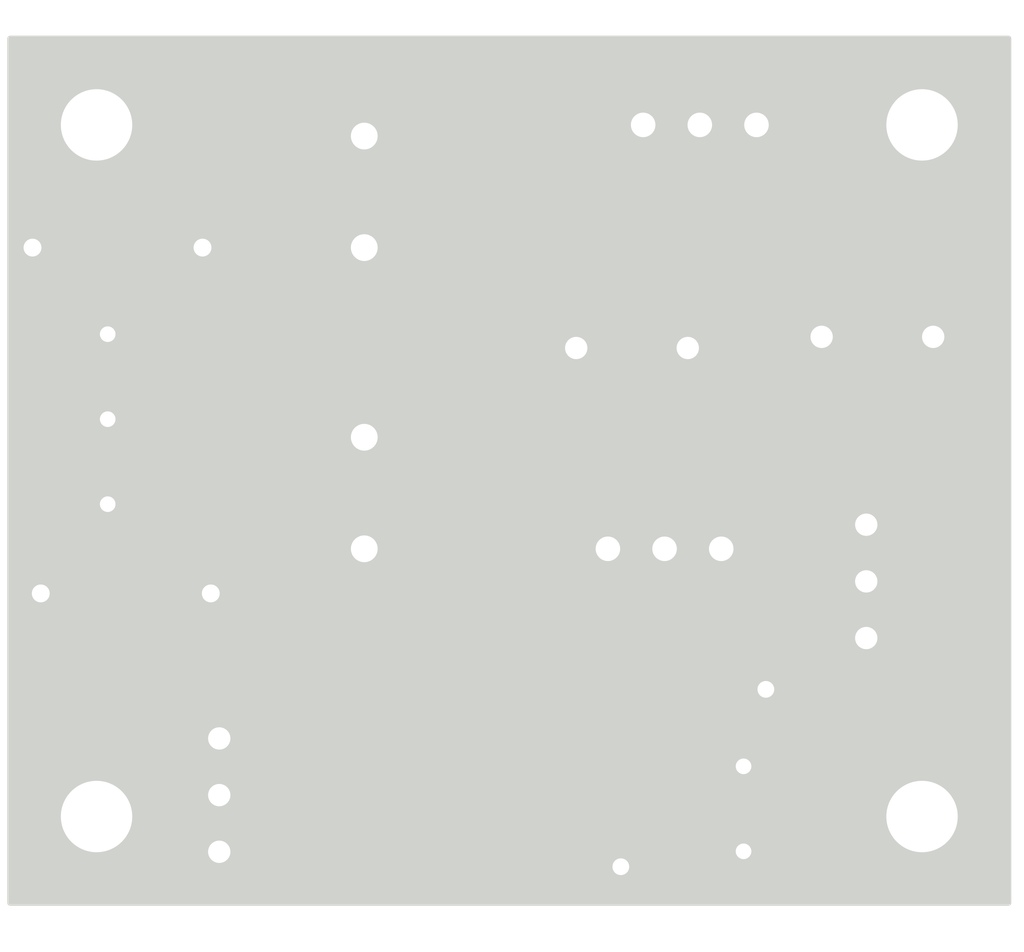
<source format=kicad_pcb>
(kicad_pcb (version 20171130) (host pcbnew "(5.0.0)")

  (general
    (thickness 1.6)
    (drawings 5)
    (tracks 140)
    (zones 0)
    (modules 35)
    (nets 20)
  )

  (page A4)
  (layers
    (0 F.Cu signal)
    (31 B.Cu signal)
    (32 B.Adhes user)
    (33 F.Adhes user)
    (34 B.Paste user)
    (35 F.Paste user)
    (36 B.SilkS user)
    (37 F.SilkS user)
    (38 B.Mask user)
    (39 F.Mask user)
    (40 Dwgs.User user)
    (41 Cmts.User user)
    (42 Eco1.User user)
    (43 Eco2.User user)
    (44 Edge.Cuts user)
    (45 Margin user)
    (46 B.CrtYd user)
    (47 F.CrtYd user)
    (48 B.Fab user)
    (49 F.Fab user)
  )

  (setup
    (last_trace_width 0.5)
    (trace_clearance 0.25)
    (zone_clearance 0.508)
    (zone_45_only no)
    (trace_min 0.2)
    (segment_width 0.2)
    (edge_width 0.15)
    (via_size 1.2)
    (via_drill 0.4)
    (via_min_size 0.4)
    (via_min_drill 0.3)
    (uvia_size 0.3)
    (uvia_drill 0.1)
    (uvias_allowed no)
    (uvia_min_size 0.2)
    (uvia_min_drill 0.1)
    (pcb_text_width 0.3)
    (pcb_text_size 1.5 1.5)
    (mod_edge_width 0.15)
    (mod_text_size 1 1)
    (mod_text_width 0.15)
    (pad_size 1.524 1.524)
    (pad_drill 0.762)
    (pad_to_mask_clearance 0.2)
    (aux_axis_origin 0 0)
    (visible_elements FFFFFF7F)
    (pcbplotparams
      (layerselection 0x01130_ffffffff)
      (usegerberextensions false)
      (usegerberattributes false)
      (usegerberadvancedattributes false)
      (creategerberjobfile false)
      (excludeedgelayer true)
      (linewidth 0.050000)
      (plotframeref false)
      (viasonmask false)
      (mode 1)
      (useauxorigin false)
      (hpglpennumber 1)
      (hpglpenspeed 20)
      (hpglpendiameter 15.000000)
      (psnegative false)
      (psa4output false)
      (plotreference true)
      (plotvalue true)
      (plotinvisibletext false)
      (padsonsilk false)
      (subtractmaskfromsilk false)
      (outputformat 1)
      (mirror false)
      (drillshape 0)
      (scaleselection 1)
      (outputdirectory "gerbers/"))
  )

  (net 0 "")
  (net 1 GNDREF)
  (net 2 "Net-(C1-Pad1)")
  (net 3 "Net-(C2-Pad1)")
  (net 4 /VCC)
  (net 5 /VEE)
  (net 6 "Net-(D1-Pad2)")
  (net 7 "Net-(D2-Pad1)")
  (net 8 GND)
  (net 9 "Net-(J2-Pad3)")
  (net 10 "Net-(J3-Pad1)")
  (net 11 "Net-(Q1-Pad1)")
  (net 12 "Net-(U3-Pad2)")
  (net 13 "Net-(D3-Pad1)")
  (net 14 /VDD)
  (net 15 "Net-(R4-Pad1)")
  (net 16 "Net-(R5-Pad2)")
  (net 17 "Net-(D4-Pad1)")
  (net 18 "Net-(D5-Pad2)")
  (net 19 "Net-(Q1-Pad3)")

  (net_class Default "Esta es la clase de red por defecto."
    (clearance 0.25)
    (trace_width 0.5)
    (via_dia 1.2)
    (via_drill 0.4)
    (uvia_dia 0.3)
    (uvia_drill 0.1)
    (add_net /VDD)
    (add_net "Net-(D3-Pad1)")
    (add_net "Net-(D4-Pad1)")
    (add_net "Net-(D5-Pad2)")
    (add_net "Net-(J2-Pad3)")
    (add_net "Net-(Q1-Pad1)")
    (add_net "Net-(Q1-Pad3)")
    (add_net "Net-(R4-Pad1)")
    (add_net "Net-(R5-Pad2)")
    (add_net "Net-(U3-Pad2)")
  )

  (net_class PWR ""
    (clearance 0.25)
    (trace_width 1)
    (via_dia 2.2)
    (via_drill 0.75)
    (uvia_dia 0.3)
    (uvia_drill 0.1)
    (add_net /VCC)
    (add_net /VEE)
    (add_net GND)
    (add_net GNDREF)
    (add_net "Net-(C1-Pad1)")
    (add_net "Net-(C2-Pad1)")
    (add_net "Net-(D1-Pad2)")
    (add_net "Net-(D2-Pad1)")
    (add_net "Net-(J3-Pad1)")
  )

  (module Package_TO_SOT_SMD:SOT-23 (layer F.Cu) (tedit 5A02FF57) (tstamp 5DDF9382)
    (at 114.75 81 90)
    (descr "SOT-23, Standard")
    (tags SOT-23)
    (path /5DD47B78)
    (attr smd)
    (fp_text reference Q1 (at -2.75 0.75 180) (layer F.SilkS)
      (effects (font (size 1 1) (thickness 0.15)))
    )
    (fp_text value 2N7002 (at -1.25 2.5 90) (layer F.Fab)
      (effects (font (size 1 1) (thickness 0.15)))
    )
    (fp_text user %R (at 0 0 180) (layer F.Fab)
      (effects (font (size 0.5 0.5) (thickness 0.075)))
    )
    (fp_line (start -0.7 -0.95) (end -0.7 1.5) (layer F.Fab) (width 0.1))
    (fp_line (start -0.15 -1.52) (end 0.7 -1.52) (layer F.Fab) (width 0.1))
    (fp_line (start -0.7 -0.95) (end -0.15 -1.52) (layer F.Fab) (width 0.1))
    (fp_line (start 0.7 -1.52) (end 0.7 1.52) (layer F.Fab) (width 0.1))
    (fp_line (start -0.7 1.52) (end 0.7 1.52) (layer F.Fab) (width 0.1))
    (fp_line (start 0.76 1.58) (end 0.76 0.65) (layer F.SilkS) (width 0.12))
    (fp_line (start 0.76 -1.58) (end 0.76 -0.65) (layer F.SilkS) (width 0.12))
    (fp_line (start -1.7 -1.75) (end 1.7 -1.75) (layer F.CrtYd) (width 0.05))
    (fp_line (start 1.7 -1.75) (end 1.7 1.75) (layer F.CrtYd) (width 0.05))
    (fp_line (start 1.7 1.75) (end -1.7 1.75) (layer F.CrtYd) (width 0.05))
    (fp_line (start -1.7 1.75) (end -1.7 -1.75) (layer F.CrtYd) (width 0.05))
    (fp_line (start 0.76 -1.58) (end -1.4 -1.58) (layer F.SilkS) (width 0.12))
    (fp_line (start 0.76 1.58) (end -0.7 1.58) (layer F.SilkS) (width 0.12))
    (pad 1 smd rect (at -1 -0.95 90) (size 0.9 0.8) (layers F.Cu F.Paste F.Mask)
      (net 11 "Net-(Q1-Pad1)"))
    (pad 2 smd rect (at -1 0.95 90) (size 0.9 0.8) (layers F.Cu F.Paste F.Mask)
      (net 8 GND))
    (pad 3 smd rect (at 1 0 90) (size 0.9 0.8) (layers F.Cu F.Paste F.Mask)
      (net 19 "Net-(Q1-Pad3)"))
    (model ${KISYS3DMOD}/Package_TO_SOT_SMD.3dshapes/SOT-23.wrl
      (at (xyz 0 0 0))
      (scale (xyz 1 1 1))
      (rotate (xyz 0 0 0))
    )
  )

  (module LED_SMD:LED_0603_1608Metric_Pad1.05x0.95mm_HandSolder (layer F.Cu) (tedit 5B4B45C9) (tstamp 5DDF596B)
    (at 141.625 74.5)
    (descr "LED SMD 0603 (1608 Metric), square (rectangular) end terminal, IPC_7351 nominal, (Body size source: http://www.tortai-tech.com/upload/download/2011102023233369053.pdf), generated with kicad-footprint-generator")
    (tags "LED handsolder")
    (path /5DD267F0)
    (attr smd)
    (fp_text reference D5 (at 0.625 3.5) (layer F.SilkS)
      (effects (font (size 1 1) (thickness 0.15)))
    )
    (fp_text value LED_AM (at -3.125 3.5) (layer F.Fab)
      (effects (font (size 1 1) (thickness 0.15)))
    )
    (fp_line (start 0.8 -0.4) (end -0.5 -0.4) (layer F.Fab) (width 0.1))
    (fp_line (start -0.5 -0.4) (end -0.8 -0.1) (layer F.Fab) (width 0.1))
    (fp_line (start -0.8 -0.1) (end -0.8 0.4) (layer F.Fab) (width 0.1))
    (fp_line (start -0.8 0.4) (end 0.8 0.4) (layer F.Fab) (width 0.1))
    (fp_line (start 0.8 0.4) (end 0.8 -0.4) (layer F.Fab) (width 0.1))
    (fp_line (start 0.8 -0.735) (end -1.66 -0.735) (layer F.SilkS) (width 0.12))
    (fp_line (start -1.66 -0.735) (end -1.66 0.735) (layer F.SilkS) (width 0.12))
    (fp_line (start -1.66 0.735) (end 0.8 0.735) (layer F.SilkS) (width 0.12))
    (fp_line (start -1.65 0.73) (end -1.65 -0.73) (layer F.CrtYd) (width 0.05))
    (fp_line (start -1.65 -0.73) (end 1.65 -0.73) (layer F.CrtYd) (width 0.05))
    (fp_line (start 1.65 -0.73) (end 1.65 0.73) (layer F.CrtYd) (width 0.05))
    (fp_line (start 1.65 0.73) (end -1.65 0.73) (layer F.CrtYd) (width 0.05))
    (fp_text user %R (at 0 0) (layer F.Fab)
      (effects (font (size 0.4 0.4) (thickness 0.06)))
    )
    (pad 1 smd roundrect (at -0.875 0) (size 1.05 0.95) (layers F.Cu F.Paste F.Mask) (roundrect_rratio 0.25)
      (net 5 /VEE))
    (pad 2 smd roundrect (at 0.875 0) (size 1.05 0.95) (layers F.Cu F.Paste F.Mask) (roundrect_rratio 0.25)
      (net 18 "Net-(D5-Pad2)"))
    (model ${KISYS3DMOD}/LED_SMD.3dshapes/LED_0603_1608Metric.wrl
      (at (xyz 0 0 0))
      (scale (xyz 1 1 1))
      (rotate (xyz 0 0 0))
    )
  )

  (module Resistor_SMD:R_0603_1608Metric_Pad1.05x0.95mm_HandSolder (layer F.Cu) (tedit 5B301BBD) (tstamp 5DDF4FB2)
    (at 141.625 72.25)
    (descr "Resistor SMD 0603 (1608 Metric), square (rectangular) end terminal, IPC_7351 nominal with elongated pad for handsoldering. (Body size source: http://www.tortai-tech.com/upload/download/2011102023233369053.pdf), generated with kicad-footprint-generator")
    (tags "resistor handsolder")
    (path /5DD2688A)
    (attr smd)
    (fp_text reference R7 (at 0.625 4.25) (layer F.SilkS)
      (effects (font (size 1 1) (thickness 0.15)))
    )
    (fp_text value 1K (at -1.375 4.25) (layer F.Fab)
      (effects (font (size 1 1) (thickness 0.15)))
    )
    (fp_line (start -0.8 0.4) (end -0.8 -0.4) (layer F.Fab) (width 0.1))
    (fp_line (start -0.8 -0.4) (end 0.8 -0.4) (layer F.Fab) (width 0.1))
    (fp_line (start 0.8 -0.4) (end 0.8 0.4) (layer F.Fab) (width 0.1))
    (fp_line (start 0.8 0.4) (end -0.8 0.4) (layer F.Fab) (width 0.1))
    (fp_line (start -0.171267 -0.51) (end 0.171267 -0.51) (layer F.SilkS) (width 0.12))
    (fp_line (start -0.171267 0.51) (end 0.171267 0.51) (layer F.SilkS) (width 0.12))
    (fp_line (start -1.65 0.73) (end -1.65 -0.73) (layer F.CrtYd) (width 0.05))
    (fp_line (start -1.65 -0.73) (end 1.65 -0.73) (layer F.CrtYd) (width 0.05))
    (fp_line (start 1.65 -0.73) (end 1.65 0.73) (layer F.CrtYd) (width 0.05))
    (fp_line (start 1.65 0.73) (end -1.65 0.73) (layer F.CrtYd) (width 0.05))
    (fp_text user %R (at 0 0) (layer F.Fab)
      (effects (font (size 0.4 0.4) (thickness 0.06)))
    )
    (pad 1 smd roundrect (at -0.875 0) (size 1.05 0.95) (layers F.Cu F.Paste F.Mask) (roundrect_rratio 0.25)
      (net 1 GNDREF))
    (pad 2 smd roundrect (at 0.875 0) (size 1.05 0.95) (layers F.Cu F.Paste F.Mask) (roundrect_rratio 0.25)
      (net 18 "Net-(D5-Pad2)"))
    (model ${KISYS3DMOD}/Resistor_SMD.3dshapes/R_0603_1608Metric.wrl
      (at (xyz 0 0 0))
      (scale (xyz 1 1 1))
      (rotate (xyz 0 0 0))
    )
  )

  (module Diode_THT:D_DO-35_SOD27_P7.62mm_Horizontal (layer F.Cu) (tedit 5AE50CD5) (tstamp 5DDF2F0F)
    (at 100.5 72)
    (descr "Diode, DO-35_SOD27 series, Axial, Horizontal, pin pitch=7.62mm, , length*diameter=4*2mm^2, , http://www.diodes.com/_files/packages/DO-35.pdf")
    (tags "Diode DO-35_SOD27 series Axial Horizontal pin pitch 7.62mm  length 4mm diameter 2mm")
    (path /5DD0858B)
    (fp_text reference D2 (at 4.25 0) (layer F.SilkS)
      (effects (font (size 1 1) (thickness 0.15)))
    )
    (fp_text value 1N4007 (at 3.25 2) (layer F.Fab)
      (effects (font (size 1 1) (thickness 0.15)))
    )
    (fp_line (start 1.81 -1) (end 1.81 1) (layer F.Fab) (width 0.1))
    (fp_line (start 1.81 1) (end 5.81 1) (layer F.Fab) (width 0.1))
    (fp_line (start 5.81 1) (end 5.81 -1) (layer F.Fab) (width 0.1))
    (fp_line (start 5.81 -1) (end 1.81 -1) (layer F.Fab) (width 0.1))
    (fp_line (start 0 0) (end 1.81 0) (layer F.Fab) (width 0.1))
    (fp_line (start 7.62 0) (end 5.81 0) (layer F.Fab) (width 0.1))
    (fp_line (start 2.41 -1) (end 2.41 1) (layer F.Fab) (width 0.1))
    (fp_line (start 2.51 -1) (end 2.51 1) (layer F.Fab) (width 0.1))
    (fp_line (start 2.31 -1) (end 2.31 1) (layer F.Fab) (width 0.1))
    (fp_line (start 1.69 -1.12) (end 1.69 1.12) (layer F.SilkS) (width 0.12))
    (fp_line (start 1.69 1.12) (end 5.93 1.12) (layer F.SilkS) (width 0.12))
    (fp_line (start 5.93 1.12) (end 5.93 -1.12) (layer F.SilkS) (width 0.12))
    (fp_line (start 5.93 -1.12) (end 1.69 -1.12) (layer F.SilkS) (width 0.12))
    (fp_line (start 1.04 0) (end 1.69 0) (layer F.SilkS) (width 0.12))
    (fp_line (start 6.58 0) (end 5.93 0) (layer F.SilkS) (width 0.12))
    (fp_line (start 2.41 -1.12) (end 2.41 1.12) (layer F.SilkS) (width 0.12))
    (fp_line (start 2.53 -1.12) (end 2.53 1.12) (layer F.SilkS) (width 0.12))
    (fp_line (start 2.29 -1.12) (end 2.29 1.12) (layer F.SilkS) (width 0.12))
    (fp_line (start -1.05 -1.25) (end -1.05 1.25) (layer F.CrtYd) (width 0.05))
    (fp_line (start -1.05 1.25) (end 8.67 1.25) (layer F.CrtYd) (width 0.05))
    (fp_line (start 8.67 1.25) (end 8.67 -1.25) (layer F.CrtYd) (width 0.05))
    (fp_line (start 8.67 -1.25) (end -1.05 -1.25) (layer F.CrtYd) (width 0.05))
    (fp_text user %R (at 4.11 0) (layer F.Fab)
      (effects (font (size 0.8 0.8) (thickness 0.12)))
    )
    (fp_text user K (at -0.5 2) (layer F.Fab)
      (effects (font (size 1 1) (thickness 0.15)))
    )
    (fp_text user K (at -0.5 2) (layer F.SilkS)
      (effects (font (size 1 1) (thickness 0.15)))
    )
    (pad 1 thru_hole rect (at 0 0) (size 1.6 1.6) (drill 0.8) (layers *.Cu *.Mask)
      (net 7 "Net-(D2-Pad1)"))
    (pad 2 thru_hole oval (at 7.62 0) (size 1.6 1.6) (drill 0.8) (layers *.Cu *.Mask)
      (net 3 "Net-(C2-Pad1)"))
    (model ${KISYS3DMOD}/Diode_THT.3dshapes/D_DO-35_SOD27_P7.62mm_Horizontal.wrl
      (at (xyz 0 0 0))
      (scale (xyz 1 1 1))
      (rotate (xyz 0 0 0))
    )
  )

  (module Diode_THT:D_DO-35_SOD27_P7.62mm_Horizontal (layer F.Cu) (tedit 5AE50CD5) (tstamp 5DDF0365)
    (at 107.75 56.5 180)
    (descr "Diode, DO-35_SOD27 series, Axial, Horizontal, pin pitch=7.62mm, , length*diameter=4*2mm^2, , http://www.diodes.com/_files/packages/DO-35.pdf")
    (tags "Diode DO-35_SOD27 series Axial Horizontal pin pitch 7.62mm  length 4mm diameter 2mm")
    (path /5DCEEB2F)
    (fp_text reference D1 (at 4 0 180) (layer F.SilkS)
      (effects (font (size 1 1) (thickness 0.15)))
    )
    (fp_text value 1N4007 (at 5.5 2 180) (layer F.Fab)
      (effects (font (size 1 1) (thickness 0.15)))
    )
    (fp_line (start 1.81 -1) (end 1.81 1) (layer F.Fab) (width 0.1))
    (fp_line (start 1.81 1) (end 5.81 1) (layer F.Fab) (width 0.1))
    (fp_line (start 5.81 1) (end 5.81 -1) (layer F.Fab) (width 0.1))
    (fp_line (start 5.81 -1) (end 1.81 -1) (layer F.Fab) (width 0.1))
    (fp_line (start 0 0) (end 1.81 0) (layer F.Fab) (width 0.1))
    (fp_line (start 7.62 0) (end 5.81 0) (layer F.Fab) (width 0.1))
    (fp_line (start 2.41 -1) (end 2.41 1) (layer F.Fab) (width 0.1))
    (fp_line (start 2.51 -1) (end 2.51 1) (layer F.Fab) (width 0.1))
    (fp_line (start 2.31 -1) (end 2.31 1) (layer F.Fab) (width 0.1))
    (fp_line (start 1.69 -1.12) (end 1.69 1.12) (layer F.SilkS) (width 0.12))
    (fp_line (start 1.69 1.12) (end 5.93 1.12) (layer F.SilkS) (width 0.12))
    (fp_line (start 5.93 1.12) (end 5.93 -1.12) (layer F.SilkS) (width 0.12))
    (fp_line (start 5.93 -1.12) (end 1.69 -1.12) (layer F.SilkS) (width 0.12))
    (fp_line (start 1.04 0) (end 1.69 0) (layer F.SilkS) (width 0.12))
    (fp_line (start 6.58 0) (end 5.93 0) (layer F.SilkS) (width 0.12))
    (fp_line (start 2.41 -1.12) (end 2.41 1.12) (layer F.SilkS) (width 0.12))
    (fp_line (start 2.53 -1.12) (end 2.53 1.12) (layer F.SilkS) (width 0.12))
    (fp_line (start 2.29 -1.12) (end 2.29 1.12) (layer F.SilkS) (width 0.12))
    (fp_line (start -1.05 -1.25) (end -1.05 1.25) (layer F.CrtYd) (width 0.05))
    (fp_line (start -1.05 1.25) (end 8.67 1.25) (layer F.CrtYd) (width 0.05))
    (fp_line (start 8.67 1.25) (end 8.67 -1.25) (layer F.CrtYd) (width 0.05))
    (fp_line (start 8.67 -1.25) (end -1.05 -1.25) (layer F.CrtYd) (width 0.05))
    (fp_text user %R (at 4.11 0 180) (layer F.Fab)
      (effects (font (size 0.8 0.8) (thickness 0.12)))
    )
    (fp_text user K (at 0 2 180) (layer F.Fab)
      (effects (font (size 1 1) (thickness 0.15)))
    )
    (fp_text user K (at 0 2 180) (layer F.SilkS)
      (effects (font (size 1 1) (thickness 0.15)))
    )
    (pad 1 thru_hole rect (at 0 0 180) (size 1.6 1.6) (drill 0.8) (layers *.Cu *.Mask)
      (net 2 "Net-(C1-Pad1)"))
    (pad 2 thru_hole oval (at 7.62 0 180) (size 1.6 1.6) (drill 0.8) (layers *.Cu *.Mask)
      (net 6 "Net-(D1-Pad2)"))
    (model ${KISYS3DMOD}/Diode_THT.3dshapes/D_DO-35_SOD27_P7.62mm_Horizontal.wrl
      (at (xyz 0 0 0))
      (scale (xyz 1 1 1))
      (rotate (xyz 0 0 0))
    )
  )

  (module Capacitor_THT:CP_Radial_D10.0mm_P5.00mm (layer F.Cu) (tedit 5AE50EF1) (tstamp 5DDE8DB8)
    (at 140.5 60.5 180)
    (descr "CP, Radial series, Radial, pin pitch=5.00mm, , diameter=10mm, Electrolytic Capacitor")
    (tags "CP Radial series Radial pin pitch 5.00mm  diameter 10mm Electrolytic Capacitor")
    (path /5DCEF4FB)
    (fp_text reference C10 (at -2 4.75 180) (layer F.SilkS)
      (effects (font (size 1 1) (thickness 0.15)))
    )
    (fp_text value 100uFx35V (at 2.75 2.25 180) (layer F.Fab)
      (effects (font (size 1 1) (thickness 0.15)))
    )
    (fp_text user %R (at -2 4.75 180) (layer F.Fab)
      (effects (font (size 1 1) (thickness 0.15)))
    )
    (fp_line (start -2.479646 -3.375) (end -2.479646 -2.375) (layer F.SilkS) (width 0.12))
    (fp_line (start -2.979646 -2.875) (end -1.979646 -2.875) (layer F.SilkS) (width 0.12))
    (fp_line (start 7.581 -0.599) (end 7.581 0.599) (layer F.SilkS) (width 0.12))
    (fp_line (start 7.541 -0.862) (end 7.541 0.862) (layer F.SilkS) (width 0.12))
    (fp_line (start 7.501 -1.062) (end 7.501 1.062) (layer F.SilkS) (width 0.12))
    (fp_line (start 7.461 -1.23) (end 7.461 1.23) (layer F.SilkS) (width 0.12))
    (fp_line (start 7.421 -1.378) (end 7.421 1.378) (layer F.SilkS) (width 0.12))
    (fp_line (start 7.381 -1.51) (end 7.381 1.51) (layer F.SilkS) (width 0.12))
    (fp_line (start 7.341 -1.63) (end 7.341 1.63) (layer F.SilkS) (width 0.12))
    (fp_line (start 7.301 -1.742) (end 7.301 1.742) (layer F.SilkS) (width 0.12))
    (fp_line (start 7.261 -1.846) (end 7.261 1.846) (layer F.SilkS) (width 0.12))
    (fp_line (start 7.221 -1.944) (end 7.221 1.944) (layer F.SilkS) (width 0.12))
    (fp_line (start 7.181 -2.037) (end 7.181 2.037) (layer F.SilkS) (width 0.12))
    (fp_line (start 7.141 -2.125) (end 7.141 2.125) (layer F.SilkS) (width 0.12))
    (fp_line (start 7.101 -2.209) (end 7.101 2.209) (layer F.SilkS) (width 0.12))
    (fp_line (start 7.061 -2.289) (end 7.061 2.289) (layer F.SilkS) (width 0.12))
    (fp_line (start 7.021 -2.365) (end 7.021 2.365) (layer F.SilkS) (width 0.12))
    (fp_line (start 6.981 -2.439) (end 6.981 2.439) (layer F.SilkS) (width 0.12))
    (fp_line (start 6.941 -2.51) (end 6.941 2.51) (layer F.SilkS) (width 0.12))
    (fp_line (start 6.901 -2.579) (end 6.901 2.579) (layer F.SilkS) (width 0.12))
    (fp_line (start 6.861 -2.645) (end 6.861 2.645) (layer F.SilkS) (width 0.12))
    (fp_line (start 6.821 -2.709) (end 6.821 2.709) (layer F.SilkS) (width 0.12))
    (fp_line (start 6.781 -2.77) (end 6.781 2.77) (layer F.SilkS) (width 0.12))
    (fp_line (start 6.741 -2.83) (end 6.741 2.83) (layer F.SilkS) (width 0.12))
    (fp_line (start 6.701 -2.889) (end 6.701 2.889) (layer F.SilkS) (width 0.12))
    (fp_line (start 6.661 -2.945) (end 6.661 2.945) (layer F.SilkS) (width 0.12))
    (fp_line (start 6.621 -3) (end 6.621 3) (layer F.SilkS) (width 0.12))
    (fp_line (start 6.581 -3.054) (end 6.581 3.054) (layer F.SilkS) (width 0.12))
    (fp_line (start 6.541 -3.106) (end 6.541 3.106) (layer F.SilkS) (width 0.12))
    (fp_line (start 6.501 -3.156) (end 6.501 3.156) (layer F.SilkS) (width 0.12))
    (fp_line (start 6.461 -3.206) (end 6.461 3.206) (layer F.SilkS) (width 0.12))
    (fp_line (start 6.421 -3.254) (end 6.421 3.254) (layer F.SilkS) (width 0.12))
    (fp_line (start 6.381 -3.301) (end 6.381 3.301) (layer F.SilkS) (width 0.12))
    (fp_line (start 6.341 -3.347) (end 6.341 3.347) (layer F.SilkS) (width 0.12))
    (fp_line (start 6.301 -3.392) (end 6.301 3.392) (layer F.SilkS) (width 0.12))
    (fp_line (start 6.261 -3.436) (end 6.261 3.436) (layer F.SilkS) (width 0.12))
    (fp_line (start 6.221 1.241) (end 6.221 3.478) (layer F.SilkS) (width 0.12))
    (fp_line (start 6.221 -3.478) (end 6.221 -1.241) (layer F.SilkS) (width 0.12))
    (fp_line (start 6.181 1.241) (end 6.181 3.52) (layer F.SilkS) (width 0.12))
    (fp_line (start 6.181 -3.52) (end 6.181 -1.241) (layer F.SilkS) (width 0.12))
    (fp_line (start 6.141 1.241) (end 6.141 3.561) (layer F.SilkS) (width 0.12))
    (fp_line (start 6.141 -3.561) (end 6.141 -1.241) (layer F.SilkS) (width 0.12))
    (fp_line (start 6.101 1.241) (end 6.101 3.601) (layer F.SilkS) (width 0.12))
    (fp_line (start 6.101 -3.601) (end 6.101 -1.241) (layer F.SilkS) (width 0.12))
    (fp_line (start 6.061 1.241) (end 6.061 3.64) (layer F.SilkS) (width 0.12))
    (fp_line (start 6.061 -3.64) (end 6.061 -1.241) (layer F.SilkS) (width 0.12))
    (fp_line (start 6.021 1.241) (end 6.021 3.679) (layer F.SilkS) (width 0.12))
    (fp_line (start 6.021 -3.679) (end 6.021 -1.241) (layer F.SilkS) (width 0.12))
    (fp_line (start 5.981 1.241) (end 5.981 3.716) (layer F.SilkS) (width 0.12))
    (fp_line (start 5.981 -3.716) (end 5.981 -1.241) (layer F.SilkS) (width 0.12))
    (fp_line (start 5.941 1.241) (end 5.941 3.753) (layer F.SilkS) (width 0.12))
    (fp_line (start 5.941 -3.753) (end 5.941 -1.241) (layer F.SilkS) (width 0.12))
    (fp_line (start 5.901 1.241) (end 5.901 3.789) (layer F.SilkS) (width 0.12))
    (fp_line (start 5.901 -3.789) (end 5.901 -1.241) (layer F.SilkS) (width 0.12))
    (fp_line (start 5.861 1.241) (end 5.861 3.824) (layer F.SilkS) (width 0.12))
    (fp_line (start 5.861 -3.824) (end 5.861 -1.241) (layer F.SilkS) (width 0.12))
    (fp_line (start 5.821 1.241) (end 5.821 3.858) (layer F.SilkS) (width 0.12))
    (fp_line (start 5.821 -3.858) (end 5.821 -1.241) (layer F.SilkS) (width 0.12))
    (fp_line (start 5.781 1.241) (end 5.781 3.892) (layer F.SilkS) (width 0.12))
    (fp_line (start 5.781 -3.892) (end 5.781 -1.241) (layer F.SilkS) (width 0.12))
    (fp_line (start 5.741 1.241) (end 5.741 3.925) (layer F.SilkS) (width 0.12))
    (fp_line (start 5.741 -3.925) (end 5.741 -1.241) (layer F.SilkS) (width 0.12))
    (fp_line (start 5.701 1.241) (end 5.701 3.957) (layer F.SilkS) (width 0.12))
    (fp_line (start 5.701 -3.957) (end 5.701 -1.241) (layer F.SilkS) (width 0.12))
    (fp_line (start 5.661 1.241) (end 5.661 3.989) (layer F.SilkS) (width 0.12))
    (fp_line (start 5.661 -3.989) (end 5.661 -1.241) (layer F.SilkS) (width 0.12))
    (fp_line (start 5.621 1.241) (end 5.621 4.02) (layer F.SilkS) (width 0.12))
    (fp_line (start 5.621 -4.02) (end 5.621 -1.241) (layer F.SilkS) (width 0.12))
    (fp_line (start 5.581 1.241) (end 5.581 4.05) (layer F.SilkS) (width 0.12))
    (fp_line (start 5.581 -4.05) (end 5.581 -1.241) (layer F.SilkS) (width 0.12))
    (fp_line (start 5.541 1.241) (end 5.541 4.08) (layer F.SilkS) (width 0.12))
    (fp_line (start 5.541 -4.08) (end 5.541 -1.241) (layer F.SilkS) (width 0.12))
    (fp_line (start 5.501 1.241) (end 5.501 4.11) (layer F.SilkS) (width 0.12))
    (fp_line (start 5.501 -4.11) (end 5.501 -1.241) (layer F.SilkS) (width 0.12))
    (fp_line (start 5.461 1.241) (end 5.461 4.138) (layer F.SilkS) (width 0.12))
    (fp_line (start 5.461 -4.138) (end 5.461 -1.241) (layer F.SilkS) (width 0.12))
    (fp_line (start 5.421 1.241) (end 5.421 4.166) (layer F.SilkS) (width 0.12))
    (fp_line (start 5.421 -4.166) (end 5.421 -1.241) (layer F.SilkS) (width 0.12))
    (fp_line (start 5.381 1.241) (end 5.381 4.194) (layer F.SilkS) (width 0.12))
    (fp_line (start 5.381 -4.194) (end 5.381 -1.241) (layer F.SilkS) (width 0.12))
    (fp_line (start 5.341 1.241) (end 5.341 4.221) (layer F.SilkS) (width 0.12))
    (fp_line (start 5.341 -4.221) (end 5.341 -1.241) (layer F.SilkS) (width 0.12))
    (fp_line (start 5.301 1.241) (end 5.301 4.247) (layer F.SilkS) (width 0.12))
    (fp_line (start 5.301 -4.247) (end 5.301 -1.241) (layer F.SilkS) (width 0.12))
    (fp_line (start 5.261 1.241) (end 5.261 4.273) (layer F.SilkS) (width 0.12))
    (fp_line (start 5.261 -4.273) (end 5.261 -1.241) (layer F.SilkS) (width 0.12))
    (fp_line (start 5.221 1.241) (end 5.221 4.298) (layer F.SilkS) (width 0.12))
    (fp_line (start 5.221 -4.298) (end 5.221 -1.241) (layer F.SilkS) (width 0.12))
    (fp_line (start 5.181 1.241) (end 5.181 4.323) (layer F.SilkS) (width 0.12))
    (fp_line (start 5.181 -4.323) (end 5.181 -1.241) (layer F.SilkS) (width 0.12))
    (fp_line (start 5.141 1.241) (end 5.141 4.347) (layer F.SilkS) (width 0.12))
    (fp_line (start 5.141 -4.347) (end 5.141 -1.241) (layer F.SilkS) (width 0.12))
    (fp_line (start 5.101 1.241) (end 5.101 4.371) (layer F.SilkS) (width 0.12))
    (fp_line (start 5.101 -4.371) (end 5.101 -1.241) (layer F.SilkS) (width 0.12))
    (fp_line (start 5.061 1.241) (end 5.061 4.395) (layer F.SilkS) (width 0.12))
    (fp_line (start 5.061 -4.395) (end 5.061 -1.241) (layer F.SilkS) (width 0.12))
    (fp_line (start 5.021 1.241) (end 5.021 4.417) (layer F.SilkS) (width 0.12))
    (fp_line (start 5.021 -4.417) (end 5.021 -1.241) (layer F.SilkS) (width 0.12))
    (fp_line (start 4.981 1.241) (end 4.981 4.44) (layer F.SilkS) (width 0.12))
    (fp_line (start 4.981 -4.44) (end 4.981 -1.241) (layer F.SilkS) (width 0.12))
    (fp_line (start 4.941 1.241) (end 4.941 4.462) (layer F.SilkS) (width 0.12))
    (fp_line (start 4.941 -4.462) (end 4.941 -1.241) (layer F.SilkS) (width 0.12))
    (fp_line (start 4.901 1.241) (end 4.901 4.483) (layer F.SilkS) (width 0.12))
    (fp_line (start 4.901 -4.483) (end 4.901 -1.241) (layer F.SilkS) (width 0.12))
    (fp_line (start 4.861 1.241) (end 4.861 4.504) (layer F.SilkS) (width 0.12))
    (fp_line (start 4.861 -4.504) (end 4.861 -1.241) (layer F.SilkS) (width 0.12))
    (fp_line (start 4.821 1.241) (end 4.821 4.525) (layer F.SilkS) (width 0.12))
    (fp_line (start 4.821 -4.525) (end 4.821 -1.241) (layer F.SilkS) (width 0.12))
    (fp_line (start 4.781 1.241) (end 4.781 4.545) (layer F.SilkS) (width 0.12))
    (fp_line (start 4.781 -4.545) (end 4.781 -1.241) (layer F.SilkS) (width 0.12))
    (fp_line (start 4.741 1.241) (end 4.741 4.564) (layer F.SilkS) (width 0.12))
    (fp_line (start 4.741 -4.564) (end 4.741 -1.241) (layer F.SilkS) (width 0.12))
    (fp_line (start 4.701 1.241) (end 4.701 4.584) (layer F.SilkS) (width 0.12))
    (fp_line (start 4.701 -4.584) (end 4.701 -1.241) (layer F.SilkS) (width 0.12))
    (fp_line (start 4.661 1.241) (end 4.661 4.603) (layer F.SilkS) (width 0.12))
    (fp_line (start 4.661 -4.603) (end 4.661 -1.241) (layer F.SilkS) (width 0.12))
    (fp_line (start 4.621 1.241) (end 4.621 4.621) (layer F.SilkS) (width 0.12))
    (fp_line (start 4.621 -4.621) (end 4.621 -1.241) (layer F.SilkS) (width 0.12))
    (fp_line (start 4.581 1.241) (end 4.581 4.639) (layer F.SilkS) (width 0.12))
    (fp_line (start 4.581 -4.639) (end 4.581 -1.241) (layer F.SilkS) (width 0.12))
    (fp_line (start 4.541 1.241) (end 4.541 4.657) (layer F.SilkS) (width 0.12))
    (fp_line (start 4.541 -4.657) (end 4.541 -1.241) (layer F.SilkS) (width 0.12))
    (fp_line (start 4.501 1.241) (end 4.501 4.674) (layer F.SilkS) (width 0.12))
    (fp_line (start 4.501 -4.674) (end 4.501 -1.241) (layer F.SilkS) (width 0.12))
    (fp_line (start 4.461 1.241) (end 4.461 4.69) (layer F.SilkS) (width 0.12))
    (fp_line (start 4.461 -4.69) (end 4.461 -1.241) (layer F.SilkS) (width 0.12))
    (fp_line (start 4.421 1.241) (end 4.421 4.707) (layer F.SilkS) (width 0.12))
    (fp_line (start 4.421 -4.707) (end 4.421 -1.241) (layer F.SilkS) (width 0.12))
    (fp_line (start 4.381 1.241) (end 4.381 4.723) (layer F.SilkS) (width 0.12))
    (fp_line (start 4.381 -4.723) (end 4.381 -1.241) (layer F.SilkS) (width 0.12))
    (fp_line (start 4.341 1.241) (end 4.341 4.738) (layer F.SilkS) (width 0.12))
    (fp_line (start 4.341 -4.738) (end 4.341 -1.241) (layer F.SilkS) (width 0.12))
    (fp_line (start 4.301 1.241) (end 4.301 4.754) (layer F.SilkS) (width 0.12))
    (fp_line (start 4.301 -4.754) (end 4.301 -1.241) (layer F.SilkS) (width 0.12))
    (fp_line (start 4.261 1.241) (end 4.261 4.768) (layer F.SilkS) (width 0.12))
    (fp_line (start 4.261 -4.768) (end 4.261 -1.241) (layer F.SilkS) (width 0.12))
    (fp_line (start 4.221 1.241) (end 4.221 4.783) (layer F.SilkS) (width 0.12))
    (fp_line (start 4.221 -4.783) (end 4.221 -1.241) (layer F.SilkS) (width 0.12))
    (fp_line (start 4.181 1.241) (end 4.181 4.797) (layer F.SilkS) (width 0.12))
    (fp_line (start 4.181 -4.797) (end 4.181 -1.241) (layer F.SilkS) (width 0.12))
    (fp_line (start 4.141 1.241) (end 4.141 4.811) (layer F.SilkS) (width 0.12))
    (fp_line (start 4.141 -4.811) (end 4.141 -1.241) (layer F.SilkS) (width 0.12))
    (fp_line (start 4.101 1.241) (end 4.101 4.824) (layer F.SilkS) (width 0.12))
    (fp_line (start 4.101 -4.824) (end 4.101 -1.241) (layer F.SilkS) (width 0.12))
    (fp_line (start 4.061 1.241) (end 4.061 4.837) (layer F.SilkS) (width 0.12))
    (fp_line (start 4.061 -4.837) (end 4.061 -1.241) (layer F.SilkS) (width 0.12))
    (fp_line (start 4.021 1.241) (end 4.021 4.85) (layer F.SilkS) (width 0.12))
    (fp_line (start 4.021 -4.85) (end 4.021 -1.241) (layer F.SilkS) (width 0.12))
    (fp_line (start 3.981 1.241) (end 3.981 4.862) (layer F.SilkS) (width 0.12))
    (fp_line (start 3.981 -4.862) (end 3.981 -1.241) (layer F.SilkS) (width 0.12))
    (fp_line (start 3.941 1.241) (end 3.941 4.874) (layer F.SilkS) (width 0.12))
    (fp_line (start 3.941 -4.874) (end 3.941 -1.241) (layer F.SilkS) (width 0.12))
    (fp_line (start 3.901 1.241) (end 3.901 4.885) (layer F.SilkS) (width 0.12))
    (fp_line (start 3.901 -4.885) (end 3.901 -1.241) (layer F.SilkS) (width 0.12))
    (fp_line (start 3.861 1.241) (end 3.861 4.897) (layer F.SilkS) (width 0.12))
    (fp_line (start 3.861 -4.897) (end 3.861 -1.241) (layer F.SilkS) (width 0.12))
    (fp_line (start 3.821 1.241) (end 3.821 4.907) (layer F.SilkS) (width 0.12))
    (fp_line (start 3.821 -4.907) (end 3.821 -1.241) (layer F.SilkS) (width 0.12))
    (fp_line (start 3.781 1.241) (end 3.781 4.918) (layer F.SilkS) (width 0.12))
    (fp_line (start 3.781 -4.918) (end 3.781 -1.241) (layer F.SilkS) (width 0.12))
    (fp_line (start 3.741 -4.928) (end 3.741 4.928) (layer F.SilkS) (width 0.12))
    (fp_line (start 3.701 -4.938) (end 3.701 4.938) (layer F.SilkS) (width 0.12))
    (fp_line (start 3.661 -4.947) (end 3.661 4.947) (layer F.SilkS) (width 0.12))
    (fp_line (start 3.621 -4.956) (end 3.621 4.956) (layer F.SilkS) (width 0.12))
    (fp_line (start 3.581 -4.965) (end 3.581 4.965) (layer F.SilkS) (width 0.12))
    (fp_line (start 3.541 -4.974) (end 3.541 4.974) (layer F.SilkS) (width 0.12))
    (fp_line (start 3.501 -4.982) (end 3.501 4.982) (layer F.SilkS) (width 0.12))
    (fp_line (start 3.461 -4.99) (end 3.461 4.99) (layer F.SilkS) (width 0.12))
    (fp_line (start 3.421 -4.997) (end 3.421 4.997) (layer F.SilkS) (width 0.12))
    (fp_line (start 3.381 -5.004) (end 3.381 5.004) (layer F.SilkS) (width 0.12))
    (fp_line (start 3.341 -5.011) (end 3.341 5.011) (layer F.SilkS) (width 0.12))
    (fp_line (start 3.301 -5.018) (end 3.301 5.018) (layer F.SilkS) (width 0.12))
    (fp_line (start 3.261 -5.024) (end 3.261 5.024) (layer F.SilkS) (width 0.12))
    (fp_line (start 3.221 -5.03) (end 3.221 5.03) (layer F.SilkS) (width 0.12))
    (fp_line (start 3.18 -5.035) (end 3.18 5.035) (layer F.SilkS) (width 0.12))
    (fp_line (start 3.14 -5.04) (end 3.14 5.04) (layer F.SilkS) (width 0.12))
    (fp_line (start 3.1 -5.045) (end 3.1 5.045) (layer F.SilkS) (width 0.12))
    (fp_line (start 3.06 -5.05) (end 3.06 5.05) (layer F.SilkS) (width 0.12))
    (fp_line (start 3.02 -5.054) (end 3.02 5.054) (layer F.SilkS) (width 0.12))
    (fp_line (start 2.98 -5.058) (end 2.98 5.058) (layer F.SilkS) (width 0.12))
    (fp_line (start 2.94 -5.062) (end 2.94 5.062) (layer F.SilkS) (width 0.12))
    (fp_line (start 2.9 -5.065) (end 2.9 5.065) (layer F.SilkS) (width 0.12))
    (fp_line (start 2.86 -5.068) (end 2.86 5.068) (layer F.SilkS) (width 0.12))
    (fp_line (start 2.82 -5.07) (end 2.82 5.07) (layer F.SilkS) (width 0.12))
    (fp_line (start 2.78 -5.073) (end 2.78 5.073) (layer F.SilkS) (width 0.12))
    (fp_line (start 2.74 -5.075) (end 2.74 5.075) (layer F.SilkS) (width 0.12))
    (fp_line (start 2.7 -5.077) (end 2.7 5.077) (layer F.SilkS) (width 0.12))
    (fp_line (start 2.66 -5.078) (end 2.66 5.078) (layer F.SilkS) (width 0.12))
    (fp_line (start 2.62 -5.079) (end 2.62 5.079) (layer F.SilkS) (width 0.12))
    (fp_line (start 2.58 -5.08) (end 2.58 5.08) (layer F.SilkS) (width 0.12))
    (fp_line (start 2.54 -5.08) (end 2.54 5.08) (layer F.SilkS) (width 0.12))
    (fp_line (start 2.5 -5.08) (end 2.5 5.08) (layer F.SilkS) (width 0.12))
    (fp_line (start -1.288861 -2.6875) (end -1.288861 -1.6875) (layer F.Fab) (width 0.1))
    (fp_line (start -1.788861 -2.1875) (end -0.788861 -2.1875) (layer F.Fab) (width 0.1))
    (fp_circle (center 2.5 0) (end 7.75 0) (layer F.CrtYd) (width 0.05))
    (fp_circle (center 2.5 0) (end 7.62 0) (layer F.SilkS) (width 0.12))
    (fp_circle (center 2.5 0) (end 7.5 0) (layer F.Fab) (width 0.1))
    (pad 2 thru_hole circle (at 5 0 180) (size 2 2) (drill 1) (layers *.Cu *.Mask)
      (net 1 GNDREF))
    (pad 1 thru_hole rect (at 0 0 180) (size 2 2) (drill 1) (layers *.Cu *.Mask)
      (net 4 /VCC))
    (model ${KISYS3DMOD}/Capacitor_THT.3dshapes/CP_Radial_D10.0mm_P5.00mm.wrl
      (at (xyz 0 0 0))
      (scale (xyz 1 1 1))
      (rotate (xyz 0 0 0))
    )
  )

  (module Capacitor_THT:CP_Radial_D10.0mm_P5.00mm (layer F.Cu) (tedit 5AE50EF1) (tstamp 5DDE30CF)
    (at 129.5 61 180)
    (descr "CP, Radial series, Radial, pin pitch=5.00mm, , diameter=10mm, Electrolytic Capacitor")
    (tags "CP Radial series Radial pin pitch 5.00mm  diameter 10mm Electrolytic Capacitor")
    (path /5DD085B4)
    (fp_text reference C11 (at -2.75 4 180) (layer F.SilkS)
      (effects (font (size 1 1) (thickness 0.15)))
    )
    (fp_text value 100uFx35V (at 2.5 2 180) (layer F.Fab)
      (effects (font (size 1 1) (thickness 0.15)))
    )
    (fp_circle (center 2.5 0) (end 7.5 0) (layer F.Fab) (width 0.1))
    (fp_circle (center 2.5 0) (end 7.62 0) (layer F.SilkS) (width 0.12))
    (fp_circle (center 2.5 0) (end 7.75 0) (layer F.CrtYd) (width 0.05))
    (fp_line (start -1.788861 -2.1875) (end -0.788861 -2.1875) (layer F.Fab) (width 0.1))
    (fp_line (start -1.288861 -2.6875) (end -1.288861 -1.6875) (layer F.Fab) (width 0.1))
    (fp_line (start 2.5 -5.08) (end 2.5 5.08) (layer F.SilkS) (width 0.12))
    (fp_line (start 2.54 -5.08) (end 2.54 5.08) (layer F.SilkS) (width 0.12))
    (fp_line (start 2.58 -5.08) (end 2.58 5.08) (layer F.SilkS) (width 0.12))
    (fp_line (start 2.62 -5.079) (end 2.62 5.079) (layer F.SilkS) (width 0.12))
    (fp_line (start 2.66 -5.078) (end 2.66 5.078) (layer F.SilkS) (width 0.12))
    (fp_line (start 2.7 -5.077) (end 2.7 5.077) (layer F.SilkS) (width 0.12))
    (fp_line (start 2.74 -5.075) (end 2.74 5.075) (layer F.SilkS) (width 0.12))
    (fp_line (start 2.78 -5.073) (end 2.78 5.073) (layer F.SilkS) (width 0.12))
    (fp_line (start 2.82 -5.07) (end 2.82 5.07) (layer F.SilkS) (width 0.12))
    (fp_line (start 2.86 -5.068) (end 2.86 5.068) (layer F.SilkS) (width 0.12))
    (fp_line (start 2.9 -5.065) (end 2.9 5.065) (layer F.SilkS) (width 0.12))
    (fp_line (start 2.94 -5.062) (end 2.94 5.062) (layer F.SilkS) (width 0.12))
    (fp_line (start 2.98 -5.058) (end 2.98 5.058) (layer F.SilkS) (width 0.12))
    (fp_line (start 3.02 -5.054) (end 3.02 5.054) (layer F.SilkS) (width 0.12))
    (fp_line (start 3.06 -5.05) (end 3.06 5.05) (layer F.SilkS) (width 0.12))
    (fp_line (start 3.1 -5.045) (end 3.1 5.045) (layer F.SilkS) (width 0.12))
    (fp_line (start 3.14 -5.04) (end 3.14 5.04) (layer F.SilkS) (width 0.12))
    (fp_line (start 3.18 -5.035) (end 3.18 5.035) (layer F.SilkS) (width 0.12))
    (fp_line (start 3.221 -5.03) (end 3.221 5.03) (layer F.SilkS) (width 0.12))
    (fp_line (start 3.261 -5.024) (end 3.261 5.024) (layer F.SilkS) (width 0.12))
    (fp_line (start 3.301 -5.018) (end 3.301 5.018) (layer F.SilkS) (width 0.12))
    (fp_line (start 3.341 -5.011) (end 3.341 5.011) (layer F.SilkS) (width 0.12))
    (fp_line (start 3.381 -5.004) (end 3.381 5.004) (layer F.SilkS) (width 0.12))
    (fp_line (start 3.421 -4.997) (end 3.421 4.997) (layer F.SilkS) (width 0.12))
    (fp_line (start 3.461 -4.99) (end 3.461 4.99) (layer F.SilkS) (width 0.12))
    (fp_line (start 3.501 -4.982) (end 3.501 4.982) (layer F.SilkS) (width 0.12))
    (fp_line (start 3.541 -4.974) (end 3.541 4.974) (layer F.SilkS) (width 0.12))
    (fp_line (start 3.581 -4.965) (end 3.581 4.965) (layer F.SilkS) (width 0.12))
    (fp_line (start 3.621 -4.956) (end 3.621 4.956) (layer F.SilkS) (width 0.12))
    (fp_line (start 3.661 -4.947) (end 3.661 4.947) (layer F.SilkS) (width 0.12))
    (fp_line (start 3.701 -4.938) (end 3.701 4.938) (layer F.SilkS) (width 0.12))
    (fp_line (start 3.741 -4.928) (end 3.741 4.928) (layer F.SilkS) (width 0.12))
    (fp_line (start 3.781 -4.918) (end 3.781 -1.241) (layer F.SilkS) (width 0.12))
    (fp_line (start 3.781 1.241) (end 3.781 4.918) (layer F.SilkS) (width 0.12))
    (fp_line (start 3.821 -4.907) (end 3.821 -1.241) (layer F.SilkS) (width 0.12))
    (fp_line (start 3.821 1.241) (end 3.821 4.907) (layer F.SilkS) (width 0.12))
    (fp_line (start 3.861 -4.897) (end 3.861 -1.241) (layer F.SilkS) (width 0.12))
    (fp_line (start 3.861 1.241) (end 3.861 4.897) (layer F.SilkS) (width 0.12))
    (fp_line (start 3.901 -4.885) (end 3.901 -1.241) (layer F.SilkS) (width 0.12))
    (fp_line (start 3.901 1.241) (end 3.901 4.885) (layer F.SilkS) (width 0.12))
    (fp_line (start 3.941 -4.874) (end 3.941 -1.241) (layer F.SilkS) (width 0.12))
    (fp_line (start 3.941 1.241) (end 3.941 4.874) (layer F.SilkS) (width 0.12))
    (fp_line (start 3.981 -4.862) (end 3.981 -1.241) (layer F.SilkS) (width 0.12))
    (fp_line (start 3.981 1.241) (end 3.981 4.862) (layer F.SilkS) (width 0.12))
    (fp_line (start 4.021 -4.85) (end 4.021 -1.241) (layer F.SilkS) (width 0.12))
    (fp_line (start 4.021 1.241) (end 4.021 4.85) (layer F.SilkS) (width 0.12))
    (fp_line (start 4.061 -4.837) (end 4.061 -1.241) (layer F.SilkS) (width 0.12))
    (fp_line (start 4.061 1.241) (end 4.061 4.837) (layer F.SilkS) (width 0.12))
    (fp_line (start 4.101 -4.824) (end 4.101 -1.241) (layer F.SilkS) (width 0.12))
    (fp_line (start 4.101 1.241) (end 4.101 4.824) (layer F.SilkS) (width 0.12))
    (fp_line (start 4.141 -4.811) (end 4.141 -1.241) (layer F.SilkS) (width 0.12))
    (fp_line (start 4.141 1.241) (end 4.141 4.811) (layer F.SilkS) (width 0.12))
    (fp_line (start 4.181 -4.797) (end 4.181 -1.241) (layer F.SilkS) (width 0.12))
    (fp_line (start 4.181 1.241) (end 4.181 4.797) (layer F.SilkS) (width 0.12))
    (fp_line (start 4.221 -4.783) (end 4.221 -1.241) (layer F.SilkS) (width 0.12))
    (fp_line (start 4.221 1.241) (end 4.221 4.783) (layer F.SilkS) (width 0.12))
    (fp_line (start 4.261 -4.768) (end 4.261 -1.241) (layer F.SilkS) (width 0.12))
    (fp_line (start 4.261 1.241) (end 4.261 4.768) (layer F.SilkS) (width 0.12))
    (fp_line (start 4.301 -4.754) (end 4.301 -1.241) (layer F.SilkS) (width 0.12))
    (fp_line (start 4.301 1.241) (end 4.301 4.754) (layer F.SilkS) (width 0.12))
    (fp_line (start 4.341 -4.738) (end 4.341 -1.241) (layer F.SilkS) (width 0.12))
    (fp_line (start 4.341 1.241) (end 4.341 4.738) (layer F.SilkS) (width 0.12))
    (fp_line (start 4.381 -4.723) (end 4.381 -1.241) (layer F.SilkS) (width 0.12))
    (fp_line (start 4.381 1.241) (end 4.381 4.723) (layer F.SilkS) (width 0.12))
    (fp_line (start 4.421 -4.707) (end 4.421 -1.241) (layer F.SilkS) (width 0.12))
    (fp_line (start 4.421 1.241) (end 4.421 4.707) (layer F.SilkS) (width 0.12))
    (fp_line (start 4.461 -4.69) (end 4.461 -1.241) (layer F.SilkS) (width 0.12))
    (fp_line (start 4.461 1.241) (end 4.461 4.69) (layer F.SilkS) (width 0.12))
    (fp_line (start 4.501 -4.674) (end 4.501 -1.241) (layer F.SilkS) (width 0.12))
    (fp_line (start 4.501 1.241) (end 4.501 4.674) (layer F.SilkS) (width 0.12))
    (fp_line (start 4.541 -4.657) (end 4.541 -1.241) (layer F.SilkS) (width 0.12))
    (fp_line (start 4.541 1.241) (end 4.541 4.657) (layer F.SilkS) (width 0.12))
    (fp_line (start 4.581 -4.639) (end 4.581 -1.241) (layer F.SilkS) (width 0.12))
    (fp_line (start 4.581 1.241) (end 4.581 4.639) (layer F.SilkS) (width 0.12))
    (fp_line (start 4.621 -4.621) (end 4.621 -1.241) (layer F.SilkS) (width 0.12))
    (fp_line (start 4.621 1.241) (end 4.621 4.621) (layer F.SilkS) (width 0.12))
    (fp_line (start 4.661 -4.603) (end 4.661 -1.241) (layer F.SilkS) (width 0.12))
    (fp_line (start 4.661 1.241) (end 4.661 4.603) (layer F.SilkS) (width 0.12))
    (fp_line (start 4.701 -4.584) (end 4.701 -1.241) (layer F.SilkS) (width 0.12))
    (fp_line (start 4.701 1.241) (end 4.701 4.584) (layer F.SilkS) (width 0.12))
    (fp_line (start 4.741 -4.564) (end 4.741 -1.241) (layer F.SilkS) (width 0.12))
    (fp_line (start 4.741 1.241) (end 4.741 4.564) (layer F.SilkS) (width 0.12))
    (fp_line (start 4.781 -4.545) (end 4.781 -1.241) (layer F.SilkS) (width 0.12))
    (fp_line (start 4.781 1.241) (end 4.781 4.545) (layer F.SilkS) (width 0.12))
    (fp_line (start 4.821 -4.525) (end 4.821 -1.241) (layer F.SilkS) (width 0.12))
    (fp_line (start 4.821 1.241) (end 4.821 4.525) (layer F.SilkS) (width 0.12))
    (fp_line (start 4.861 -4.504) (end 4.861 -1.241) (layer F.SilkS) (width 0.12))
    (fp_line (start 4.861 1.241) (end 4.861 4.504) (layer F.SilkS) (width 0.12))
    (fp_line (start 4.901 -4.483) (end 4.901 -1.241) (layer F.SilkS) (width 0.12))
    (fp_line (start 4.901 1.241) (end 4.901 4.483) (layer F.SilkS) (width 0.12))
    (fp_line (start 4.941 -4.462) (end 4.941 -1.241) (layer F.SilkS) (width 0.12))
    (fp_line (start 4.941 1.241) (end 4.941 4.462) (layer F.SilkS) (width 0.12))
    (fp_line (start 4.981 -4.44) (end 4.981 -1.241) (layer F.SilkS) (width 0.12))
    (fp_line (start 4.981 1.241) (end 4.981 4.44) (layer F.SilkS) (width 0.12))
    (fp_line (start 5.021 -4.417) (end 5.021 -1.241) (layer F.SilkS) (width 0.12))
    (fp_line (start 5.021 1.241) (end 5.021 4.417) (layer F.SilkS) (width 0.12))
    (fp_line (start 5.061 -4.395) (end 5.061 -1.241) (layer F.SilkS) (width 0.12))
    (fp_line (start 5.061 1.241) (end 5.061 4.395) (layer F.SilkS) (width 0.12))
    (fp_line (start 5.101 -4.371) (end 5.101 -1.241) (layer F.SilkS) (width 0.12))
    (fp_line (start 5.101 1.241) (end 5.101 4.371) (layer F.SilkS) (width 0.12))
    (fp_line (start 5.141 -4.347) (end 5.141 -1.241) (layer F.SilkS) (width 0.12))
    (fp_line (start 5.141 1.241) (end 5.141 4.347) (layer F.SilkS) (width 0.12))
    (fp_line (start 5.181 -4.323) (end 5.181 -1.241) (layer F.SilkS) (width 0.12))
    (fp_line (start 5.181 1.241) (end 5.181 4.323) (layer F.SilkS) (width 0.12))
    (fp_line (start 5.221 -4.298) (end 5.221 -1.241) (layer F.SilkS) (width 0.12))
    (fp_line (start 5.221 1.241) (end 5.221 4.298) (layer F.SilkS) (width 0.12))
    (fp_line (start 5.261 -4.273) (end 5.261 -1.241) (layer F.SilkS) (width 0.12))
    (fp_line (start 5.261 1.241) (end 5.261 4.273) (layer F.SilkS) (width 0.12))
    (fp_line (start 5.301 -4.247) (end 5.301 -1.241) (layer F.SilkS) (width 0.12))
    (fp_line (start 5.301 1.241) (end 5.301 4.247) (layer F.SilkS) (width 0.12))
    (fp_line (start 5.341 -4.221) (end 5.341 -1.241) (layer F.SilkS) (width 0.12))
    (fp_line (start 5.341 1.241) (end 5.341 4.221) (layer F.SilkS) (width 0.12))
    (fp_line (start 5.381 -4.194) (end 5.381 -1.241) (layer F.SilkS) (width 0.12))
    (fp_line (start 5.381 1.241) (end 5.381 4.194) (layer F.SilkS) (width 0.12))
    (fp_line (start 5.421 -4.166) (end 5.421 -1.241) (layer F.SilkS) (width 0.12))
    (fp_line (start 5.421 1.241) (end 5.421 4.166) (layer F.SilkS) (width 0.12))
    (fp_line (start 5.461 -4.138) (end 5.461 -1.241) (layer F.SilkS) (width 0.12))
    (fp_line (start 5.461 1.241) (end 5.461 4.138) (layer F.SilkS) (width 0.12))
    (fp_line (start 5.501 -4.11) (end 5.501 -1.241) (layer F.SilkS) (width 0.12))
    (fp_line (start 5.501 1.241) (end 5.501 4.11) (layer F.SilkS) (width 0.12))
    (fp_line (start 5.541 -4.08) (end 5.541 -1.241) (layer F.SilkS) (width 0.12))
    (fp_line (start 5.541 1.241) (end 5.541 4.08) (layer F.SilkS) (width 0.12))
    (fp_line (start 5.581 -4.05) (end 5.581 -1.241) (layer F.SilkS) (width 0.12))
    (fp_line (start 5.581 1.241) (end 5.581 4.05) (layer F.SilkS) (width 0.12))
    (fp_line (start 5.621 -4.02) (end 5.621 -1.241) (layer F.SilkS) (width 0.12))
    (fp_line (start 5.621 1.241) (end 5.621 4.02) (layer F.SilkS) (width 0.12))
    (fp_line (start 5.661 -3.989) (end 5.661 -1.241) (layer F.SilkS) (width 0.12))
    (fp_line (start 5.661 1.241) (end 5.661 3.989) (layer F.SilkS) (width 0.12))
    (fp_line (start 5.701 -3.957) (end 5.701 -1.241) (layer F.SilkS) (width 0.12))
    (fp_line (start 5.701 1.241) (end 5.701 3.957) (layer F.SilkS) (width 0.12))
    (fp_line (start 5.741 -3.925) (end 5.741 -1.241) (layer F.SilkS) (width 0.12))
    (fp_line (start 5.741 1.241) (end 5.741 3.925) (layer F.SilkS) (width 0.12))
    (fp_line (start 5.781 -3.892) (end 5.781 -1.241) (layer F.SilkS) (width 0.12))
    (fp_line (start 5.781 1.241) (end 5.781 3.892) (layer F.SilkS) (width 0.12))
    (fp_line (start 5.821 -3.858) (end 5.821 -1.241) (layer F.SilkS) (width 0.12))
    (fp_line (start 5.821 1.241) (end 5.821 3.858) (layer F.SilkS) (width 0.12))
    (fp_line (start 5.861 -3.824) (end 5.861 -1.241) (layer F.SilkS) (width 0.12))
    (fp_line (start 5.861 1.241) (end 5.861 3.824) (layer F.SilkS) (width 0.12))
    (fp_line (start 5.901 -3.789) (end 5.901 -1.241) (layer F.SilkS) (width 0.12))
    (fp_line (start 5.901 1.241) (end 5.901 3.789) (layer F.SilkS) (width 0.12))
    (fp_line (start 5.941 -3.753) (end 5.941 -1.241) (layer F.SilkS) (width 0.12))
    (fp_line (start 5.941 1.241) (end 5.941 3.753) (layer F.SilkS) (width 0.12))
    (fp_line (start 5.981 -3.716) (end 5.981 -1.241) (layer F.SilkS) (width 0.12))
    (fp_line (start 5.981 1.241) (end 5.981 3.716) (layer F.SilkS) (width 0.12))
    (fp_line (start 6.021 -3.679) (end 6.021 -1.241) (layer F.SilkS) (width 0.12))
    (fp_line (start 6.021 1.241) (end 6.021 3.679) (layer F.SilkS) (width 0.12))
    (fp_line (start 6.061 -3.64) (end 6.061 -1.241) (layer F.SilkS) (width 0.12))
    (fp_line (start 6.061 1.241) (end 6.061 3.64) (layer F.SilkS) (width 0.12))
    (fp_line (start 6.101 -3.601) (end 6.101 -1.241) (layer F.SilkS) (width 0.12))
    (fp_line (start 6.101 1.241) (end 6.101 3.601) (layer F.SilkS) (width 0.12))
    (fp_line (start 6.141 -3.561) (end 6.141 -1.241) (layer F.SilkS) (width 0.12))
    (fp_line (start 6.141 1.241) (end 6.141 3.561) (layer F.SilkS) (width 0.12))
    (fp_line (start 6.181 -3.52) (end 6.181 -1.241) (layer F.SilkS) (width 0.12))
    (fp_line (start 6.181 1.241) (end 6.181 3.52) (layer F.SilkS) (width 0.12))
    (fp_line (start 6.221 -3.478) (end 6.221 -1.241) (layer F.SilkS) (width 0.12))
    (fp_line (start 6.221 1.241) (end 6.221 3.478) (layer F.SilkS) (width 0.12))
    (fp_line (start 6.261 -3.436) (end 6.261 3.436) (layer F.SilkS) (width 0.12))
    (fp_line (start 6.301 -3.392) (end 6.301 3.392) (layer F.SilkS) (width 0.12))
    (fp_line (start 6.341 -3.347) (end 6.341 3.347) (layer F.SilkS) (width 0.12))
    (fp_line (start 6.381 -3.301) (end 6.381 3.301) (layer F.SilkS) (width 0.12))
    (fp_line (start 6.421 -3.254) (end 6.421 3.254) (layer F.SilkS) (width 0.12))
    (fp_line (start 6.461 -3.206) (end 6.461 3.206) (layer F.SilkS) (width 0.12))
    (fp_line (start 6.501 -3.156) (end 6.501 3.156) (layer F.SilkS) (width 0.12))
    (fp_line (start 6.541 -3.106) (end 6.541 3.106) (layer F.SilkS) (width 0.12))
    (fp_line (start 6.581 -3.054) (end 6.581 3.054) (layer F.SilkS) (width 0.12))
    (fp_line (start 6.621 -3) (end 6.621 3) (layer F.SilkS) (width 0.12))
    (fp_line (start 6.661 -2.945) (end 6.661 2.945) (layer F.SilkS) (width 0.12))
    (fp_line (start 6.701 -2.889) (end 6.701 2.889) (layer F.SilkS) (width 0.12))
    (fp_line (start 6.741 -2.83) (end 6.741 2.83) (layer F.SilkS) (width 0.12))
    (fp_line (start 6.781 -2.77) (end 6.781 2.77) (layer F.SilkS) (width 0.12))
    (fp_line (start 6.821 -2.709) (end 6.821 2.709) (layer F.SilkS) (width 0.12))
    (fp_line (start 6.861 -2.645) (end 6.861 2.645) (layer F.SilkS) (width 0.12))
    (fp_line (start 6.901 -2.579) (end 6.901 2.579) (layer F.SilkS) (width 0.12))
    (fp_line (start 6.941 -2.51) (end 6.941 2.51) (layer F.SilkS) (width 0.12))
    (fp_line (start 6.981 -2.439) (end 6.981 2.439) (layer F.SilkS) (width 0.12))
    (fp_line (start 7.021 -2.365) (end 7.021 2.365) (layer F.SilkS) (width 0.12))
    (fp_line (start 7.061 -2.289) (end 7.061 2.289) (layer F.SilkS) (width 0.12))
    (fp_line (start 7.101 -2.209) (end 7.101 2.209) (layer F.SilkS) (width 0.12))
    (fp_line (start 7.141 -2.125) (end 7.141 2.125) (layer F.SilkS) (width 0.12))
    (fp_line (start 7.181 -2.037) (end 7.181 2.037) (layer F.SilkS) (width 0.12))
    (fp_line (start 7.221 -1.944) (end 7.221 1.944) (layer F.SilkS) (width 0.12))
    (fp_line (start 7.261 -1.846) (end 7.261 1.846) (layer F.SilkS) (width 0.12))
    (fp_line (start 7.301 -1.742) (end 7.301 1.742) (layer F.SilkS) (width 0.12))
    (fp_line (start 7.341 -1.63) (end 7.341 1.63) (layer F.SilkS) (width 0.12))
    (fp_line (start 7.381 -1.51) (end 7.381 1.51) (layer F.SilkS) (width 0.12))
    (fp_line (start 7.421 -1.378) (end 7.421 1.378) (layer F.SilkS) (width 0.12))
    (fp_line (start 7.461 -1.23) (end 7.461 1.23) (layer F.SilkS) (width 0.12))
    (fp_line (start 7.501 -1.062) (end 7.501 1.062) (layer F.SilkS) (width 0.12))
    (fp_line (start 7.541 -0.862) (end 7.541 0.862) (layer F.SilkS) (width 0.12))
    (fp_line (start 7.581 -0.599) (end 7.581 0.599) (layer F.SilkS) (width 0.12))
    (fp_line (start -2.979646 -2.875) (end -1.979646 -2.875) (layer F.SilkS) (width 0.12))
    (fp_line (start -2.479646 -3.375) (end -2.479646 -2.375) (layer F.SilkS) (width 0.12))
    (fp_text user %R (at -2.75 4 180) (layer F.Fab)
      (effects (font (size 1 1) (thickness 0.15)))
    )
    (pad 1 thru_hole rect (at 0 0 180) (size 2 2) (drill 1) (layers *.Cu *.Mask)
      (net 5 /VEE))
    (pad 2 thru_hole circle (at 5 0 180) (size 2 2) (drill 1) (layers *.Cu *.Mask)
      (net 1 GNDREF))
    (model ${KISYS3DMOD}/Capacitor_THT.3dshapes/CP_Radial_D10.0mm_P5.00mm.wrl
      (at (xyz 0 0 0))
      (scale (xyz 1 1 1))
      (rotate (xyz 0 0 0))
    )
  )

  (module MountingHole:MountingHole_3.2mm_M3 (layer F.Cu) (tedit 56D1B4CB) (tstamp 5DDD8C90)
    (at 140 51)
    (descr "Mounting Hole 3.2mm, no annular, M3")
    (tags "mounting hole 3.2mm no annular m3")
    (path /5DD3AF00)
    (attr virtual)
    (fp_text reference M2 (at 3 -3.25) (layer F.SilkS)
      (effects (font (size 1 1) (thickness 0.15)))
    )
    (fp_text value AGUJERO_MONTAJE (at -2.75 -4.75) (layer F.Fab)
      (effects (font (size 1 1) (thickness 0.15)))
    )
    (fp_circle (center 0 0) (end 3.45 0) (layer F.CrtYd) (width 0.05))
    (fp_circle (center 0 0) (end 3.2 0) (layer Cmts.User) (width 0.15))
    (fp_text user %R (at 0.3 0) (layer F.Fab)
      (effects (font (size 1 1) (thickness 0.15)))
    )
    (pad 1 np_thru_hole circle (at 0 0) (size 3.2 3.2) (drill 3.2) (layers *.Cu *.Mask))
  )

  (module MountingHole:MountingHole_3.2mm_M3 (layer F.Cu) (tedit 56D1B4CB) (tstamp 5DDD8C88)
    (at 103 51)
    (descr "Mounting Hole 3.2mm, no annular, M3")
    (tags "mounting hole 3.2mm no annular m3")
    (path /5DD3AB01)
    (attr virtual)
    (fp_text reference M1 (at -3 -3.25) (layer F.SilkS)
      (effects (font (size 1 1) (thickness 0.15)))
    )
    (fp_text value AGUJERO_MONTAJE (at 2.75 -4.75) (layer F.Fab)
      (effects (font (size 1 1) (thickness 0.15)))
    )
    (fp_text user %R (at 0.3 0) (layer F.Fab)
      (effects (font (size 1 1) (thickness 0.15)))
    )
    (fp_circle (center 0 0) (end 3.2 0) (layer Cmts.User) (width 0.15))
    (fp_circle (center 0 0) (end 3.45 0) (layer F.CrtYd) (width 0.05))
    (pad 1 np_thru_hole circle (at 0 0) (size 3.2 3.2) (drill 3.2) (layers *.Cu *.Mask))
  )

  (module MountingHole:MountingHole_3.2mm_M3 (layer F.Cu) (tedit 56D1B4CB) (tstamp 5DDD95C5)
    (at 103 82)
    (descr "Mounting Hole 3.2mm, no annular, M3")
    (tags "mounting hole 3.2mm no annular m3")
    (path /5DD3AFBE)
    (attr virtual)
    (fp_text reference M4 (at -3 3.25) (layer F.SilkS)
      (effects (font (size 1 1) (thickness 0.15)))
    )
    (fp_text value AGUJERO_MONTAJE (at 2.75 5) (layer F.Fab)
      (effects (font (size 1 1) (thickness 0.15)))
    )
    (fp_circle (center 0 0) (end 3.45 0) (layer F.CrtYd) (width 0.05))
    (fp_circle (center 0 0) (end 3.2 0) (layer Cmts.User) (width 0.15))
    (fp_text user %R (at 0.3 0) (layer F.Fab)
      (effects (font (size 1 1) (thickness 0.15)))
    )
    (pad 1 np_thru_hole circle (at 0 0) (size 3.2 3.2) (drill 3.2) (layers *.Cu *.Mask))
  )

  (module MountingHole:MountingHole_3.2mm_M3 (layer F.Cu) (tedit 56D1B4CB) (tstamp 5DDD8C78)
    (at 140 82)
    (descr "Mounting Hole 3.2mm, no annular, M3")
    (tags "mounting hole 3.2mm no annular m3")
    (path /5DD3AF64)
    (attr virtual)
    (fp_text reference M3 (at 3 3.25) (layer F.SilkS)
      (effects (font (size 1 1) (thickness 0.15)))
    )
    (fp_text value AGUJERO_MONTAJE (at -2.5 5.25 180) (layer F.Fab)
      (effects (font (size 1 1) (thickness 0.15)))
    )
    (fp_text user %R (at 0.3 0) (layer F.Fab)
      (effects (font (size 1 1) (thickness 0.15)))
    )
    (fp_circle (center 0 0) (end 3.2 0) (layer Cmts.User) (width 0.15))
    (fp_circle (center 0 0) (end 3.45 0) (layer F.CrtYd) (width 0.05))
    (pad 1 np_thru_hole circle (at 0 0) (size 3.2 3.2) (drill 3.2) (layers *.Cu *.Mask))
  )

  (module LED_SMD:LED_0603_1608Metric_Pad1.05x0.95mm_HandSolder (layer F.Cu) (tedit 5DCF17D4) (tstamp 5DDE615E)
    (at 107.875 75.5)
    (descr "LED SMD 0603 (1608 Metric), square (rectangular) end terminal, IPC_7351 nominal, (Body size source: http://www.tortai-tech.com/upload/download/2011102023233369053.pdf), generated with kicad-footprint-generator")
    (tags "LED handsolder")
    (path /5DD3F243)
    (attr smd)
    (fp_text reference D3 (at 0.125 -1.5) (layer F.SilkS)
      (effects (font (size 1 1) (thickness 0.15)))
    )
    (fp_text value LED_VE (at 0.375 -1.5) (layer F.Fab)
      (effects (font (size 1 1) (thickness 0.15)))
    )
    (fp_text user %R (at 0 0) (layer F.Fab)
      (effects (font (size 0.4 0.4) (thickness 0.06)))
    )
    (fp_line (start 1.65 0.73) (end -1.65 0.73) (layer F.CrtYd) (width 0.05))
    (fp_line (start 1.65 -0.73) (end 1.65 0.73) (layer F.CrtYd) (width 0.05))
    (fp_line (start -1.65 -0.73) (end 1.65 -0.73) (layer F.CrtYd) (width 0.05))
    (fp_line (start -1.65 0.73) (end -1.65 -0.73) (layer F.CrtYd) (width 0.05))
    (fp_line (start -1.66 0.735) (end 0.8 0.735) (layer F.SilkS) (width 0.12))
    (fp_line (start -1.66 -0.735) (end -1.66 0.735) (layer F.SilkS) (width 0.12))
    (fp_line (start 0.8 -0.735) (end -1.66 -0.735) (layer F.SilkS) (width 0.12))
    (fp_line (start 0.8 0.4) (end 0.8 -0.4) (layer F.Fab) (width 0.1))
    (fp_line (start -0.8 0.4) (end 0.8 0.4) (layer F.Fab) (width 0.1))
    (fp_line (start -0.8 -0.1) (end -0.8 0.4) (layer F.Fab) (width 0.1))
    (fp_line (start -0.5 -0.4) (end -0.8 -0.1) (layer F.Fab) (width 0.1))
    (fp_line (start 0.8 -0.4) (end -0.5 -0.4) (layer F.Fab) (width 0.1))
    (pad 2 smd roundrect (at 0.875 0) (size 1.05 0.95) (layers F.Cu F.Paste F.Mask) (roundrect_rratio 0.25)
      (net 14 /VDD))
    (pad 1 smd roundrect (at -0.875 0) (size 1.05 0.95) (layers F.Cu F.Paste F.Mask) (roundrect_rratio 0.25)
      (net 13 "Net-(D3-Pad1)"))
    (model ${KISYS3DMOD}/LED_SMD.3dshapes/LED_0603_1608Metric.wrl
      (at (xyz 0 0 0))
      (scale (xyz 1 1 1))
      (rotate (xyz 0 0 0))
    )
  )

  (module LED_SMD:LED_0603_1608Metric_Pad1.05x0.95mm_HandSolder (layer F.Cu) (tedit 5B4B45C9) (tstamp 5DDE62E6)
    (at 141.625 67.75 180)
    (descr "LED SMD 0603 (1608 Metric), square (rectangular) end terminal, IPC_7351 nominal, (Body size source: http://www.tortai-tech.com/upload/download/2011102023233369053.pdf), generated with kicad-footprint-generator")
    (tags "LED handsolder")
    (path /5DD264E2)
    (attr smd)
    (fp_text reference D4 (at -0.875 2.75 180) (layer F.SilkS)
      (effects (font (size 1 1) (thickness 0.15)))
    )
    (fp_text value LED_RO (at 2.875 2.75 180) (layer F.Fab)
      (effects (font (size 1 1) (thickness 0.15)))
    )
    (fp_line (start 0.8 -0.4) (end -0.5 -0.4) (layer F.Fab) (width 0.1))
    (fp_line (start -0.5 -0.4) (end -0.8 -0.1) (layer F.Fab) (width 0.1))
    (fp_line (start -0.8 -0.1) (end -0.8 0.4) (layer F.Fab) (width 0.1))
    (fp_line (start -0.8 0.4) (end 0.8 0.4) (layer F.Fab) (width 0.1))
    (fp_line (start 0.8 0.4) (end 0.8 -0.4) (layer F.Fab) (width 0.1))
    (fp_line (start 0.8 -0.735) (end -1.66 -0.735) (layer F.SilkS) (width 0.12))
    (fp_line (start -1.66 -0.735) (end -1.66 0.735) (layer F.SilkS) (width 0.12))
    (fp_line (start -1.66 0.735) (end 0.8 0.735) (layer F.SilkS) (width 0.12))
    (fp_line (start -1.65 0.73) (end -1.65 -0.73) (layer F.CrtYd) (width 0.05))
    (fp_line (start -1.65 -0.73) (end 1.65 -0.73) (layer F.CrtYd) (width 0.05))
    (fp_line (start 1.65 -0.73) (end 1.65 0.73) (layer F.CrtYd) (width 0.05))
    (fp_line (start 1.65 0.73) (end -1.65 0.73) (layer F.CrtYd) (width 0.05))
    (fp_text user %R (at 0 0 180) (layer F.Fab)
      (effects (font (size 0.4 0.4) (thickness 0.06)))
    )
    (pad 1 smd roundrect (at -0.875 0 180) (size 1.05 0.95) (layers F.Cu F.Paste F.Mask) (roundrect_rratio 0.25)
      (net 17 "Net-(D4-Pad1)"))
    (pad 2 smd roundrect (at 0.875 0 180) (size 1.05 0.95) (layers F.Cu F.Paste F.Mask) (roundrect_rratio 0.25)
      (net 4 /VCC))
    (model ${KISYS3DMOD}/LED_SMD.3dshapes/LED_0603_1608Metric.wrl
      (at (xyz 0 0 0))
      (scale (xyz 1 1 1))
      (rotate (xyz 0 0 0))
    )
  )

  (module Capacitor_SMD:C_0603_1608Metric_Pad1.05x0.95mm_HandSolder (layer B.Cu) (tedit 5B301BBE) (tstamp 5DDD088E)
    (at 131.875 67.25)
    (descr "Capacitor SMD 0603 (1608 Metric), square (rectangular) end terminal, IPC_7351 nominal with elongated pad for handsoldering. (Body size source: http://www.tortai-tech.com/upload/download/2011102023233369053.pdf), generated with kicad-footprint-generator")
    (tags "capacitor handsolder")
    (path /5DD085BA)
    (attr smd)
    (fp_text reference C7 (at 0.875 -1.5) (layer B.SilkS)
      (effects (font (size 1 1) (thickness 0.15)) (justify mirror))
    )
    (fp_text value 0.1uF (at -6.375 0.5) (layer B.Fab)
      (effects (font (size 1 1) (thickness 0.15)) (justify mirror))
    )
    (fp_line (start -0.8 -0.4) (end -0.8 0.4) (layer B.Fab) (width 0.1))
    (fp_line (start -0.8 0.4) (end 0.8 0.4) (layer B.Fab) (width 0.1))
    (fp_line (start 0.8 0.4) (end 0.8 -0.4) (layer B.Fab) (width 0.1))
    (fp_line (start 0.8 -0.4) (end -0.8 -0.4) (layer B.Fab) (width 0.1))
    (fp_line (start -0.171267 0.51) (end 0.171267 0.51) (layer B.SilkS) (width 0.12))
    (fp_line (start -0.171267 -0.51) (end 0.171267 -0.51) (layer B.SilkS) (width 0.12))
    (fp_line (start -1.65 -0.73) (end -1.65 0.73) (layer B.CrtYd) (width 0.05))
    (fp_line (start -1.65 0.73) (end 1.65 0.73) (layer B.CrtYd) (width 0.05))
    (fp_line (start 1.65 0.73) (end 1.65 -0.73) (layer B.CrtYd) (width 0.05))
    (fp_line (start 1.65 -0.73) (end -1.65 -0.73) (layer B.CrtYd) (width 0.05))
    (fp_text user %R (at 0 0) (layer B.Fab)
      (effects (font (size 0.4 0.4) (thickness 0.06)) (justify mirror))
    )
    (pad 1 smd roundrect (at -0.875 0) (size 1.05 0.95) (layers B.Cu B.Paste B.Mask) (roundrect_rratio 0.25)
      (net 5 /VEE))
    (pad 2 smd roundrect (at 0.875 0) (size 1.05 0.95) (layers B.Cu B.Paste B.Mask) (roundrect_rratio 0.25)
      (net 1 GNDREF))
    (model ${KISYS3DMOD}/Capacitor_SMD.3dshapes/C_0603_1608Metric.wrl
      (at (xyz 0 0 0))
      (scale (xyz 1 1 1))
      (rotate (xyz 0 0 0))
    )
  )

  (module Capacitor_SMD:C_0603_1608Metric_Pad1.05x0.95mm_HandSolder (layer F.Cu) (tedit 5B301BBE) (tstamp 5DDDA334)
    (at 130.375 74.25)
    (descr "Capacitor SMD 0603 (1608 Metric), square (rectangular) end terminal, IPC_7351 nominal with elongated pad for handsoldering. (Body size source: http://www.tortai-tech.com/upload/download/2011102023233369053.pdf), generated with kicad-footprint-generator")
    (tags "capacitor handsolder")
    (path /5DD3376D)
    (attr smd)
    (fp_text reference C8 (at -2.875 -0.5) (layer F.SilkS)
      (effects (font (size 1 1) (thickness 0.15)))
    )
    (fp_text value 0.1uF (at 0.875 -0.25) (layer F.Fab)
      (effects (font (size 1 1) (thickness 0.15)))
    )
    (fp_text user %R (at 0 0) (layer F.Fab)
      (effects (font (size 0.4 0.4) (thickness 0.06)))
    )
    (fp_line (start 1.65 0.73) (end -1.65 0.73) (layer F.CrtYd) (width 0.05))
    (fp_line (start 1.65 -0.73) (end 1.65 0.73) (layer F.CrtYd) (width 0.05))
    (fp_line (start -1.65 -0.73) (end 1.65 -0.73) (layer F.CrtYd) (width 0.05))
    (fp_line (start -1.65 0.73) (end -1.65 -0.73) (layer F.CrtYd) (width 0.05))
    (fp_line (start -0.171267 0.51) (end 0.171267 0.51) (layer F.SilkS) (width 0.12))
    (fp_line (start -0.171267 -0.51) (end 0.171267 -0.51) (layer F.SilkS) (width 0.12))
    (fp_line (start 0.8 0.4) (end -0.8 0.4) (layer F.Fab) (width 0.1))
    (fp_line (start 0.8 -0.4) (end 0.8 0.4) (layer F.Fab) (width 0.1))
    (fp_line (start -0.8 -0.4) (end 0.8 -0.4) (layer F.Fab) (width 0.1))
    (fp_line (start -0.8 0.4) (end -0.8 -0.4) (layer F.Fab) (width 0.1))
    (pad 2 smd roundrect (at 0.875 0) (size 1.05 0.95) (layers F.Cu F.Paste F.Mask) (roundrect_rratio 0.25)
      (net 1 GNDREF))
    (pad 1 smd roundrect (at -0.875 0) (size 1.05 0.95) (layers F.Cu F.Paste F.Mask) (roundrect_rratio 0.25)
      (net 4 /VCC))
    (model ${KISYS3DMOD}/Capacitor_SMD.3dshapes/C_0603_1608Metric.wrl
      (at (xyz 0 0 0))
      (scale (xyz 1 1 1))
      (rotate (xyz 0 0 0))
    )
  )

  (module Capacitor_SMD:C_0603_1608Metric_Pad1.05x0.95mm_HandSolder (layer F.Cu) (tedit 5B301BBE) (tstamp 5DDE34E6)
    (at 126.5 81.375 90)
    (descr "Capacitor SMD 0603 (1608 Metric), square (rectangular) end terminal, IPC_7351 nominal with elongated pad for handsoldering. (Body size source: http://www.tortai-tech.com/upload/download/2011102023233369053.pdf), generated with kicad-footprint-generator")
    (tags "capacitor handsolder")
    (path /5DD33877)
    (attr smd)
    (fp_text reference C9 (at 0 -1.43 90) (layer F.SilkS)
      (effects (font (size 1 1) (thickness 0.15)))
    )
    (fp_text value 0.1uF (at -0.375 -2.75 270) (layer F.Fab)
      (effects (font (size 1 1) (thickness 0.15)))
    )
    (fp_line (start -0.8 0.4) (end -0.8 -0.4) (layer F.Fab) (width 0.1))
    (fp_line (start -0.8 -0.4) (end 0.8 -0.4) (layer F.Fab) (width 0.1))
    (fp_line (start 0.8 -0.4) (end 0.8 0.4) (layer F.Fab) (width 0.1))
    (fp_line (start 0.8 0.4) (end -0.8 0.4) (layer F.Fab) (width 0.1))
    (fp_line (start -0.171267 -0.51) (end 0.171267 -0.51) (layer F.SilkS) (width 0.12))
    (fp_line (start -0.171267 0.51) (end 0.171267 0.51) (layer F.SilkS) (width 0.12))
    (fp_line (start -1.65 0.73) (end -1.65 -0.73) (layer F.CrtYd) (width 0.05))
    (fp_line (start -1.65 -0.73) (end 1.65 -0.73) (layer F.CrtYd) (width 0.05))
    (fp_line (start 1.65 -0.73) (end 1.65 0.73) (layer F.CrtYd) (width 0.05))
    (fp_line (start 1.65 0.73) (end -1.65 0.73) (layer F.CrtYd) (width 0.05))
    (fp_text user %R (at 0 0 90) (layer F.Fab)
      (effects (font (size 0.4 0.4) (thickness 0.06)))
    )
    (pad 1 smd roundrect (at -0.875 0 90) (size 1.05 0.95) (layers F.Cu F.Paste F.Mask) (roundrect_rratio 0.25)
      (net 1 GNDREF))
    (pad 2 smd roundrect (at 0.875 0 90) (size 1.05 0.95) (layers F.Cu F.Paste F.Mask) (roundrect_rratio 0.25)
      (net 5 /VEE))
    (model ${KISYS3DMOD}/Capacitor_SMD.3dshapes/C_0603_1608Metric.wrl
      (at (xyz 0 0 0))
      (scale (xyz 1 1 1))
      (rotate (xyz 0 0 0))
    )
  )

  (module Resistor_SMD:R_0603_1608Metric_Pad1.05x0.95mm_HandSolder (layer F.Cu) (tedit 5B301BBD) (tstamp 5DDFB9B0)
    (at 130.25 76.75 180)
    (descr "Resistor SMD 0603 (1608 Metric), square (rectangular) end terminal, IPC_7351 nominal with elongated pad for handsoldering. (Body size source: http://www.tortai-tech.com/upload/download/2011102023233369053.pdf), generated with kicad-footprint-generator")
    (tags "resistor handsolder")
    (path /5DD01C95)
    (attr smd)
    (fp_text reference R5 (at -4.75 0 180) (layer F.SilkS)
      (effects (font (size 1 1) (thickness 0.15)))
    )
    (fp_text value 4.7 (at -5 0 180) (layer F.Fab)
      (effects (font (size 1 1) (thickness 0.15)))
    )
    (fp_text user %R (at 0 0 180) (layer F.Fab)
      (effects (font (size 0.4 0.4) (thickness 0.06)))
    )
    (fp_line (start 1.65 0.73) (end -1.65 0.73) (layer F.CrtYd) (width 0.05))
    (fp_line (start 1.65 -0.73) (end 1.65 0.73) (layer F.CrtYd) (width 0.05))
    (fp_line (start -1.65 -0.73) (end 1.65 -0.73) (layer F.CrtYd) (width 0.05))
    (fp_line (start -1.65 0.73) (end -1.65 -0.73) (layer F.CrtYd) (width 0.05))
    (fp_line (start -0.171267 0.51) (end 0.171267 0.51) (layer F.SilkS) (width 0.12))
    (fp_line (start -0.171267 -0.51) (end 0.171267 -0.51) (layer F.SilkS) (width 0.12))
    (fp_line (start 0.8 0.4) (end -0.8 0.4) (layer F.Fab) (width 0.1))
    (fp_line (start 0.8 -0.4) (end 0.8 0.4) (layer F.Fab) (width 0.1))
    (fp_line (start -0.8 -0.4) (end 0.8 -0.4) (layer F.Fab) (width 0.1))
    (fp_line (start -0.8 0.4) (end -0.8 -0.4) (layer F.Fab) (width 0.1))
    (pad 2 smd roundrect (at 0.875 0 180) (size 1.05 0.95) (layers F.Cu F.Paste F.Mask) (roundrect_rratio 0.25)
      (net 16 "Net-(R5-Pad2)"))
    (pad 1 smd roundrect (at -0.875 0 180) (size 1.05 0.95) (layers F.Cu F.Paste F.Mask) (roundrect_rratio 0.25)
      (net 10 "Net-(J3-Pad1)"))
    (model ${KISYS3DMOD}/Resistor_SMD.3dshapes/R_0603_1608Metric.wrl
      (at (xyz 0 0 0))
      (scale (xyz 1 1 1))
      (rotate (xyz 0 0 0))
    )
  )

  (module Resistor_SMD:R_0603_1608Metric_Pad1.05x0.95mm_HandSolder (layer F.Cu) (tedit 5B301BBD) (tstamp 5DDE8FEB)
    (at 141.625 70)
    (descr "Resistor SMD 0603 (1608 Metric), square (rectangular) end terminal, IPC_7351 nominal with elongated pad for handsoldering. (Body size source: http://www.tortai-tech.com/upload/download/2011102023233369053.pdf), generated with kicad-footprint-generator")
    (tags "resistor handsolder")
    (path /5DD266AE)
    (attr smd)
    (fp_text reference R6 (at 0.875 -3.75) (layer F.SilkS)
      (effects (font (size 1 1) (thickness 0.15)))
    )
    (fp_text value 1K (at -1.125 -3.75) (layer F.Fab)
      (effects (font (size 1 1) (thickness 0.15)))
    )
    (fp_line (start -0.8 0.4) (end -0.8 -0.4) (layer F.Fab) (width 0.1))
    (fp_line (start -0.8 -0.4) (end 0.8 -0.4) (layer F.Fab) (width 0.1))
    (fp_line (start 0.8 -0.4) (end 0.8 0.4) (layer F.Fab) (width 0.1))
    (fp_line (start 0.8 0.4) (end -0.8 0.4) (layer F.Fab) (width 0.1))
    (fp_line (start -0.171267 -0.51) (end 0.171267 -0.51) (layer F.SilkS) (width 0.12))
    (fp_line (start -0.171267 0.51) (end 0.171267 0.51) (layer F.SilkS) (width 0.12))
    (fp_line (start -1.65 0.73) (end -1.65 -0.73) (layer F.CrtYd) (width 0.05))
    (fp_line (start -1.65 -0.73) (end 1.65 -0.73) (layer F.CrtYd) (width 0.05))
    (fp_line (start 1.65 -0.73) (end 1.65 0.73) (layer F.CrtYd) (width 0.05))
    (fp_line (start 1.65 0.73) (end -1.65 0.73) (layer F.CrtYd) (width 0.05))
    (fp_text user %R (at 0 0) (layer F.Fab)
      (effects (font (size 0.4 0.4) (thickness 0.06)))
    )
    (pad 1 smd roundrect (at -0.875 0) (size 1.05 0.95) (layers F.Cu F.Paste F.Mask) (roundrect_rratio 0.25)
      (net 1 GNDREF))
    (pad 2 smd roundrect (at 0.875 0) (size 1.05 0.95) (layers F.Cu F.Paste F.Mask) (roundrect_rratio 0.25)
      (net 17 "Net-(D4-Pad1)"))
    (model ${KISYS3DMOD}/Resistor_SMD.3dshapes/R_0603_1608Metric.wrl
      (at (xyz 0 0 0))
      (scale (xyz 1 1 1))
      (rotate (xyz 0 0 0))
    )
  )

  (module arias2015:TIRA_PINES_1X3 (layer F.Cu) (tedit 581B32CC) (tstamp 5DDE60FC)
    (at 137.5 74 180)
    (descr "Through hole pin header")
    (tags "pin header")
    (path /5DD2096E)
    (fp_text reference J4 (at 2.5 -0.5 270) (layer F.SilkS)
      (effects (font (size 1 1) (thickness 0.15)))
    )
    (fp_text value ALIM_CC (at 2.5 4.5 270) (layer F.Fab)
      (effects (font (size 1 1) (thickness 0.15)))
    )
    (fp_line (start -1.55 -1.55) (end 1.55 -1.55) (layer F.SilkS) (width 0.15))
    (fp_line (start -1.55 0) (end -1.55 -1.55) (layer F.SilkS) (width 0.15))
    (fp_line (start 1.55 -1.55) (end 1.55 0) (layer F.SilkS) (width 0.15))
    (fp_line (start -1.75 6.85) (end 1.75 6.85) (layer F.CrtYd) (width 0.05))
    (fp_line (start -1.75 -1.75) (end 1.75 -1.75) (layer F.CrtYd) (width 0.05))
    (fp_line (start 1.75 -1.75) (end 1.75 6.85) (layer F.CrtYd) (width 0.05))
    (fp_line (start -1.75 -1.75) (end -1.75 6.85) (layer F.CrtYd) (width 0.05))
    (pad 3 thru_hole circle (at 0 5.08 180) (size 2 2) (drill 1) (layers *.Cu *.Mask F.SilkS)
      (net 4 /VCC))
    (pad 2 thru_hole circle (at 0 2.54 180) (size 2 2) (drill 1) (layers *.Cu *.Mask F.SilkS)
      (net 1 GNDREF))
    (pad 1 thru_hole rect (at 0 0 180) (size 2 2) (drill 1) (layers *.Cu *.Mask F.SilkS)
      (net 5 /VEE))
    (model Pin_Headers.3dshapes/Pin_Header_Straight_1x03.wrl
      (offset (xyz 0 -2.539999961853027 0))
      (scale (xyz 1 1 1))
      (rotate (xyz 0 0 90))
    )
  )

  (module arias2015:TIRA_PINES_1X3 (layer F.Cu) (tedit 581B32CC) (tstamp 5DDDB1E7)
    (at 108.5 78.5)
    (descr "Through hole pin header")
    (tags "pin header")
    (path /5DD20541)
    (fp_text reference J2 (at -2.5 -0.25 90) (layer F.SilkS)
      (effects (font (size 1 1) (thickness 0.15)))
    )
    (fp_text value DISPARO (at -2.5 4 90) (layer F.Fab)
      (effects (font (size 1 1) (thickness 0.15)))
    )
    (fp_line (start -1.75 -1.75) (end -1.75 6.85) (layer F.CrtYd) (width 0.05))
    (fp_line (start 1.75 -1.75) (end 1.75 6.85) (layer F.CrtYd) (width 0.05))
    (fp_line (start -1.75 -1.75) (end 1.75 -1.75) (layer F.CrtYd) (width 0.05))
    (fp_line (start -1.75 6.85) (end 1.75 6.85) (layer F.CrtYd) (width 0.05))
    (fp_line (start 1.55 -1.55) (end 1.55 0) (layer F.SilkS) (width 0.15))
    (fp_line (start -1.55 0) (end -1.55 -1.55) (layer F.SilkS) (width 0.15))
    (fp_line (start -1.55 -1.55) (end 1.55 -1.55) (layer F.SilkS) (width 0.15))
    (pad 1 thru_hole rect (at 0 0) (size 2 2) (drill 1) (layers *.Cu *.Mask F.SilkS)
      (net 14 /VDD))
    (pad 2 thru_hole circle (at 0 2.54) (size 2 2) (drill 1) (layers *.Cu *.Mask F.SilkS)
      (net 8 GND))
    (pad 3 thru_hole circle (at 0 5.08) (size 2 2) (drill 1) (layers *.Cu *.Mask F.SilkS)
      (net 9 "Net-(J2-Pad3)"))
    (model Pin_Headers.3dshapes/Pin_Header_Straight_1x03.wrl
      (offset (xyz 0 -2.539999961853027 0))
      (scale (xyz 1 1 1))
      (rotate (xyz 0 0 90))
    )
  )

  (module arias2015:SO-6_7.5mm_X_4.7mm (layer F.Cu) (tedit 5DCEF3B2) (tstamp 5DDDB0EF)
    (at 121 76.77)
    (descr "6-pin SOT-23 package")
    (tags SOT-23-6)
    (path /5DD00914)
    (attr smd)
    (fp_text reference U3 (at 0 3.23) (layer F.SilkS)
      (effects (font (size 1 1) (thickness 0.15)))
    )
    (fp_text value UCC23513 (at 0 -3.27) (layer F.Fab)
      (effects (font (size 1 1) (thickness 0.15)))
    )
    (fp_circle (center -3.2 -1.9) (end -3.1 -1.9) (layer F.SilkS) (width 0.15))
    (fp_line (start 3.75 -2.35) (end -3.75 -2.35) (layer F.SilkS) (width 0.15))
    (fp_line (start 3.75 2.35) (end 3.75 -2.35) (layer F.SilkS) (width 0.15))
    (fp_line (start -3.75 2.35) (end 3.75 2.35) (layer F.SilkS) (width 0.15))
    (fp_line (start -3.75 -2.35) (end -3.75 2.35) (layer F.SilkS) (width 0.15))
    (pad 1 smd rect (at -5.5 -1.27) (size 2.2 0.76) (layers F.Cu F.Paste F.Mask)
      (net 15 "Net-(R4-Pad1)"))
    (pad 2 smd rect (at -5.5 0) (size 2.2 0.76) (layers F.Cu F.Paste F.Mask)
      (net 12 "Net-(U3-Pad2)"))
    (pad 3 smd rect (at -5.5 1.27) (size 2.2 0.76) (layers F.Cu F.Paste F.Mask)
      (net 19 "Net-(Q1-Pad3)"))
    (pad 4 smd rect (at 5.5 1.27) (size 2.2 0.76) (layers F.Cu F.Paste F.Mask)
      (net 5 /VEE))
    (pad 6 smd rect (at 5.5 -1.27) (size 2.2 0.76) (layers F.Cu F.Paste F.Mask)
      (net 4 /VCC))
    (pad 5 smd rect (at 5.5 0) (size 2.2 0.76) (layers F.Cu F.Paste F.Mask)
      (net 16 "Net-(R5-Pad2)"))
    (model Housings_SOT-23_SOT-143_TSOT-6.3dshapes/SOT-23-6.wrl
      (at (xyz 0 0 0))
      (scale (xyz 1 1 1))
      (rotate (xyz 0 0 0))
    )
  )

  (module Capacitor_THT:CP_Radial_D12.5mm_P5.00mm (layer F.Cu) (tedit 5AE50EF1) (tstamp 5DDC65A7)
    (at 115 51.5 270)
    (descr "CP, Radial series, Radial, pin pitch=5.00mm, , diameter=12.5mm, Electrolytic Capacitor")
    (tags "CP Radial series Radial pin pitch 5.00mm  diameter 12.5mm Electrolytic Capacitor")
    (path /5DCEEC10)
    (fp_text reference C1 (at -2.5 -6) (layer F.SilkS)
      (effects (font (size 1 1) (thickness 0.15)))
    )
    (fp_text value 470uFx35V (at 2.75 0) (layer F.Fab)
      (effects (font (size 1 1) (thickness 0.15)))
    )
    (fp_text user %R (at -2.5 -6) (layer F.Fab)
      (effects (font (size 1 1) (thickness 0.15)))
    )
    (fp_line (start -3.692082 -4.2) (end -3.692082 -2.95) (layer F.SilkS) (width 0.12))
    (fp_line (start -4.317082 -3.575) (end -3.067082 -3.575) (layer F.SilkS) (width 0.12))
    (fp_line (start 8.861 -0.317) (end 8.861 0.317) (layer F.SilkS) (width 0.12))
    (fp_line (start 8.821 -0.757) (end 8.821 0.757) (layer F.SilkS) (width 0.12))
    (fp_line (start 8.781 -1.028) (end 8.781 1.028) (layer F.SilkS) (width 0.12))
    (fp_line (start 8.741 -1.241) (end 8.741 1.241) (layer F.SilkS) (width 0.12))
    (fp_line (start 8.701 -1.422) (end 8.701 1.422) (layer F.SilkS) (width 0.12))
    (fp_line (start 8.661 -1.583) (end 8.661 1.583) (layer F.SilkS) (width 0.12))
    (fp_line (start 8.621 -1.728) (end 8.621 1.728) (layer F.SilkS) (width 0.12))
    (fp_line (start 8.581 -1.861) (end 8.581 1.861) (layer F.SilkS) (width 0.12))
    (fp_line (start 8.541 -1.984) (end 8.541 1.984) (layer F.SilkS) (width 0.12))
    (fp_line (start 8.501 -2.1) (end 8.501 2.1) (layer F.SilkS) (width 0.12))
    (fp_line (start 8.461 -2.209) (end 8.461 2.209) (layer F.SilkS) (width 0.12))
    (fp_line (start 8.421 -2.312) (end 8.421 2.312) (layer F.SilkS) (width 0.12))
    (fp_line (start 8.381 -2.41) (end 8.381 2.41) (layer F.SilkS) (width 0.12))
    (fp_line (start 8.341 -2.504) (end 8.341 2.504) (layer F.SilkS) (width 0.12))
    (fp_line (start 8.301 -2.594) (end 8.301 2.594) (layer F.SilkS) (width 0.12))
    (fp_line (start 8.261 -2.681) (end 8.261 2.681) (layer F.SilkS) (width 0.12))
    (fp_line (start 8.221 -2.764) (end 8.221 2.764) (layer F.SilkS) (width 0.12))
    (fp_line (start 8.181 -2.844) (end 8.181 2.844) (layer F.SilkS) (width 0.12))
    (fp_line (start 8.141 -2.921) (end 8.141 2.921) (layer F.SilkS) (width 0.12))
    (fp_line (start 8.101 -2.996) (end 8.101 2.996) (layer F.SilkS) (width 0.12))
    (fp_line (start 8.061 -3.069) (end 8.061 3.069) (layer F.SilkS) (width 0.12))
    (fp_line (start 8.021 -3.14) (end 8.021 3.14) (layer F.SilkS) (width 0.12))
    (fp_line (start 7.981 -3.208) (end 7.981 3.208) (layer F.SilkS) (width 0.12))
    (fp_line (start 7.941 -3.275) (end 7.941 3.275) (layer F.SilkS) (width 0.12))
    (fp_line (start 7.901 -3.339) (end 7.901 3.339) (layer F.SilkS) (width 0.12))
    (fp_line (start 7.861 -3.402) (end 7.861 3.402) (layer F.SilkS) (width 0.12))
    (fp_line (start 7.821 -3.464) (end 7.821 3.464) (layer F.SilkS) (width 0.12))
    (fp_line (start 7.781 -3.524) (end 7.781 3.524) (layer F.SilkS) (width 0.12))
    (fp_line (start 7.741 -3.583) (end 7.741 3.583) (layer F.SilkS) (width 0.12))
    (fp_line (start 7.701 -3.64) (end 7.701 3.64) (layer F.SilkS) (width 0.12))
    (fp_line (start 7.661 -3.696) (end 7.661 3.696) (layer F.SilkS) (width 0.12))
    (fp_line (start 7.621 -3.75) (end 7.621 3.75) (layer F.SilkS) (width 0.12))
    (fp_line (start 7.581 -3.804) (end 7.581 3.804) (layer F.SilkS) (width 0.12))
    (fp_line (start 7.541 -3.856) (end 7.541 3.856) (layer F.SilkS) (width 0.12))
    (fp_line (start 7.501 -3.907) (end 7.501 3.907) (layer F.SilkS) (width 0.12))
    (fp_line (start 7.461 -3.957) (end 7.461 3.957) (layer F.SilkS) (width 0.12))
    (fp_line (start 7.421 -4.007) (end 7.421 4.007) (layer F.SilkS) (width 0.12))
    (fp_line (start 7.381 -4.055) (end 7.381 4.055) (layer F.SilkS) (width 0.12))
    (fp_line (start 7.341 -4.102) (end 7.341 4.102) (layer F.SilkS) (width 0.12))
    (fp_line (start 7.301 -4.148) (end 7.301 4.148) (layer F.SilkS) (width 0.12))
    (fp_line (start 7.261 -4.194) (end 7.261 4.194) (layer F.SilkS) (width 0.12))
    (fp_line (start 7.221 -4.238) (end 7.221 4.238) (layer F.SilkS) (width 0.12))
    (fp_line (start 7.181 -4.282) (end 7.181 4.282) (layer F.SilkS) (width 0.12))
    (fp_line (start 7.141 -4.325) (end 7.141 4.325) (layer F.SilkS) (width 0.12))
    (fp_line (start 7.101 -4.367) (end 7.101 4.367) (layer F.SilkS) (width 0.12))
    (fp_line (start 7.061 -4.408) (end 7.061 4.408) (layer F.SilkS) (width 0.12))
    (fp_line (start 7.021 -4.449) (end 7.021 4.449) (layer F.SilkS) (width 0.12))
    (fp_line (start 6.981 -4.489) (end 6.981 4.489) (layer F.SilkS) (width 0.12))
    (fp_line (start 6.941 -4.528) (end 6.941 4.528) (layer F.SilkS) (width 0.12))
    (fp_line (start 6.901 -4.567) (end 6.901 4.567) (layer F.SilkS) (width 0.12))
    (fp_line (start 6.861 -4.605) (end 6.861 4.605) (layer F.SilkS) (width 0.12))
    (fp_line (start 6.821 -4.642) (end 6.821 4.642) (layer F.SilkS) (width 0.12))
    (fp_line (start 6.781 -4.678) (end 6.781 4.678) (layer F.SilkS) (width 0.12))
    (fp_line (start 6.741 -4.714) (end 6.741 4.714) (layer F.SilkS) (width 0.12))
    (fp_line (start 6.701 -4.75) (end 6.701 4.75) (layer F.SilkS) (width 0.12))
    (fp_line (start 6.661 -4.785) (end 6.661 4.785) (layer F.SilkS) (width 0.12))
    (fp_line (start 6.621 -4.819) (end 6.621 4.819) (layer F.SilkS) (width 0.12))
    (fp_line (start 6.581 -4.852) (end 6.581 4.852) (layer F.SilkS) (width 0.12))
    (fp_line (start 6.541 -4.885) (end 6.541 4.885) (layer F.SilkS) (width 0.12))
    (fp_line (start 6.501 -4.918) (end 6.501 4.918) (layer F.SilkS) (width 0.12))
    (fp_line (start 6.461 -4.95) (end 6.461 4.95) (layer F.SilkS) (width 0.12))
    (fp_line (start 6.421 1.44) (end 6.421 4.982) (layer F.SilkS) (width 0.12))
    (fp_line (start 6.421 -4.982) (end 6.421 -1.44) (layer F.SilkS) (width 0.12))
    (fp_line (start 6.381 1.44) (end 6.381 5.012) (layer F.SilkS) (width 0.12))
    (fp_line (start 6.381 -5.012) (end 6.381 -1.44) (layer F.SilkS) (width 0.12))
    (fp_line (start 6.341 1.44) (end 6.341 5.043) (layer F.SilkS) (width 0.12))
    (fp_line (start 6.341 -5.043) (end 6.341 -1.44) (layer F.SilkS) (width 0.12))
    (fp_line (start 6.301 1.44) (end 6.301 5.073) (layer F.SilkS) (width 0.12))
    (fp_line (start 6.301 -5.073) (end 6.301 -1.44) (layer F.SilkS) (width 0.12))
    (fp_line (start 6.261 1.44) (end 6.261 5.102) (layer F.SilkS) (width 0.12))
    (fp_line (start 6.261 -5.102) (end 6.261 -1.44) (layer F.SilkS) (width 0.12))
    (fp_line (start 6.221 1.44) (end 6.221 5.131) (layer F.SilkS) (width 0.12))
    (fp_line (start 6.221 -5.131) (end 6.221 -1.44) (layer F.SilkS) (width 0.12))
    (fp_line (start 6.181 1.44) (end 6.181 5.16) (layer F.SilkS) (width 0.12))
    (fp_line (start 6.181 -5.16) (end 6.181 -1.44) (layer F.SilkS) (width 0.12))
    (fp_line (start 6.141 1.44) (end 6.141 5.188) (layer F.SilkS) (width 0.12))
    (fp_line (start 6.141 -5.188) (end 6.141 -1.44) (layer F.SilkS) (width 0.12))
    (fp_line (start 6.101 1.44) (end 6.101 5.216) (layer F.SilkS) (width 0.12))
    (fp_line (start 6.101 -5.216) (end 6.101 -1.44) (layer F.SilkS) (width 0.12))
    (fp_line (start 6.061 1.44) (end 6.061 5.243) (layer F.SilkS) (width 0.12))
    (fp_line (start 6.061 -5.243) (end 6.061 -1.44) (layer F.SilkS) (width 0.12))
    (fp_line (start 6.021 1.44) (end 6.021 5.27) (layer F.SilkS) (width 0.12))
    (fp_line (start 6.021 -5.27) (end 6.021 -1.44) (layer F.SilkS) (width 0.12))
    (fp_line (start 5.981 1.44) (end 5.981 5.296) (layer F.SilkS) (width 0.12))
    (fp_line (start 5.981 -5.296) (end 5.981 -1.44) (layer F.SilkS) (width 0.12))
    (fp_line (start 5.941 1.44) (end 5.941 5.322) (layer F.SilkS) (width 0.12))
    (fp_line (start 5.941 -5.322) (end 5.941 -1.44) (layer F.SilkS) (width 0.12))
    (fp_line (start 5.901 1.44) (end 5.901 5.347) (layer F.SilkS) (width 0.12))
    (fp_line (start 5.901 -5.347) (end 5.901 -1.44) (layer F.SilkS) (width 0.12))
    (fp_line (start 5.861 1.44) (end 5.861 5.372) (layer F.SilkS) (width 0.12))
    (fp_line (start 5.861 -5.372) (end 5.861 -1.44) (layer F.SilkS) (width 0.12))
    (fp_line (start 5.821 1.44) (end 5.821 5.397) (layer F.SilkS) (width 0.12))
    (fp_line (start 5.821 -5.397) (end 5.821 -1.44) (layer F.SilkS) (width 0.12))
    (fp_line (start 5.781 1.44) (end 5.781 5.421) (layer F.SilkS) (width 0.12))
    (fp_line (start 5.781 -5.421) (end 5.781 -1.44) (layer F.SilkS) (width 0.12))
    (fp_line (start 5.741 1.44) (end 5.741 5.445) (layer F.SilkS) (width 0.12))
    (fp_line (start 5.741 -5.445) (end 5.741 -1.44) (layer F.SilkS) (width 0.12))
    (fp_line (start 5.701 1.44) (end 5.701 5.468) (layer F.SilkS) (width 0.12))
    (fp_line (start 5.701 -5.468) (end 5.701 -1.44) (layer F.SilkS) (width 0.12))
    (fp_line (start 5.661 1.44) (end 5.661 5.491) (layer F.SilkS) (width 0.12))
    (fp_line (start 5.661 -5.491) (end 5.661 -1.44) (layer F.SilkS) (width 0.12))
    (fp_line (start 5.621 1.44) (end 5.621 5.514) (layer F.SilkS) (width 0.12))
    (fp_line (start 5.621 -5.514) (end 5.621 -1.44) (layer F.SilkS) (width 0.12))
    (fp_line (start 5.581 1.44) (end 5.581 5.536) (layer F.SilkS) (width 0.12))
    (fp_line (start 5.581 -5.536) (end 5.581 -1.44) (layer F.SilkS) (width 0.12))
    (fp_line (start 5.541 1.44) (end 5.541 5.558) (layer F.SilkS) (width 0.12))
    (fp_line (start 5.541 -5.558) (end 5.541 -1.44) (layer F.SilkS) (width 0.12))
    (fp_line (start 5.501 1.44) (end 5.501 5.58) (layer F.SilkS) (width 0.12))
    (fp_line (start 5.501 -5.58) (end 5.501 -1.44) (layer F.SilkS) (width 0.12))
    (fp_line (start 5.461 1.44) (end 5.461 5.601) (layer F.SilkS) (width 0.12))
    (fp_line (start 5.461 -5.601) (end 5.461 -1.44) (layer F.SilkS) (width 0.12))
    (fp_line (start 5.421 1.44) (end 5.421 5.622) (layer F.SilkS) (width 0.12))
    (fp_line (start 5.421 -5.622) (end 5.421 -1.44) (layer F.SilkS) (width 0.12))
    (fp_line (start 5.381 1.44) (end 5.381 5.642) (layer F.SilkS) (width 0.12))
    (fp_line (start 5.381 -5.642) (end 5.381 -1.44) (layer F.SilkS) (width 0.12))
    (fp_line (start 5.341 1.44) (end 5.341 5.662) (layer F.SilkS) (width 0.12))
    (fp_line (start 5.341 -5.662) (end 5.341 -1.44) (layer F.SilkS) (width 0.12))
    (fp_line (start 5.301 1.44) (end 5.301 5.682) (layer F.SilkS) (width 0.12))
    (fp_line (start 5.301 -5.682) (end 5.301 -1.44) (layer F.SilkS) (width 0.12))
    (fp_line (start 5.261 1.44) (end 5.261 5.702) (layer F.SilkS) (width 0.12))
    (fp_line (start 5.261 -5.702) (end 5.261 -1.44) (layer F.SilkS) (width 0.12))
    (fp_line (start 5.221 1.44) (end 5.221 5.721) (layer F.SilkS) (width 0.12))
    (fp_line (start 5.221 -5.721) (end 5.221 -1.44) (layer F.SilkS) (width 0.12))
    (fp_line (start 5.181 1.44) (end 5.181 5.739) (layer F.SilkS) (width 0.12))
    (fp_line (start 5.181 -5.739) (end 5.181 -1.44) (layer F.SilkS) (width 0.12))
    (fp_line (start 5.141 1.44) (end 5.141 5.758) (layer F.SilkS) (width 0.12))
    (fp_line (start 5.141 -5.758) (end 5.141 -1.44) (layer F.SilkS) (width 0.12))
    (fp_line (start 5.101 1.44) (end 5.101 5.776) (layer F.SilkS) (width 0.12))
    (fp_line (start 5.101 -5.776) (end 5.101 -1.44) (layer F.SilkS) (width 0.12))
    (fp_line (start 5.061 1.44) (end 5.061 5.793) (layer F.SilkS) (width 0.12))
    (fp_line (start 5.061 -5.793) (end 5.061 -1.44) (layer F.SilkS) (width 0.12))
    (fp_line (start 5.021 1.44) (end 5.021 5.811) (layer F.SilkS) (width 0.12))
    (fp_line (start 5.021 -5.811) (end 5.021 -1.44) (layer F.SilkS) (width 0.12))
    (fp_line (start 4.981 1.44) (end 4.981 5.828) (layer F.SilkS) (width 0.12))
    (fp_line (start 4.981 -5.828) (end 4.981 -1.44) (layer F.SilkS) (width 0.12))
    (fp_line (start 4.941 1.44) (end 4.941 5.845) (layer F.SilkS) (width 0.12))
    (fp_line (start 4.941 -5.845) (end 4.941 -1.44) (layer F.SilkS) (width 0.12))
    (fp_line (start 4.901 1.44) (end 4.901 5.861) (layer F.SilkS) (width 0.12))
    (fp_line (start 4.901 -5.861) (end 4.901 -1.44) (layer F.SilkS) (width 0.12))
    (fp_line (start 4.861 1.44) (end 4.861 5.877) (layer F.SilkS) (width 0.12))
    (fp_line (start 4.861 -5.877) (end 4.861 -1.44) (layer F.SilkS) (width 0.12))
    (fp_line (start 4.821 1.44) (end 4.821 5.893) (layer F.SilkS) (width 0.12))
    (fp_line (start 4.821 -5.893) (end 4.821 -1.44) (layer F.SilkS) (width 0.12))
    (fp_line (start 4.781 1.44) (end 4.781 5.908) (layer F.SilkS) (width 0.12))
    (fp_line (start 4.781 -5.908) (end 4.781 -1.44) (layer F.SilkS) (width 0.12))
    (fp_line (start 4.741 1.44) (end 4.741 5.924) (layer F.SilkS) (width 0.12))
    (fp_line (start 4.741 -5.924) (end 4.741 -1.44) (layer F.SilkS) (width 0.12))
    (fp_line (start 4.701 1.44) (end 4.701 5.939) (layer F.SilkS) (width 0.12))
    (fp_line (start 4.701 -5.939) (end 4.701 -1.44) (layer F.SilkS) (width 0.12))
    (fp_line (start 4.661 1.44) (end 4.661 5.953) (layer F.SilkS) (width 0.12))
    (fp_line (start 4.661 -5.953) (end 4.661 -1.44) (layer F.SilkS) (width 0.12))
    (fp_line (start 4.621 1.44) (end 4.621 5.967) (layer F.SilkS) (width 0.12))
    (fp_line (start 4.621 -5.967) (end 4.621 -1.44) (layer F.SilkS) (width 0.12))
    (fp_line (start 4.581 1.44) (end 4.581 5.981) (layer F.SilkS) (width 0.12))
    (fp_line (start 4.581 -5.981) (end 4.581 -1.44) (layer F.SilkS) (width 0.12))
    (fp_line (start 4.541 1.44) (end 4.541 5.995) (layer F.SilkS) (width 0.12))
    (fp_line (start 4.541 -5.995) (end 4.541 -1.44) (layer F.SilkS) (width 0.12))
    (fp_line (start 4.501 1.44) (end 4.501 6.008) (layer F.SilkS) (width 0.12))
    (fp_line (start 4.501 -6.008) (end 4.501 -1.44) (layer F.SilkS) (width 0.12))
    (fp_line (start 4.461 1.44) (end 4.461 6.021) (layer F.SilkS) (width 0.12))
    (fp_line (start 4.461 -6.021) (end 4.461 -1.44) (layer F.SilkS) (width 0.12))
    (fp_line (start 4.421 1.44) (end 4.421 6.034) (layer F.SilkS) (width 0.12))
    (fp_line (start 4.421 -6.034) (end 4.421 -1.44) (layer F.SilkS) (width 0.12))
    (fp_line (start 4.381 1.44) (end 4.381 6.047) (layer F.SilkS) (width 0.12))
    (fp_line (start 4.381 -6.047) (end 4.381 -1.44) (layer F.SilkS) (width 0.12))
    (fp_line (start 4.341 1.44) (end 4.341 6.059) (layer F.SilkS) (width 0.12))
    (fp_line (start 4.341 -6.059) (end 4.341 -1.44) (layer F.SilkS) (width 0.12))
    (fp_line (start 4.301 1.44) (end 4.301 6.071) (layer F.SilkS) (width 0.12))
    (fp_line (start 4.301 -6.071) (end 4.301 -1.44) (layer F.SilkS) (width 0.12))
    (fp_line (start 4.261 1.44) (end 4.261 6.083) (layer F.SilkS) (width 0.12))
    (fp_line (start 4.261 -6.083) (end 4.261 -1.44) (layer F.SilkS) (width 0.12))
    (fp_line (start 4.221 1.44) (end 4.221 6.094) (layer F.SilkS) (width 0.12))
    (fp_line (start 4.221 -6.094) (end 4.221 -1.44) (layer F.SilkS) (width 0.12))
    (fp_line (start 4.181 1.44) (end 4.181 6.105) (layer F.SilkS) (width 0.12))
    (fp_line (start 4.181 -6.105) (end 4.181 -1.44) (layer F.SilkS) (width 0.12))
    (fp_line (start 4.141 1.44) (end 4.141 6.116) (layer F.SilkS) (width 0.12))
    (fp_line (start 4.141 -6.116) (end 4.141 -1.44) (layer F.SilkS) (width 0.12))
    (fp_line (start 4.101 1.44) (end 4.101 6.126) (layer F.SilkS) (width 0.12))
    (fp_line (start 4.101 -6.126) (end 4.101 -1.44) (layer F.SilkS) (width 0.12))
    (fp_line (start 4.061 1.44) (end 4.061 6.137) (layer F.SilkS) (width 0.12))
    (fp_line (start 4.061 -6.137) (end 4.061 -1.44) (layer F.SilkS) (width 0.12))
    (fp_line (start 4.021 1.44) (end 4.021 6.146) (layer F.SilkS) (width 0.12))
    (fp_line (start 4.021 -6.146) (end 4.021 -1.44) (layer F.SilkS) (width 0.12))
    (fp_line (start 3.981 1.44) (end 3.981 6.156) (layer F.SilkS) (width 0.12))
    (fp_line (start 3.981 -6.156) (end 3.981 -1.44) (layer F.SilkS) (width 0.12))
    (fp_line (start 3.941 1.44) (end 3.941 6.166) (layer F.SilkS) (width 0.12))
    (fp_line (start 3.941 -6.166) (end 3.941 -1.44) (layer F.SilkS) (width 0.12))
    (fp_line (start 3.901 1.44) (end 3.901 6.175) (layer F.SilkS) (width 0.12))
    (fp_line (start 3.901 -6.175) (end 3.901 -1.44) (layer F.SilkS) (width 0.12))
    (fp_line (start 3.861 1.44) (end 3.861 6.184) (layer F.SilkS) (width 0.12))
    (fp_line (start 3.861 -6.184) (end 3.861 -1.44) (layer F.SilkS) (width 0.12))
    (fp_line (start 3.821 1.44) (end 3.821 6.192) (layer F.SilkS) (width 0.12))
    (fp_line (start 3.821 -6.192) (end 3.821 -1.44) (layer F.SilkS) (width 0.12))
    (fp_line (start 3.781 1.44) (end 3.781 6.201) (layer F.SilkS) (width 0.12))
    (fp_line (start 3.781 -6.201) (end 3.781 -1.44) (layer F.SilkS) (width 0.12))
    (fp_line (start 3.741 1.44) (end 3.741 6.209) (layer F.SilkS) (width 0.12))
    (fp_line (start 3.741 -6.209) (end 3.741 -1.44) (layer F.SilkS) (width 0.12))
    (fp_line (start 3.701 1.44) (end 3.701 6.216) (layer F.SilkS) (width 0.12))
    (fp_line (start 3.701 -6.216) (end 3.701 -1.44) (layer F.SilkS) (width 0.12))
    (fp_line (start 3.661 1.44) (end 3.661 6.224) (layer F.SilkS) (width 0.12))
    (fp_line (start 3.661 -6.224) (end 3.661 -1.44) (layer F.SilkS) (width 0.12))
    (fp_line (start 3.621 1.44) (end 3.621 6.231) (layer F.SilkS) (width 0.12))
    (fp_line (start 3.621 -6.231) (end 3.621 -1.44) (layer F.SilkS) (width 0.12))
    (fp_line (start 3.581 1.44) (end 3.581 6.238) (layer F.SilkS) (width 0.12))
    (fp_line (start 3.581 -6.238) (end 3.581 -1.44) (layer F.SilkS) (width 0.12))
    (fp_line (start 3.541 -6.245) (end 3.541 6.245) (layer F.SilkS) (width 0.12))
    (fp_line (start 3.501 -6.252) (end 3.501 6.252) (layer F.SilkS) (width 0.12))
    (fp_line (start 3.461 -6.258) (end 3.461 6.258) (layer F.SilkS) (width 0.12))
    (fp_line (start 3.421 -6.264) (end 3.421 6.264) (layer F.SilkS) (width 0.12))
    (fp_line (start 3.381 -6.269) (end 3.381 6.269) (layer F.SilkS) (width 0.12))
    (fp_line (start 3.341 -6.275) (end 3.341 6.275) (layer F.SilkS) (width 0.12))
    (fp_line (start 3.301 -6.28) (end 3.301 6.28) (layer F.SilkS) (width 0.12))
    (fp_line (start 3.261 -6.285) (end 3.261 6.285) (layer F.SilkS) (width 0.12))
    (fp_line (start 3.221 -6.29) (end 3.221 6.29) (layer F.SilkS) (width 0.12))
    (fp_line (start 3.18 -6.294) (end 3.18 6.294) (layer F.SilkS) (width 0.12))
    (fp_line (start 3.14 -6.298) (end 3.14 6.298) (layer F.SilkS) (width 0.12))
    (fp_line (start 3.1 -6.302) (end 3.1 6.302) (layer F.SilkS) (width 0.12))
    (fp_line (start 3.06 -6.306) (end 3.06 6.306) (layer F.SilkS) (width 0.12))
    (fp_line (start 3.02 -6.309) (end 3.02 6.309) (layer F.SilkS) (width 0.12))
    (fp_line (start 2.98 -6.312) (end 2.98 6.312) (layer F.SilkS) (width 0.12))
    (fp_line (start 2.94 -6.315) (end 2.94 6.315) (layer F.SilkS) (width 0.12))
    (fp_line (start 2.9 -6.318) (end 2.9 6.318) (layer F.SilkS) (width 0.12))
    (fp_line (start 2.86 -6.32) (end 2.86 6.32) (layer F.SilkS) (width 0.12))
    (fp_line (start 2.82 -6.322) (end 2.82 6.322) (layer F.SilkS) (width 0.12))
    (fp_line (start 2.78 -6.324) (end 2.78 6.324) (layer F.SilkS) (width 0.12))
    (fp_line (start 2.74 -6.326) (end 2.74 6.326) (layer F.SilkS) (width 0.12))
    (fp_line (start 2.7 -6.327) (end 2.7 6.327) (layer F.SilkS) (width 0.12))
    (fp_line (start 2.66 -6.328) (end 2.66 6.328) (layer F.SilkS) (width 0.12))
    (fp_line (start 2.62 -6.329) (end 2.62 6.329) (layer F.SilkS) (width 0.12))
    (fp_line (start 2.58 -6.33) (end 2.58 6.33) (layer F.SilkS) (width 0.12))
    (fp_line (start 2.54 -6.33) (end 2.54 6.33) (layer F.SilkS) (width 0.12))
    (fp_line (start 2.5 -6.33) (end 2.5 6.33) (layer F.SilkS) (width 0.12))
    (fp_line (start -2.241489 -3.3625) (end -2.241489 -2.1125) (layer F.Fab) (width 0.1))
    (fp_line (start -2.866489 -2.7375) (end -1.616489 -2.7375) (layer F.Fab) (width 0.1))
    (fp_circle (center 2.5 0) (end 9 0) (layer F.CrtYd) (width 0.05))
    (fp_circle (center 2.5 0) (end 8.87 0) (layer F.SilkS) (width 0.12))
    (fp_circle (center 2.5 0) (end 8.75 0) (layer F.Fab) (width 0.1))
    (pad 2 thru_hole circle (at 5 0 270) (size 2.4 2.4) (drill 1.2) (layers *.Cu *.Mask)
      (net 1 GNDREF))
    (pad 1 thru_hole rect (at 0 0 270) (size 2.4 2.4) (drill 1.2) (layers *.Cu *.Mask)
      (net 2 "Net-(C1-Pad1)"))
    (model ${KISYS3DMOD}/Capacitor_THT.3dshapes/CP_Radial_D12.5mm_P5.00mm.wrl
      (at (xyz 0 0 0))
      (scale (xyz 1 1 1))
      (rotate (xyz 0 0 0))
    )
  )

  (module Capacitor_THT:CP_Radial_D12.5mm_P5.00mm (layer F.Cu) (tedit 5AE50EF1) (tstamp 5DDDB550)
    (at 115 70 90)
    (descr "CP, Radial series, Radial, pin pitch=5.00mm, , diameter=12.5mm, Electrolytic Capacitor")
    (tags "CP Radial series Radial pin pitch 5.00mm  diameter 12.5mm Electrolytic Capacitor")
    (path /5DD08591)
    (fp_text reference C2 (at 8.5 4.5 180) (layer F.SilkS)
      (effects (font (size 1 1) (thickness 0.15)))
    )
    (fp_text value 470uFx35V (at 7 -0.25 180) (layer F.Fab)
      (effects (font (size 1 1) (thickness 0.15)))
    )
    (fp_circle (center 2.5 0) (end 8.75 0) (layer F.Fab) (width 0.1))
    (fp_circle (center 2.5 0) (end 8.87 0) (layer F.SilkS) (width 0.12))
    (fp_circle (center 2.5 0) (end 9 0) (layer F.CrtYd) (width 0.05))
    (fp_line (start -2.866489 -2.7375) (end -1.616489 -2.7375) (layer F.Fab) (width 0.1))
    (fp_line (start -2.241489 -3.3625) (end -2.241489 -2.1125) (layer F.Fab) (width 0.1))
    (fp_line (start 2.5 -6.33) (end 2.5 6.33) (layer F.SilkS) (width 0.12))
    (fp_line (start 2.54 -6.33) (end 2.54 6.33) (layer F.SilkS) (width 0.12))
    (fp_line (start 2.58 -6.33) (end 2.58 6.33) (layer F.SilkS) (width 0.12))
    (fp_line (start 2.62 -6.329) (end 2.62 6.329) (layer F.SilkS) (width 0.12))
    (fp_line (start 2.66 -6.328) (end 2.66 6.328) (layer F.SilkS) (width 0.12))
    (fp_line (start 2.7 -6.327) (end 2.7 6.327) (layer F.SilkS) (width 0.12))
    (fp_line (start 2.74 -6.326) (end 2.74 6.326) (layer F.SilkS) (width 0.12))
    (fp_line (start 2.78 -6.324) (end 2.78 6.324) (layer F.SilkS) (width 0.12))
    (fp_line (start 2.82 -6.322) (end 2.82 6.322) (layer F.SilkS) (width 0.12))
    (fp_line (start 2.86 -6.32) (end 2.86 6.32) (layer F.SilkS) (width 0.12))
    (fp_line (start 2.9 -6.318) (end 2.9 6.318) (layer F.SilkS) (width 0.12))
    (fp_line (start 2.94 -6.315) (end 2.94 6.315) (layer F.SilkS) (width 0.12))
    (fp_line (start 2.98 -6.312) (end 2.98 6.312) (layer F.SilkS) (width 0.12))
    (fp_line (start 3.02 -6.309) (end 3.02 6.309) (layer F.SilkS) (width 0.12))
    (fp_line (start 3.06 -6.306) (end 3.06 6.306) (layer F.SilkS) (width 0.12))
    (fp_line (start 3.1 -6.302) (end 3.1 6.302) (layer F.SilkS) (width 0.12))
    (fp_line (start 3.14 -6.298) (end 3.14 6.298) (layer F.SilkS) (width 0.12))
    (fp_line (start 3.18 -6.294) (end 3.18 6.294) (layer F.SilkS) (width 0.12))
    (fp_line (start 3.221 -6.29) (end 3.221 6.29) (layer F.SilkS) (width 0.12))
    (fp_line (start 3.261 -6.285) (end 3.261 6.285) (layer F.SilkS) (width 0.12))
    (fp_line (start 3.301 -6.28) (end 3.301 6.28) (layer F.SilkS) (width 0.12))
    (fp_line (start 3.341 -6.275) (end 3.341 6.275) (layer F.SilkS) (width 0.12))
    (fp_line (start 3.381 -6.269) (end 3.381 6.269) (layer F.SilkS) (width 0.12))
    (fp_line (start 3.421 -6.264) (end 3.421 6.264) (layer F.SilkS) (width 0.12))
    (fp_line (start 3.461 -6.258) (end 3.461 6.258) (layer F.SilkS) (width 0.12))
    (fp_line (start 3.501 -6.252) (end 3.501 6.252) (layer F.SilkS) (width 0.12))
    (fp_line (start 3.541 -6.245) (end 3.541 6.245) (layer F.SilkS) (width 0.12))
    (fp_line (start 3.581 -6.238) (end 3.581 -1.44) (layer F.SilkS) (width 0.12))
    (fp_line (start 3.581 1.44) (end 3.581 6.238) (layer F.SilkS) (width 0.12))
    (fp_line (start 3.621 -6.231) (end 3.621 -1.44) (layer F.SilkS) (width 0.12))
    (fp_line (start 3.621 1.44) (end 3.621 6.231) (layer F.SilkS) (width 0.12))
    (fp_line (start 3.661 -6.224) (end 3.661 -1.44) (layer F.SilkS) (width 0.12))
    (fp_line (start 3.661 1.44) (end 3.661 6.224) (layer F.SilkS) (width 0.12))
    (fp_line (start 3.701 -6.216) (end 3.701 -1.44) (layer F.SilkS) (width 0.12))
    (fp_line (start 3.701 1.44) (end 3.701 6.216) (layer F.SilkS) (width 0.12))
    (fp_line (start 3.741 -6.209) (end 3.741 -1.44) (layer F.SilkS) (width 0.12))
    (fp_line (start 3.741 1.44) (end 3.741 6.209) (layer F.SilkS) (width 0.12))
    (fp_line (start 3.781 -6.201) (end 3.781 -1.44) (layer F.SilkS) (width 0.12))
    (fp_line (start 3.781 1.44) (end 3.781 6.201) (layer F.SilkS) (width 0.12))
    (fp_line (start 3.821 -6.192) (end 3.821 -1.44) (layer F.SilkS) (width 0.12))
    (fp_line (start 3.821 1.44) (end 3.821 6.192) (layer F.SilkS) (width 0.12))
    (fp_line (start 3.861 -6.184) (end 3.861 -1.44) (layer F.SilkS) (width 0.12))
    (fp_line (start 3.861 1.44) (end 3.861 6.184) (layer F.SilkS) (width 0.12))
    (fp_line (start 3.901 -6.175) (end 3.901 -1.44) (layer F.SilkS) (width 0.12))
    (fp_line (start 3.901 1.44) (end 3.901 6.175) (layer F.SilkS) (width 0.12))
    (fp_line (start 3.941 -6.166) (end 3.941 -1.44) (layer F.SilkS) (width 0.12))
    (fp_line (start 3.941 1.44) (end 3.941 6.166) (layer F.SilkS) (width 0.12))
    (fp_line (start 3.981 -6.156) (end 3.981 -1.44) (layer F.SilkS) (width 0.12))
    (fp_line (start 3.981 1.44) (end 3.981 6.156) (layer F.SilkS) (width 0.12))
    (fp_line (start 4.021 -6.146) (end 4.021 -1.44) (layer F.SilkS) (width 0.12))
    (fp_line (start 4.021 1.44) (end 4.021 6.146) (layer F.SilkS) (width 0.12))
    (fp_line (start 4.061 -6.137) (end 4.061 -1.44) (layer F.SilkS) (width 0.12))
    (fp_line (start 4.061 1.44) (end 4.061 6.137) (layer F.SilkS) (width 0.12))
    (fp_line (start 4.101 -6.126) (end 4.101 -1.44) (layer F.SilkS) (width 0.12))
    (fp_line (start 4.101 1.44) (end 4.101 6.126) (layer F.SilkS) (width 0.12))
    (fp_line (start 4.141 -6.116) (end 4.141 -1.44) (layer F.SilkS) (width 0.12))
    (fp_line (start 4.141 1.44) (end 4.141 6.116) (layer F.SilkS) (width 0.12))
    (fp_line (start 4.181 -6.105) (end 4.181 -1.44) (layer F.SilkS) (width 0.12))
    (fp_line (start 4.181 1.44) (end 4.181 6.105) (layer F.SilkS) (width 0.12))
    (fp_line (start 4.221 -6.094) (end 4.221 -1.44) (layer F.SilkS) (width 0.12))
    (fp_line (start 4.221 1.44) (end 4.221 6.094) (layer F.SilkS) (width 0.12))
    (fp_line (start 4.261 -6.083) (end 4.261 -1.44) (layer F.SilkS) (width 0.12))
    (fp_line (start 4.261 1.44) (end 4.261 6.083) (layer F.SilkS) (width 0.12))
    (fp_line (start 4.301 -6.071) (end 4.301 -1.44) (layer F.SilkS) (width 0.12))
    (fp_line (start 4.301 1.44) (end 4.301 6.071) (layer F.SilkS) (width 0.12))
    (fp_line (start 4.341 -6.059) (end 4.341 -1.44) (layer F.SilkS) (width 0.12))
    (fp_line (start 4.341 1.44) (end 4.341 6.059) (layer F.SilkS) (width 0.12))
    (fp_line (start 4.381 -6.047) (end 4.381 -1.44) (layer F.SilkS) (width 0.12))
    (fp_line (start 4.381 1.44) (end 4.381 6.047) (layer F.SilkS) (width 0.12))
    (fp_line (start 4.421 -6.034) (end 4.421 -1.44) (layer F.SilkS) (width 0.12))
    (fp_line (start 4.421 1.44) (end 4.421 6.034) (layer F.SilkS) (width 0.12))
    (fp_line (start 4.461 -6.021) (end 4.461 -1.44) (layer F.SilkS) (width 0.12))
    (fp_line (start 4.461 1.44) (end 4.461 6.021) (layer F.SilkS) (width 0.12))
    (fp_line (start 4.501 -6.008) (end 4.501 -1.44) (layer F.SilkS) (width 0.12))
    (fp_line (start 4.501 1.44) (end 4.501 6.008) (layer F.SilkS) (width 0.12))
    (fp_line (start 4.541 -5.995) (end 4.541 -1.44) (layer F.SilkS) (width 0.12))
    (fp_line (start 4.541 1.44) (end 4.541 5.995) (layer F.SilkS) (width 0.12))
    (fp_line (start 4.581 -5.981) (end 4.581 -1.44) (layer F.SilkS) (width 0.12))
    (fp_line (start 4.581 1.44) (end 4.581 5.981) (layer F.SilkS) (width 0.12))
    (fp_line (start 4.621 -5.967) (end 4.621 -1.44) (layer F.SilkS) (width 0.12))
    (fp_line (start 4.621 1.44) (end 4.621 5.967) (layer F.SilkS) (width 0.12))
    (fp_line (start 4.661 -5.953) (end 4.661 -1.44) (layer F.SilkS) (width 0.12))
    (fp_line (start 4.661 1.44) (end 4.661 5.953) (layer F.SilkS) (width 0.12))
    (fp_line (start 4.701 -5.939) (end 4.701 -1.44) (layer F.SilkS) (width 0.12))
    (fp_line (start 4.701 1.44) (end 4.701 5.939) (layer F.SilkS) (width 0.12))
    (fp_line (start 4.741 -5.924) (end 4.741 -1.44) (layer F.SilkS) (width 0.12))
    (fp_line (start 4.741 1.44) (end 4.741 5.924) (layer F.SilkS) (width 0.12))
    (fp_line (start 4.781 -5.908) (end 4.781 -1.44) (layer F.SilkS) (width 0.12))
    (fp_line (start 4.781 1.44) (end 4.781 5.908) (layer F.SilkS) (width 0.12))
    (fp_line (start 4.821 -5.893) (end 4.821 -1.44) (layer F.SilkS) (width 0.12))
    (fp_line (start 4.821 1.44) (end 4.821 5.893) (layer F.SilkS) (width 0.12))
    (fp_line (start 4.861 -5.877) (end 4.861 -1.44) (layer F.SilkS) (width 0.12))
    (fp_line (start 4.861 1.44) (end 4.861 5.877) (layer F.SilkS) (width 0.12))
    (fp_line (start 4.901 -5.861) (end 4.901 -1.44) (layer F.SilkS) (width 0.12))
    (fp_line (start 4.901 1.44) (end 4.901 5.861) (layer F.SilkS) (width 0.12))
    (fp_line (start 4.941 -5.845) (end 4.941 -1.44) (layer F.SilkS) (width 0.12))
    (fp_line (start 4.941 1.44) (end 4.941 5.845) (layer F.SilkS) (width 0.12))
    (fp_line (start 4.981 -5.828) (end 4.981 -1.44) (layer F.SilkS) (width 0.12))
    (fp_line (start 4.981 1.44) (end 4.981 5.828) (layer F.SilkS) (width 0.12))
    (fp_line (start 5.021 -5.811) (end 5.021 -1.44) (layer F.SilkS) (width 0.12))
    (fp_line (start 5.021 1.44) (end 5.021 5.811) (layer F.SilkS) (width 0.12))
    (fp_line (start 5.061 -5.793) (end 5.061 -1.44) (layer F.SilkS) (width 0.12))
    (fp_line (start 5.061 1.44) (end 5.061 5.793) (layer F.SilkS) (width 0.12))
    (fp_line (start 5.101 -5.776) (end 5.101 -1.44) (layer F.SilkS) (width 0.12))
    (fp_line (start 5.101 1.44) (end 5.101 5.776) (layer F.SilkS) (width 0.12))
    (fp_line (start 5.141 -5.758) (end 5.141 -1.44) (layer F.SilkS) (width 0.12))
    (fp_line (start 5.141 1.44) (end 5.141 5.758) (layer F.SilkS) (width 0.12))
    (fp_line (start 5.181 -5.739) (end 5.181 -1.44) (layer F.SilkS) (width 0.12))
    (fp_line (start 5.181 1.44) (end 5.181 5.739) (layer F.SilkS) (width 0.12))
    (fp_line (start 5.221 -5.721) (end 5.221 -1.44) (layer F.SilkS) (width 0.12))
    (fp_line (start 5.221 1.44) (end 5.221 5.721) (layer F.SilkS) (width 0.12))
    (fp_line (start 5.261 -5.702) (end 5.261 -1.44) (layer F.SilkS) (width 0.12))
    (fp_line (start 5.261 1.44) (end 5.261 5.702) (layer F.SilkS) (width 0.12))
    (fp_line (start 5.301 -5.682) (end 5.301 -1.44) (layer F.SilkS) (width 0.12))
    (fp_line (start 5.301 1.44) (end 5.301 5.682) (layer F.SilkS) (width 0.12))
    (fp_line (start 5.341 -5.662) (end 5.341 -1.44) (layer F.SilkS) (width 0.12))
    (fp_line (start 5.341 1.44) (end 5.341 5.662) (layer F.SilkS) (width 0.12))
    (fp_line (start 5.381 -5.642) (end 5.381 -1.44) (layer F.SilkS) (width 0.12))
    (fp_line (start 5.381 1.44) (end 5.381 5.642) (layer F.SilkS) (width 0.12))
    (fp_line (start 5.421 -5.622) (end 5.421 -1.44) (layer F.SilkS) (width 0.12))
    (fp_line (start 5.421 1.44) (end 5.421 5.622) (layer F.SilkS) (width 0.12))
    (fp_line (start 5.461 -5.601) (end 5.461 -1.44) (layer F.SilkS) (width 0.12))
    (fp_line (start 5.461 1.44) (end 5.461 5.601) (layer F.SilkS) (width 0.12))
    (fp_line (start 5.501 -5.58) (end 5.501 -1.44) (layer F.SilkS) (width 0.12))
    (fp_line (start 5.501 1.44) (end 5.501 5.58) (layer F.SilkS) (width 0.12))
    (fp_line (start 5.541 -5.558) (end 5.541 -1.44) (layer F.SilkS) (width 0.12))
    (fp_line (start 5.541 1.44) (end 5.541 5.558) (layer F.SilkS) (width 0.12))
    (fp_line (start 5.581 -5.536) (end 5.581 -1.44) (layer F.SilkS) (width 0.12))
    (fp_line (start 5.581 1.44) (end 5.581 5.536) (layer F.SilkS) (width 0.12))
    (fp_line (start 5.621 -5.514) (end 5.621 -1.44) (layer F.SilkS) (width 0.12))
    (fp_line (start 5.621 1.44) (end 5.621 5.514) (layer F.SilkS) (width 0.12))
    (fp_line (start 5.661 -5.491) (end 5.661 -1.44) (layer F.SilkS) (width 0.12))
    (fp_line (start 5.661 1.44) (end 5.661 5.491) (layer F.SilkS) (width 0.12))
    (fp_line (start 5.701 -5.468) (end 5.701 -1.44) (layer F.SilkS) (width 0.12))
    (fp_line (start 5.701 1.44) (end 5.701 5.468) (layer F.SilkS) (width 0.12))
    (fp_line (start 5.741 -5.445) (end 5.741 -1.44) (layer F.SilkS) (width 0.12))
    (fp_line (start 5.741 1.44) (end 5.741 5.445) (layer F.SilkS) (width 0.12))
    (fp_line (start 5.781 -5.421) (end 5.781 -1.44) (layer F.SilkS) (width 0.12))
    (fp_line (start 5.781 1.44) (end 5.781 5.421) (layer F.SilkS) (width 0.12))
    (fp_line (start 5.821 -5.397) (end 5.821 -1.44) (layer F.SilkS) (width 0.12))
    (fp_line (start 5.821 1.44) (end 5.821 5.397) (layer F.SilkS) (width 0.12))
    (fp_line (start 5.861 -5.372) (end 5.861 -1.44) (layer F.SilkS) (width 0.12))
    (fp_line (start 5.861 1.44) (end 5.861 5.372) (layer F.SilkS) (width 0.12))
    (fp_line (start 5.901 -5.347) (end 5.901 -1.44) (layer F.SilkS) (width 0.12))
    (fp_line (start 5.901 1.44) (end 5.901 5.347) (layer F.SilkS) (width 0.12))
    (fp_line (start 5.941 -5.322) (end 5.941 -1.44) (layer F.SilkS) (width 0.12))
    (fp_line (start 5.941 1.44) (end 5.941 5.322) (layer F.SilkS) (width 0.12))
    (fp_line (start 5.981 -5.296) (end 5.981 -1.44) (layer F.SilkS) (width 0.12))
    (fp_line (start 5.981 1.44) (end 5.981 5.296) (layer F.SilkS) (width 0.12))
    (fp_line (start 6.021 -5.27) (end 6.021 -1.44) (layer F.SilkS) (width 0.12))
    (fp_line (start 6.021 1.44) (end 6.021 5.27) (layer F.SilkS) (width 0.12))
    (fp_line (start 6.061 -5.243) (end 6.061 -1.44) (layer F.SilkS) (width 0.12))
    (fp_line (start 6.061 1.44) (end 6.061 5.243) (layer F.SilkS) (width 0.12))
    (fp_line (start 6.101 -5.216) (end 6.101 -1.44) (layer F.SilkS) (width 0.12))
    (fp_line (start 6.101 1.44) (end 6.101 5.216) (layer F.SilkS) (width 0.12))
    (fp_line (start 6.141 -5.188) (end 6.141 -1.44) (layer F.SilkS) (width 0.12))
    (fp_line (start 6.141 1.44) (end 6.141 5.188) (layer F.SilkS) (width 0.12))
    (fp_line (start 6.181 -5.16) (end 6.181 -1.44) (layer F.SilkS) (width 0.12))
    (fp_line (start 6.181 1.44) (end 6.181 5.16) (layer F.SilkS) (width 0.12))
    (fp_line (start 6.221 -5.131) (end 6.221 -1.44) (layer F.SilkS) (width 0.12))
    (fp_line (start 6.221 1.44) (end 6.221 5.131) (layer F.SilkS) (width 0.12))
    (fp_line (start 6.261 -5.102) (end 6.261 -1.44) (layer F.SilkS) (width 0.12))
    (fp_line (start 6.261 1.44) (end 6.261 5.102) (layer F.SilkS) (width 0.12))
    (fp_line (start 6.301 -5.073) (end 6.301 -1.44) (layer F.SilkS) (width 0.12))
    (fp_line (start 6.301 1.44) (end 6.301 5.073) (layer F.SilkS) (width 0.12))
    (fp_line (start 6.341 -5.043) (end 6.341 -1.44) (layer F.SilkS) (width 0.12))
    (fp_line (start 6.341 1.44) (end 6.341 5.043) (layer F.SilkS) (width 0.12))
    (fp_line (start 6.381 -5.012) (end 6.381 -1.44) (layer F.SilkS) (width 0.12))
    (fp_line (start 6.381 1.44) (end 6.381 5.012) (layer F.SilkS) (width 0.12))
    (fp_line (start 6.421 -4.982) (end 6.421 -1.44) (layer F.SilkS) (width 0.12))
    (fp_line (start 6.421 1.44) (end 6.421 4.982) (layer F.SilkS) (width 0.12))
    (fp_line (start 6.461 -4.95) (end 6.461 4.95) (layer F.SilkS) (width 0.12))
    (fp_line (start 6.501 -4.918) (end 6.501 4.918) (layer F.SilkS) (width 0.12))
    (fp_line (start 6.541 -4.885) (end 6.541 4.885) (layer F.SilkS) (width 0.12))
    (fp_line (start 6.581 -4.852) (end 6.581 4.852) (layer F.SilkS) (width 0.12))
    (fp_line (start 6.621 -4.819) (end 6.621 4.819) (layer F.SilkS) (width 0.12))
    (fp_line (start 6.661 -4.785) (end 6.661 4.785) (layer F.SilkS) (width 0.12))
    (fp_line (start 6.701 -4.75) (end 6.701 4.75) (layer F.SilkS) (width 0.12))
    (fp_line (start 6.741 -4.714) (end 6.741 4.714) (layer F.SilkS) (width 0.12))
    (fp_line (start 6.781 -4.678) (end 6.781 4.678) (layer F.SilkS) (width 0.12))
    (fp_line (start 6.821 -4.642) (end 6.821 4.642) (layer F.SilkS) (width 0.12))
    (fp_line (start 6.861 -4.605) (end 6.861 4.605) (layer F.SilkS) (width 0.12))
    (fp_line (start 6.901 -4.567) (end 6.901 4.567) (layer F.SilkS) (width 0.12))
    (fp_line (start 6.941 -4.528) (end 6.941 4.528) (layer F.SilkS) (width 0.12))
    (fp_line (start 6.981 -4.489) (end 6.981 4.489) (layer F.SilkS) (width 0.12))
    (fp_line (start 7.021 -4.449) (end 7.021 4.449) (layer F.SilkS) (width 0.12))
    (fp_line (start 7.061 -4.408) (end 7.061 4.408) (layer F.SilkS) (width 0.12))
    (fp_line (start 7.101 -4.367) (end 7.101 4.367) (layer F.SilkS) (width 0.12))
    (fp_line (start 7.141 -4.325) (end 7.141 4.325) (layer F.SilkS) (width 0.12))
    (fp_line (start 7.181 -4.282) (end 7.181 4.282) (layer F.SilkS) (width 0.12))
    (fp_line (start 7.221 -4.238) (end 7.221 4.238) (layer F.SilkS) (width 0.12))
    (fp_line (start 7.261 -4.194) (end 7.261 4.194) (layer F.SilkS) (width 0.12))
    (fp_line (start 7.301 -4.148) (end 7.301 4.148) (layer F.SilkS) (width 0.12))
    (fp_line (start 7.341 -4.102) (end 7.341 4.102) (layer F.SilkS) (width 0.12))
    (fp_line (start 7.381 -4.055) (end 7.381 4.055) (layer F.SilkS) (width 0.12))
    (fp_line (start 7.421 -4.007) (end 7.421 4.007) (layer F.SilkS) (width 0.12))
    (fp_line (start 7.461 -3.957) (end 7.461 3.957) (layer F.SilkS) (width 0.12))
    (fp_line (start 7.501 -3.907) (end 7.501 3.907) (layer F.SilkS) (width 0.12))
    (fp_line (start 7.541 -3.856) (end 7.541 3.856) (layer F.SilkS) (width 0.12))
    (fp_line (start 7.581 -3.804) (end 7.581 3.804) (layer F.SilkS) (width 0.12))
    (fp_line (start 7.621 -3.75) (end 7.621 3.75) (layer F.SilkS) (width 0.12))
    (fp_line (start 7.661 -3.696) (end 7.661 3.696) (layer F.SilkS) (width 0.12))
    (fp_line (start 7.701 -3.64) (end 7.701 3.64) (layer F.SilkS) (width 0.12))
    (fp_line (start 7.741 -3.583) (end 7.741 3.583) (layer F.SilkS) (width 0.12))
    (fp_line (start 7.781 -3.524) (end 7.781 3.524) (layer F.SilkS) (width 0.12))
    (fp_line (start 7.821 -3.464) (end 7.821 3.464) (layer F.SilkS) (width 0.12))
    (fp_line (start 7.861 -3.402) (end 7.861 3.402) (layer F.SilkS) (width 0.12))
    (fp_line (start 7.901 -3.339) (end 7.901 3.339) (layer F.SilkS) (width 0.12))
    (fp_line (start 7.941 -3.275) (end 7.941 3.275) (layer F.SilkS) (width 0.12))
    (fp_line (start 7.981 -3.208) (end 7.981 3.208) (layer F.SilkS) (width 0.12))
    (fp_line (start 8.021 -3.14) (end 8.021 3.14) (layer F.SilkS) (width 0.12))
    (fp_line (start 8.061 -3.069) (end 8.061 3.069) (layer F.SilkS) (width 0.12))
    (fp_line (start 8.101 -2.996) (end 8.101 2.996) (layer F.SilkS) (width 0.12))
    (fp_line (start 8.141 -2.921) (end 8.141 2.921) (layer F.SilkS) (width 0.12))
    (fp_line (start 8.181 -2.844) (end 8.181 2.844) (layer F.SilkS) (width 0.12))
    (fp_line (start 8.221 -2.764) (end 8.221 2.764) (layer F.SilkS) (width 0.12))
    (fp_line (start 8.261 -2.681) (end 8.261 2.681) (layer F.SilkS) (width 0.12))
    (fp_line (start 8.301 -2.594) (end 8.301 2.594) (layer F.SilkS) (width 0.12))
    (fp_line (start 8.341 -2.504) (end 8.341 2.504) (layer F.SilkS) (width 0.12))
    (fp_line (start 8.381 -2.41) (end 8.381 2.41) (layer F.SilkS) (width 0.12))
    (fp_line (start 8.421 -2.312) (end 8.421 2.312) (layer F.SilkS) (width 0.12))
    (fp_line (start 8.461 -2.209) (end 8.461 2.209) (layer F.SilkS) (width 0.12))
    (fp_line (start 8.501 -2.1) (end 8.501 2.1) (layer F.SilkS) (width 0.12))
    (fp_line (start 8.541 -1.984) (end 8.541 1.984) (layer F.SilkS) (width 0.12))
    (fp_line (start 8.581 -1.861) (end 8.581 1.861) (layer F.SilkS) (width 0.12))
    (fp_line (start 8.621 -1.728) (end 8.621 1.728) (layer F.SilkS) (width 0.12))
    (fp_line (start 8.661 -1.583) (end 8.661 1.583) (layer F.SilkS) (width 0.12))
    (fp_line (start 8.701 -1.422) (end 8.701 1.422) (layer F.SilkS) (width 0.12))
    (fp_line (start 8.741 -1.241) (end 8.741 1.241) (layer F.SilkS) (width 0.12))
    (fp_line (start 8.781 -1.028) (end 8.781 1.028) (layer F.SilkS) (width 0.12))
    (fp_line (start 8.821 -0.757) (end 8.821 0.757) (layer F.SilkS) (width 0.12))
    (fp_line (start 8.861 -0.317) (end 8.861 0.317) (layer F.SilkS) (width 0.12))
    (fp_line (start -4.317082 -3.575) (end -3.067082 -3.575) (layer F.SilkS) (width 0.12))
    (fp_line (start -3.692082 -4.2) (end -3.692082 -2.95) (layer F.SilkS) (width 0.12))
    (fp_text user %R (at 8.5 4.5 180) (layer F.Fab)
      (effects (font (size 1 1) (thickness 0.15)))
    )
    (pad 1 thru_hole rect (at 0 0 90) (size 2.4 2.4) (drill 1.2) (layers *.Cu *.Mask)
      (net 3 "Net-(C2-Pad1)"))
    (pad 2 thru_hole circle (at 5 0 90) (size 2.4 2.4) (drill 1.2) (layers *.Cu *.Mask)
      (net 1 GNDREF))
    (model ${KISYS3DMOD}/Capacitor_THT.3dshapes/CP_Radial_D12.5mm_P5.00mm.wrl
      (at (xyz 0 0 0))
      (scale (xyz 1 1 1))
      (rotate (xyz 0 0 0))
    )
  )

  (module Capacitor_SMD:C_0603_1608Metric_Pad1.05x0.95mm_HandSolder (layer F.Cu) (tedit 5B301BBE) (tstamp 5DDDADE2)
    (at 112.125 77.5 180)
    (descr "Capacitor SMD 0603 (1608 Metric), square (rectangular) end terminal, IPC_7351 nominal with elongated pad for handsoldering. (Body size source: http://www.tortai-tech.com/upload/download/2011102023233369053.pdf), generated with kicad-footprint-generator")
    (tags "capacitor handsolder")
    (path /5DD3159A)
    (attr smd)
    (fp_text reference C3 (at 0.125 -1.25 180) (layer F.SilkS)
      (effects (font (size 1 1) (thickness 0.15)))
    )
    (fp_text value 0.1uF (at 0.125 -1.25) (layer F.Fab)
      (effects (font (size 1 1) (thickness 0.15)))
    )
    (fp_text user %R (at 0 0 180) (layer F.Fab)
      (effects (font (size 0.4 0.4) (thickness 0.06)))
    )
    (fp_line (start 1.65 0.73) (end -1.65 0.73) (layer F.CrtYd) (width 0.05))
    (fp_line (start 1.65 -0.73) (end 1.65 0.73) (layer F.CrtYd) (width 0.05))
    (fp_line (start -1.65 -0.73) (end 1.65 -0.73) (layer F.CrtYd) (width 0.05))
    (fp_line (start -1.65 0.73) (end -1.65 -0.73) (layer F.CrtYd) (width 0.05))
    (fp_line (start -0.171267 0.51) (end 0.171267 0.51) (layer F.SilkS) (width 0.12))
    (fp_line (start -0.171267 -0.51) (end 0.171267 -0.51) (layer F.SilkS) (width 0.12))
    (fp_line (start 0.8 0.4) (end -0.8 0.4) (layer F.Fab) (width 0.1))
    (fp_line (start 0.8 -0.4) (end 0.8 0.4) (layer F.Fab) (width 0.1))
    (fp_line (start -0.8 -0.4) (end 0.8 -0.4) (layer F.Fab) (width 0.1))
    (fp_line (start -0.8 0.4) (end -0.8 -0.4) (layer F.Fab) (width 0.1))
    (pad 2 smd roundrect (at 0.875 0 180) (size 1.05 0.95) (layers F.Cu F.Paste F.Mask) (roundrect_rratio 0.25)
      (net 14 /VDD))
    (pad 1 smd roundrect (at -0.875 0 180) (size 1.05 0.95) (layers F.Cu F.Paste F.Mask) (roundrect_rratio 0.25)
      (net 8 GND))
    (model ${KISYS3DMOD}/Capacitor_SMD.3dshapes/C_0603_1608Metric.wrl
      (at (xyz 0 0 0))
      (scale (xyz 1 1 1))
      (rotate (xyz 0 0 0))
    )
  )

  (module Capacitor_SMD:C_0603_1608Metric_Pad1.05x0.95mm_HandSolder (layer B.Cu) (tedit 5B301BBE) (tstamp 5DDC66BF)
    (at 127.25 53.75)
    (descr "Capacitor SMD 0603 (1608 Metric), square (rectangular) end terminal, IPC_7351 nominal with elongated pad for handsoldering. (Body size source: http://www.tortai-tech.com/upload/download/2011102023233369053.pdf), generated with kicad-footprint-generator")
    (tags "capacitor handsolder")
    (path /5DCEECD2)
    (attr smd)
    (fp_text reference C4 (at 0 1.5) (layer B.SilkS)
      (effects (font (size 1 1) (thickness 0.15)) (justify mirror))
    )
    (fp_text value 0.1uF (at -0.125 1.5) (layer B.Fab)
      (effects (font (size 1 1) (thickness 0.15)) (justify mirror))
    )
    (fp_line (start -0.8 -0.4) (end -0.8 0.4) (layer B.Fab) (width 0.1))
    (fp_line (start -0.8 0.4) (end 0.8 0.4) (layer B.Fab) (width 0.1))
    (fp_line (start 0.8 0.4) (end 0.8 -0.4) (layer B.Fab) (width 0.1))
    (fp_line (start 0.8 -0.4) (end -0.8 -0.4) (layer B.Fab) (width 0.1))
    (fp_line (start -0.171267 0.51) (end 0.171267 0.51) (layer B.SilkS) (width 0.12))
    (fp_line (start -0.171267 -0.51) (end 0.171267 -0.51) (layer B.SilkS) (width 0.12))
    (fp_line (start -1.65 -0.73) (end -1.65 0.73) (layer B.CrtYd) (width 0.05))
    (fp_line (start -1.65 0.73) (end 1.65 0.73) (layer B.CrtYd) (width 0.05))
    (fp_line (start 1.65 0.73) (end 1.65 -0.73) (layer B.CrtYd) (width 0.05))
    (fp_line (start 1.65 -0.73) (end -1.65 -0.73) (layer B.CrtYd) (width 0.05))
    (fp_text user %R (at 0.375 -1.5) (layer B.Fab)
      (effects (font (size 0.4 0.4) (thickness 0.06)) (justify mirror))
    )
    (pad 1 smd roundrect (at -0.875 0) (size 1.05 0.95) (layers B.Cu B.Paste B.Mask) (roundrect_rratio 0.25)
      (net 2 "Net-(C1-Pad1)"))
    (pad 2 smd roundrect (at 0.875 0) (size 1.05 0.95) (layers B.Cu B.Paste B.Mask) (roundrect_rratio 0.25)
      (net 1 GNDREF))
    (model ${KISYS3DMOD}/Capacitor_SMD.3dshapes/C_0603_1608Metric.wrl
      (at (xyz 0 0 0))
      (scale (xyz 1 1 1))
      (rotate (xyz 0 0 0))
    )
  )

  (module Capacitor_SMD:C_0603_1608Metric_Pad1.05x0.95mm_HandSolder (layer B.Cu) (tedit 5B301BBE) (tstamp 5DDC66D0)
    (at 127.25 67.25 180)
    (descr "Capacitor SMD 0603 (1608 Metric), square (rectangular) end terminal, IPC_7351 nominal with elongated pad for handsoldering. (Body size source: http://www.tortai-tech.com/upload/download/2011102023233369053.pdf), generated with kicad-footprint-generator")
    (tags "capacitor handsolder")
    (path /5DD08597)
    (attr smd)
    (fp_text reference C5 (at 0.25 1.5 180) (layer B.SilkS)
      (effects (font (size 1 1) (thickness 0.15)) (justify mirror))
    )
    (fp_text value 0.1uF (at 4.125 -0.25 180) (layer B.Fab)
      (effects (font (size 1 1) (thickness 0.15)) (justify mirror))
    )
    (fp_line (start -0.8 -0.4) (end -0.8 0.4) (layer B.Fab) (width 0.1))
    (fp_line (start -0.8 0.4) (end 0.8 0.4) (layer B.Fab) (width 0.1))
    (fp_line (start 0.8 0.4) (end 0.8 -0.4) (layer B.Fab) (width 0.1))
    (fp_line (start 0.8 -0.4) (end -0.8 -0.4) (layer B.Fab) (width 0.1))
    (fp_line (start -0.171267 0.51) (end 0.171267 0.51) (layer B.SilkS) (width 0.12))
    (fp_line (start -0.171267 -0.51) (end 0.171267 -0.51) (layer B.SilkS) (width 0.12))
    (fp_line (start -1.65 -0.73) (end -1.65 0.73) (layer B.CrtYd) (width 0.05))
    (fp_line (start -1.65 0.73) (end 1.65 0.73) (layer B.CrtYd) (width 0.05))
    (fp_line (start 1.65 0.73) (end 1.65 -0.73) (layer B.CrtYd) (width 0.05))
    (fp_line (start 1.65 -0.73) (end -1.65 -0.73) (layer B.CrtYd) (width 0.05))
    (fp_text user %R (at 0 0 180) (layer B.Fab)
      (effects (font (size 0.4 0.4) (thickness 0.06)) (justify mirror))
    )
    (pad 1 smd roundrect (at -0.875 0 180) (size 1.05 0.95) (layers B.Cu B.Paste B.Mask) (roundrect_rratio 0.25)
      (net 3 "Net-(C2-Pad1)"))
    (pad 2 smd roundrect (at 0.875 0 180) (size 1.05 0.95) (layers B.Cu B.Paste B.Mask) (roundrect_rratio 0.25)
      (net 1 GNDREF))
    (model ${KISYS3DMOD}/Capacitor_SMD.3dshapes/C_0603_1608Metric.wrl
      (at (xyz 0 0 0))
      (scale (xyz 1 1 1))
      (rotate (xyz 0 0 0))
    )
  )

  (module Capacitor_SMD:C_0603_1608Metric_Pad1.05x0.95mm_HandSolder (layer B.Cu) (tedit 5B301BBE) (tstamp 5DDC66E1)
    (at 132.5 53.75 180)
    (descr "Capacitor SMD 0603 (1608 Metric), square (rectangular) end terminal, IPC_7351 nominal with elongated pad for handsoldering. (Body size source: http://www.tortai-tech.com/upload/download/2011102023233369053.pdf), generated with kicad-footprint-generator")
    (tags "capacitor handsolder")
    (path /5DCEF535)
    (attr smd)
    (fp_text reference C6 (at 0 -1.5 180) (layer B.SilkS)
      (effects (font (size 1 1) (thickness 0.15)) (justify mirror))
    )
    (fp_text value 0.1uF (at 0 -1.43 180) (layer B.Fab)
      (effects (font (size 1 1) (thickness 0.15)) (justify mirror))
    )
    (fp_text user %R (at 0 0 180) (layer B.Fab)
      (effects (font (size 0.4 0.4) (thickness 0.06)) (justify mirror))
    )
    (fp_line (start 1.65 -0.73) (end -1.65 -0.73) (layer B.CrtYd) (width 0.05))
    (fp_line (start 1.65 0.73) (end 1.65 -0.73) (layer B.CrtYd) (width 0.05))
    (fp_line (start -1.65 0.73) (end 1.65 0.73) (layer B.CrtYd) (width 0.05))
    (fp_line (start -1.65 -0.73) (end -1.65 0.73) (layer B.CrtYd) (width 0.05))
    (fp_line (start -0.171267 -0.51) (end 0.171267 -0.51) (layer B.SilkS) (width 0.12))
    (fp_line (start -0.171267 0.51) (end 0.171267 0.51) (layer B.SilkS) (width 0.12))
    (fp_line (start 0.8 -0.4) (end -0.8 -0.4) (layer B.Fab) (width 0.1))
    (fp_line (start 0.8 0.4) (end 0.8 -0.4) (layer B.Fab) (width 0.1))
    (fp_line (start -0.8 0.4) (end 0.8 0.4) (layer B.Fab) (width 0.1))
    (fp_line (start -0.8 -0.4) (end -0.8 0.4) (layer B.Fab) (width 0.1))
    (pad 2 smd roundrect (at 0.875 0 180) (size 1.05 0.95) (layers B.Cu B.Paste B.Mask) (roundrect_rratio 0.25)
      (net 1 GNDREF))
    (pad 1 smd roundrect (at -0.875 0 180) (size 1.05 0.95) (layers B.Cu B.Paste B.Mask) (roundrect_rratio 0.25)
      (net 4 /VCC))
    (model ${KISYS3DMOD}/Capacitor_SMD.3dshapes/C_0603_1608Metric.wrl
      (at (xyz 0 0 0))
      (scale (xyz 1 1 1))
      (rotate (xyz 0 0 0))
    )
  )

  (module TerminalBlock_MetzConnect:TerminalBlock_MetzConnect_Type086_RT03403HBLC_1x03_P3.81mm_Horizontal (layer F.Cu) (tedit 5B294E97) (tstamp 5DDC6932)
    (at 103.5 60.38 270)
    (descr "terminal block Metz Connect Type086_RT03403HBLC, 3 pins, pitch 3.81mm, size 11.3x7.3mm^2, drill diamater 0.7mm, pad diameter 1.4mm, see http://www.metz-connect.com/de/system/files/productfiles/Datenblatt_310861_RT034xxHBLC_OFF-026114K.pdf, script-generated using https://github.com/pointhi/kicad-footprint-generator/scripts/TerminalBlock_MetzConnect")
    (tags "THT terminal block Metz Connect Type086_RT03403HBLC pitch 3.81mm size 11.3x7.3mm^2 drill 0.7mm pad 1.4mm")
    (path /5DCEE9A0)
    (fp_text reference J1 (at -1.13 -5 270) (layer F.SilkS)
      (effects (font (size 1 1) (thickness 0.15)))
    )
    (fp_text value ALIM_AC (at 3.37 -5 270) (layer F.Fab)
      (effects (font (size 1 1) (thickness 0.15)))
    )
    (fp_text user %R (at -1.13 -5 270) (layer F.Fab)
      (effects (font (size 1 1) (thickness 0.15)))
    )
    (fp_line (start 9.97 -4.2) (end -2.35 -4.2) (layer F.CrtYd) (width 0.05))
    (fp_line (start 9.97 4.11) (end 9.97 -4.2) (layer F.CrtYd) (width 0.05))
    (fp_line (start -2.35 4.11) (end 9.97 4.11) (layer F.CrtYd) (width 0.05))
    (fp_line (start -2.35 -4.2) (end -2.35 4.11) (layer F.CrtYd) (width 0.05))
    (fp_line (start -2.15 3.9) (end -1.55 3.9) (layer F.SilkS) (width 0.12))
    (fp_line (start -2.15 3.06) (end -2.15 3.9) (layer F.SilkS) (width 0.12))
    (fp_line (start 8.62 -3.6) (end 8.62 -3.1) (layer F.SilkS) (width 0.12))
    (fp_line (start 6.62 -3.6) (end 6.62 -3.1) (layer F.SilkS) (width 0.12))
    (fp_line (start 6.62 -3.1) (end 8.62 -3.1) (layer F.SilkS) (width 0.12))
    (fp_line (start 6.62 -3.6) (end 8.62 -3.6) (layer F.SilkS) (width 0.12))
    (fp_line (start 8.62 -3.6) (end 6.62 -3.6) (layer F.Fab) (width 0.1))
    (fp_line (start 8.62 -3.1) (end 8.62 -3.6) (layer F.Fab) (width 0.1))
    (fp_line (start 6.62 -3.1) (end 8.62 -3.1) (layer F.Fab) (width 0.1))
    (fp_line (start 6.62 -3.6) (end 6.62 -3.1) (layer F.Fab) (width 0.1))
    (fp_line (start 6.835 0.611) (end 6.536 0.91) (layer F.SilkS) (width 0.12))
    (fp_line (start 8.531 -1.085) (end 8.231 -0.786) (layer F.SilkS) (width 0.12))
    (fp_line (start 7.01 0.786) (end 6.71 1.085) (layer F.SilkS) (width 0.12))
    (fp_line (start 8.705 -0.91) (end 8.406 -0.611) (layer F.SilkS) (width 0.12))
    (fp_line (start 8.416 -0.948) (end 6.672 0.796) (layer F.Fab) (width 0.1))
    (fp_line (start 8.569 -0.796) (end 6.825 0.948) (layer F.Fab) (width 0.1))
    (fp_line (start 4.81 -3.6) (end 4.81 -3.1) (layer F.SilkS) (width 0.12))
    (fp_line (start 2.81 -3.6) (end 2.81 -3.1) (layer F.SilkS) (width 0.12))
    (fp_line (start 2.81 -3.1) (end 4.81 -3.1) (layer F.SilkS) (width 0.12))
    (fp_line (start 2.81 -3.6) (end 4.81 -3.6) (layer F.SilkS) (width 0.12))
    (fp_line (start 4.81 -3.6) (end 2.81 -3.6) (layer F.Fab) (width 0.1))
    (fp_line (start 4.81 -3.1) (end 4.81 -3.6) (layer F.Fab) (width 0.1))
    (fp_line (start 2.81 -3.1) (end 4.81 -3.1) (layer F.Fab) (width 0.1))
    (fp_line (start 2.81 -3.6) (end 2.81 -3.1) (layer F.Fab) (width 0.1))
    (fp_line (start 3.025 0.611) (end 2.726 0.91) (layer F.SilkS) (width 0.12))
    (fp_line (start 4.721 -1.085) (end 4.421 -0.786) (layer F.SilkS) (width 0.12))
    (fp_line (start 3.2 0.786) (end 2.9 1.085) (layer F.SilkS) (width 0.12))
    (fp_line (start 4.895 -0.91) (end 4.596 -0.611) (layer F.SilkS) (width 0.12))
    (fp_line (start 4.606 -0.948) (end 2.862 0.796) (layer F.Fab) (width 0.1))
    (fp_line (start 4.759 -0.796) (end 3.015 0.948) (layer F.Fab) (width 0.1))
    (fp_line (start 1 -3.6) (end 1 -3.1) (layer F.SilkS) (width 0.12))
    (fp_line (start -1 -3.6) (end -1 -3.1) (layer F.SilkS) (width 0.12))
    (fp_line (start -1 -3.1) (end 1 -3.1) (layer F.SilkS) (width 0.12))
    (fp_line (start -1 -3.6) (end 1 -3.6) (layer F.SilkS) (width 0.12))
    (fp_line (start 1 -3.6) (end -1 -3.6) (layer F.Fab) (width 0.1))
    (fp_line (start 1 -3.1) (end 1 -3.6) (layer F.Fab) (width 0.1))
    (fp_line (start -1 -3.1) (end 1 -3.1) (layer F.Fab) (width 0.1))
    (fp_line (start -1 -3.6) (end -1 -3.1) (layer F.Fab) (width 0.1))
    (fp_line (start -0.946 0.771) (end -1.085 0.91) (layer F.SilkS) (width 0.12))
    (fp_line (start 0.911 -1.085) (end 0.771 -0.945) (layer F.SilkS) (width 0.12))
    (fp_line (start -0.771 0.945) (end -0.911 1.085) (layer F.SilkS) (width 0.12))
    (fp_line (start 1.085 -0.91) (end 0.945 -0.771) (layer F.SilkS) (width 0.12))
    (fp_line (start 0.796 -0.948) (end -0.949 0.796) (layer F.Fab) (width 0.1))
    (fp_line (start 0.949 -0.796) (end -0.796 0.948) (layer F.Fab) (width 0.1))
    (fp_line (start 9.53 -3.76) (end 9.53 3.66) (layer F.SilkS) (width 0.12))
    (fp_line (start -1.91 -3.76) (end -1.91 3.66) (layer F.SilkS) (width 0.12))
    (fp_line (start -1.91 3.66) (end 9.53 3.66) (layer F.SilkS) (width 0.12))
    (fp_line (start -1.91 -3.76) (end 9.53 -3.76) (layer F.SilkS) (width 0.12))
    (fp_line (start -1.91 -1.7) (end 9.53 -1.7) (layer F.SilkS) (width 0.12))
    (fp_line (start -1.85 -1.7) (end 9.47 -1.7) (layer F.Fab) (width 0.1))
    (fp_line (start -1.91 1.701) (end 9.53 1.701) (layer F.SilkS) (width 0.12))
    (fp_line (start -1.85 1.7) (end 9.47 1.7) (layer F.Fab) (width 0.1))
    (fp_line (start -1.91 3) (end 9.53 3) (layer F.SilkS) (width 0.12))
    (fp_line (start -1.85 3) (end 9.47 3) (layer F.Fab) (width 0.1))
    (fp_line (start -1.85 3) (end -1.85 -3.7) (layer F.Fab) (width 0.1))
    (fp_line (start -1.25 3.6) (end -1.85 3) (layer F.Fab) (width 0.1))
    (fp_line (start 9.47 3.6) (end -1.25 3.6) (layer F.Fab) (width 0.1))
    (fp_line (start 9.47 -3.7) (end 9.47 3.6) (layer F.Fab) (width 0.1))
    (fp_line (start -1.85 -3.7) (end 9.47 -3.7) (layer F.Fab) (width 0.1))
    (fp_circle (center 7.62 0) (end 9.05 0) (layer F.SilkS) (width 0.12))
    (fp_circle (center 7.62 0) (end 8.87 0) (layer F.Fab) (width 0.1))
    (fp_circle (center 3.81 0) (end 5.24 0) (layer F.SilkS) (width 0.12))
    (fp_circle (center 3.81 0) (end 5.06 0) (layer F.Fab) (width 0.1))
    (fp_circle (center 0 0) (end 1.43 0) (layer F.SilkS) (width 0.12))
    (fp_circle (center 0 0) (end 1.25 0) (layer F.Fab) (width 0.1))
    (pad 3 thru_hole circle (at 7.62 0 270) (size 1.4 1.4) (drill 0.7) (layers *.Cu *.Mask)
      (net 7 "Net-(D2-Pad1)"))
    (pad 2 thru_hole circle (at 3.81 0 270) (size 1.4 1.4) (drill 0.7) (layers *.Cu *.Mask)
      (net 1 GNDREF))
    (pad 1 thru_hole rect (at 0 0 270) (size 1.4 1.4) (drill 0.7) (layers *.Cu *.Mask)
      (net 6 "Net-(D1-Pad2)"))
    (model ${KISYS3DMOD}/TerminalBlock_MetzConnect.3dshapes/TerminalBlock_MetzConnect_Type086_RT03403HBLC_1x03_P3.81mm_Horizontal.wrl
      (at (xyz 0 0 0))
      (scale (xyz 1 1 1))
      (rotate (xyz 0 0 0))
    )
  )

  (module TerminalBlock_MetzConnect:TerminalBlock_MetzConnect_Type086_RT03402HBLC_1x02_P3.81mm_Horizontal (layer F.Cu) (tedit 5B294E97) (tstamp 5DDE8324)
    (at 132 79.75 270)
    (descr "terminal block Metz Connect Type086_RT03402HBLC, 2 pins, pitch 3.81mm, size 7.51x7.3mm^2, drill diamater 0.7mm, pad diameter 1.4mm, see http://www.metz-connect.com/de/system/files/productfiles/Datenblatt_310861_RT034xxHBLC_OFF-026114K.pdf, script-generated using https://github.com/pointhi/kicad-footprint-generator/scripts/TerminalBlock_MetzConnect")
    (tags "THT terminal block Metz Connect Type086_RT03402HBLC pitch 3.81mm size 7.51x7.3mm^2 drill 0.7mm pad 1.4mm")
    (path /5DD02754)
    (fp_text reference J3 (at -0.75 -5 90) (layer F.SilkS)
      (effects (font (size 1 1) (thickness 0.15)))
    )
    (fp_text value SWITCH (at 3.25 -4.75 270) (layer F.Fab)
      (effects (font (size 1 1) (thickness 0.15)))
    )
    (fp_circle (center 0 0) (end 1.25 0) (layer F.Fab) (width 0.1))
    (fp_circle (center 0 0) (end 1.43 0) (layer F.SilkS) (width 0.12))
    (fp_circle (center 3.81 0) (end 5.06 0) (layer F.Fab) (width 0.1))
    (fp_circle (center 3.81 0) (end 5.24 0) (layer F.SilkS) (width 0.12))
    (fp_line (start -1.85 -3.7) (end 5.66 -3.7) (layer F.Fab) (width 0.1))
    (fp_line (start 5.66 -3.7) (end 5.66 3.6) (layer F.Fab) (width 0.1))
    (fp_line (start 5.66 3.6) (end -1.25 3.6) (layer F.Fab) (width 0.1))
    (fp_line (start -1.25 3.6) (end -1.85 3) (layer F.Fab) (width 0.1))
    (fp_line (start -1.85 3) (end -1.85 -3.7) (layer F.Fab) (width 0.1))
    (fp_line (start -1.85 3) (end 5.66 3) (layer F.Fab) (width 0.1))
    (fp_line (start -1.91 3) (end 5.72 3) (layer F.SilkS) (width 0.12))
    (fp_line (start -1.85 1.7) (end 5.66 1.7) (layer F.Fab) (width 0.1))
    (fp_line (start -1.91 1.701) (end 5.72 1.701) (layer F.SilkS) (width 0.12))
    (fp_line (start -1.85 -1.7) (end 5.66 -1.7) (layer F.Fab) (width 0.1))
    (fp_line (start -1.91 -1.7) (end 5.72 -1.7) (layer F.SilkS) (width 0.12))
    (fp_line (start -1.91 -3.76) (end 5.72 -3.76) (layer F.SilkS) (width 0.12))
    (fp_line (start -1.91 3.66) (end 5.72 3.66) (layer F.SilkS) (width 0.12))
    (fp_line (start -1.91 -3.76) (end -1.91 3.66) (layer F.SilkS) (width 0.12))
    (fp_line (start 5.72 -3.76) (end 5.72 3.66) (layer F.SilkS) (width 0.12))
    (fp_line (start 0.949 -0.796) (end -0.796 0.948) (layer F.Fab) (width 0.1))
    (fp_line (start 0.796 -0.948) (end -0.949 0.796) (layer F.Fab) (width 0.1))
    (fp_line (start 1.085 -0.91) (end 0.945 -0.771) (layer F.SilkS) (width 0.12))
    (fp_line (start -0.771 0.945) (end -0.911 1.085) (layer F.SilkS) (width 0.12))
    (fp_line (start 0.911 -1.085) (end 0.771 -0.945) (layer F.SilkS) (width 0.12))
    (fp_line (start -0.946 0.771) (end -1.085 0.91) (layer F.SilkS) (width 0.12))
    (fp_line (start -1 -3.6) (end -1 -3.1) (layer F.Fab) (width 0.1))
    (fp_line (start -1 -3.1) (end 1 -3.1) (layer F.Fab) (width 0.1))
    (fp_line (start 1 -3.1) (end 1 -3.6) (layer F.Fab) (width 0.1))
    (fp_line (start 1 -3.6) (end -1 -3.6) (layer F.Fab) (width 0.1))
    (fp_line (start -1 -3.6) (end 1 -3.6) (layer F.SilkS) (width 0.12))
    (fp_line (start -1 -3.1) (end 1 -3.1) (layer F.SilkS) (width 0.12))
    (fp_line (start -1 -3.6) (end -1 -3.1) (layer F.SilkS) (width 0.12))
    (fp_line (start 1 -3.6) (end 1 -3.1) (layer F.SilkS) (width 0.12))
    (fp_line (start 4.759 -0.796) (end 3.015 0.948) (layer F.Fab) (width 0.1))
    (fp_line (start 4.606 -0.948) (end 2.862 0.796) (layer F.Fab) (width 0.1))
    (fp_line (start 4.895 -0.91) (end 4.596 -0.611) (layer F.SilkS) (width 0.12))
    (fp_line (start 3.2 0.786) (end 2.9 1.085) (layer F.SilkS) (width 0.12))
    (fp_line (start 4.721 -1.085) (end 4.421 -0.786) (layer F.SilkS) (width 0.12))
    (fp_line (start 3.025 0.611) (end 2.726 0.91) (layer F.SilkS) (width 0.12))
    (fp_line (start 2.81 -3.6) (end 2.81 -3.1) (layer F.Fab) (width 0.1))
    (fp_line (start 2.81 -3.1) (end 4.81 -3.1) (layer F.Fab) (width 0.1))
    (fp_line (start 4.81 -3.1) (end 4.81 -3.6) (layer F.Fab) (width 0.1))
    (fp_line (start 4.81 -3.6) (end 2.81 -3.6) (layer F.Fab) (width 0.1))
    (fp_line (start 2.81 -3.6) (end 4.81 -3.6) (layer F.SilkS) (width 0.12))
    (fp_line (start 2.81 -3.1) (end 4.81 -3.1) (layer F.SilkS) (width 0.12))
    (fp_line (start 2.81 -3.6) (end 2.81 -3.1) (layer F.SilkS) (width 0.12))
    (fp_line (start 4.81 -3.6) (end 4.81 -3.1) (layer F.SilkS) (width 0.12))
    (fp_line (start -2.15 3.06) (end -2.15 3.9) (layer F.SilkS) (width 0.12))
    (fp_line (start -2.15 3.9) (end -1.55 3.9) (layer F.SilkS) (width 0.12))
    (fp_line (start -2.35 -4.2) (end -2.35 4.11) (layer F.CrtYd) (width 0.05))
    (fp_line (start -2.35 4.11) (end 6.16 4.11) (layer F.CrtYd) (width 0.05))
    (fp_line (start 6.16 4.11) (end 6.16 -4.2) (layer F.CrtYd) (width 0.05))
    (fp_line (start 6.16 -4.2) (end -2.35 -4.2) (layer F.CrtYd) (width 0.05))
    (fp_text user %R (at -0.75 -5 90) (layer F.Fab)
      (effects (font (size 1 1) (thickness 0.15)))
    )
    (pad 1 thru_hole rect (at 0 0 270) (size 1.4 1.4) (drill 0.7) (layers *.Cu *.Mask)
      (net 10 "Net-(J3-Pad1)"))
    (pad 2 thru_hole circle (at 3.81 0 270) (size 1.4 1.4) (drill 0.7) (layers *.Cu *.Mask)
      (net 1 GNDREF))
    (model ${KISYS3DMOD}/TerminalBlock_MetzConnect.3dshapes/TerminalBlock_MetzConnect_Type086_RT03402HBLC_1x02_P3.81mm_Horizontal.wrl
      (at (xyz 0 0 0))
      (scale (xyz 1 1 1))
      (rotate (xyz 0 0 0))
    )
  )

  (module Resistor_SMD:R_0603_1608Metric_Pad1.05x0.95mm_HandSolder (layer F.Cu) (tedit 5B301BBD) (tstamp 5DDDB17E)
    (at 104.75 76.375 90)
    (descr "Resistor SMD 0603 (1608 Metric), square (rectangular) end terminal, IPC_7351 nominal with elongated pad for handsoldering. (Body size source: http://www.tortai-tech.com/upload/download/2011102023233369053.pdf), generated with kicad-footprint-generator")
    (tags "resistor handsolder")
    (path /5DD3F513)
    (attr smd)
    (fp_text reference R1 (at 0.625 -1.5 270) (layer F.SilkS)
      (effects (font (size 1 1) (thickness 0.15)))
    )
    (fp_text value 1K (at -1.375 -1.5 270) (layer F.Fab)
      (effects (font (size 1 1) (thickness 0.15)))
    )
    (fp_text user %R (at 0 0 90) (layer F.Fab)
      (effects (font (size 0.4 0.4) (thickness 0.06)))
    )
    (fp_line (start 1.65 0.73) (end -1.65 0.73) (layer F.CrtYd) (width 0.05))
    (fp_line (start 1.65 -0.73) (end 1.65 0.73) (layer F.CrtYd) (width 0.05))
    (fp_line (start -1.65 -0.73) (end 1.65 -0.73) (layer F.CrtYd) (width 0.05))
    (fp_line (start -1.65 0.73) (end -1.65 -0.73) (layer F.CrtYd) (width 0.05))
    (fp_line (start -0.171267 0.51) (end 0.171267 0.51) (layer F.SilkS) (width 0.12))
    (fp_line (start -0.171267 -0.51) (end 0.171267 -0.51) (layer F.SilkS) (width 0.12))
    (fp_line (start 0.8 0.4) (end -0.8 0.4) (layer F.Fab) (width 0.1))
    (fp_line (start 0.8 -0.4) (end 0.8 0.4) (layer F.Fab) (width 0.1))
    (fp_line (start -0.8 -0.4) (end 0.8 -0.4) (layer F.Fab) (width 0.1))
    (fp_line (start -0.8 0.4) (end -0.8 -0.4) (layer F.Fab) (width 0.1))
    (pad 2 smd roundrect (at 0.875 0 90) (size 1.05 0.95) (layers F.Cu F.Paste F.Mask) (roundrect_rratio 0.25)
      (net 13 "Net-(D3-Pad1)"))
    (pad 1 smd roundrect (at -0.875 0 90) (size 1.05 0.95) (layers F.Cu F.Paste F.Mask) (roundrect_rratio 0.25)
      (net 8 GND))
    (model ${KISYS3DMOD}/Resistor_SMD.3dshapes/R_0603_1608Metric.wrl
      (at (xyz 0 0 0))
      (scale (xyz 1 1 1))
      (rotate (xyz 0 0 0))
    )
  )

  (module Resistor_SMD:R_0603_1608Metric_Pad1.05x0.95mm_HandSolder (layer F.Cu) (tedit 5B301BBD) (tstamp 5DDDB14E)
    (at 112.625 83.75 180)
    (descr "Resistor SMD 0603 (1608 Metric), square (rectangular) end terminal, IPC_7351 nominal with elongated pad for handsoldering. (Body size source: http://www.tortai-tech.com/upload/download/2011102023233369053.pdf), generated with kicad-footprint-generator")
    (tags "resistor handsolder")
    (path /5DD02F0F)
    (attr smd)
    (fp_text reference R2 (at -0.125 -1.5 180) (layer F.SilkS)
      (effects (font (size 1 1) (thickness 0.15)))
    )
    (fp_text value 1K (at -2.625 -1.5 180) (layer F.Fab)
      (effects (font (size 1 1) (thickness 0.15)))
    )
    (fp_line (start -0.8 0.4) (end -0.8 -0.4) (layer F.Fab) (width 0.1))
    (fp_line (start -0.8 -0.4) (end 0.8 -0.4) (layer F.Fab) (width 0.1))
    (fp_line (start 0.8 -0.4) (end 0.8 0.4) (layer F.Fab) (width 0.1))
    (fp_line (start 0.8 0.4) (end -0.8 0.4) (layer F.Fab) (width 0.1))
    (fp_line (start -0.171267 -0.51) (end 0.171267 -0.51) (layer F.SilkS) (width 0.12))
    (fp_line (start -0.171267 0.51) (end 0.171267 0.51) (layer F.SilkS) (width 0.12))
    (fp_line (start -1.65 0.73) (end -1.65 -0.73) (layer F.CrtYd) (width 0.05))
    (fp_line (start -1.65 -0.73) (end 1.65 -0.73) (layer F.CrtYd) (width 0.05))
    (fp_line (start 1.65 -0.73) (end 1.65 0.73) (layer F.CrtYd) (width 0.05))
    (fp_line (start 1.65 0.73) (end -1.65 0.73) (layer F.CrtYd) (width 0.05))
    (fp_text user %R (at 0 0 180) (layer F.Fab)
      (effects (font (size 0.4 0.4) (thickness 0.06)))
    )
    (pad 1 smd roundrect (at -0.875 0 180) (size 1.05 0.95) (layers F.Cu F.Paste F.Mask) (roundrect_rratio 0.25)
      (net 11 "Net-(Q1-Pad1)"))
    (pad 2 smd roundrect (at 0.875 0 180) (size 1.05 0.95) (layers F.Cu F.Paste F.Mask) (roundrect_rratio 0.25)
      (net 9 "Net-(J2-Pad3)"))
    (model ${KISYS3DMOD}/Resistor_SMD.3dshapes/R_0603_1608Metric.wrl
      (at (xyz 0 0 0))
      (scale (xyz 1 1 1))
      (rotate (xyz 0 0 0))
    )
  )

  (module Resistor_SMD:R_0603_1608Metric_Pad1.05x0.95mm_HandSolder (layer F.Cu) (tedit 5B301BBD) (tstamp 5DDDB11E)
    (at 111.75 80.875 270)
    (descr "Resistor SMD 0603 (1608 Metric), square (rectangular) end terminal, IPC_7351 nominal with elongated pad for handsoldering. (Body size source: http://www.tortai-tech.com/upload/download/2011102023233369053.pdf), generated with kicad-footprint-generator")
    (tags "resistor handsolder")
    (path /5DD02E88)
    (attr smd)
    (fp_text reference R3 (at 0.125 1.25 270) (layer F.SilkS)
      (effects (font (size 1 1) (thickness 0.15)))
    )
    (fp_text value 2K2 (at 4.375 -0.75) (layer F.Fab)
      (effects (font (size 1 1) (thickness 0.15)))
    )
    (fp_line (start -0.8 0.4) (end -0.8 -0.4) (layer F.Fab) (width 0.1))
    (fp_line (start -0.8 -0.4) (end 0.8 -0.4) (layer F.Fab) (width 0.1))
    (fp_line (start 0.8 -0.4) (end 0.8 0.4) (layer F.Fab) (width 0.1))
    (fp_line (start 0.8 0.4) (end -0.8 0.4) (layer F.Fab) (width 0.1))
    (fp_line (start -0.171267 -0.51) (end 0.171267 -0.51) (layer F.SilkS) (width 0.12))
    (fp_line (start -0.171267 0.51) (end 0.171267 0.51) (layer F.SilkS) (width 0.12))
    (fp_line (start -1.65 0.73) (end -1.65 -0.73) (layer F.CrtYd) (width 0.05))
    (fp_line (start -1.65 -0.73) (end 1.65 -0.73) (layer F.CrtYd) (width 0.05))
    (fp_line (start 1.65 -0.73) (end 1.65 0.73) (layer F.CrtYd) (width 0.05))
    (fp_line (start 1.65 0.73) (end -1.65 0.73) (layer F.CrtYd) (width 0.05))
    (fp_text user %R (at 0 0 270) (layer F.Fab)
      (effects (font (size 0.4 0.4) (thickness 0.06)))
    )
    (pad 1 smd roundrect (at -0.875 0 270) (size 1.05 0.95) (layers F.Cu F.Paste F.Mask) (roundrect_rratio 0.25)
      (net 8 GND))
    (pad 2 smd roundrect (at 0.875 0 270) (size 1.05 0.95) (layers F.Cu F.Paste F.Mask) (roundrect_rratio 0.25)
      (net 11 "Net-(Q1-Pad1)"))
    (model ${KISYS3DMOD}/Resistor_SMD.3dshapes/R_0603_1608Metric.wrl
      (at (xyz 0 0 0))
      (scale (xyz 1 1 1))
      (rotate (xyz 0 0 0))
    )
  )

  (module Resistor_SMD:R_0603_1608Metric_Pad1.05x0.95mm_HandSolder (layer F.Cu) (tedit 5B301BBD) (tstamp 5DDC6A14)
    (at 112.125 75.5 180)
    (descr "Resistor SMD 0603 (1608 Metric), square (rectangular) end terminal, IPC_7351 nominal with elongated pad for handsoldering. (Body size source: http://www.tortai-tech.com/upload/download/2011102023233369053.pdf), generated with kicad-footprint-generator")
    (tags "resistor handsolder")
    (path /5DD00A5C)
    (attr smd)
    (fp_text reference R4 (at -0.875 1.25 180) (layer F.SilkS)
      (effects (font (size 1 1) (thickness 0.15)))
    )
    (fp_text value 390 (at -3.375 1.25 180) (layer F.Fab)
      (effects (font (size 1 1) (thickness 0.15)))
    )
    (fp_text user %R (at 0 0 180) (layer F.Fab)
      (effects (font (size 0.4 0.4) (thickness 0.06)))
    )
    (fp_line (start 1.65 0.73) (end -1.65 0.73) (layer F.CrtYd) (width 0.05))
    (fp_line (start 1.65 -0.73) (end 1.65 0.73) (layer F.CrtYd) (width 0.05))
    (fp_line (start -1.65 -0.73) (end 1.65 -0.73) (layer F.CrtYd) (width 0.05))
    (fp_line (start -1.65 0.73) (end -1.65 -0.73) (layer F.CrtYd) (width 0.05))
    (fp_line (start -0.171267 0.51) (end 0.171267 0.51) (layer F.SilkS) (width 0.12))
    (fp_line (start -0.171267 -0.51) (end 0.171267 -0.51) (layer F.SilkS) (width 0.12))
    (fp_line (start 0.8 0.4) (end -0.8 0.4) (layer F.Fab) (width 0.1))
    (fp_line (start 0.8 -0.4) (end 0.8 0.4) (layer F.Fab) (width 0.1))
    (fp_line (start -0.8 -0.4) (end 0.8 -0.4) (layer F.Fab) (width 0.1))
    (fp_line (start -0.8 0.4) (end -0.8 -0.4) (layer F.Fab) (width 0.1))
    (pad 2 smd roundrect (at 0.875 0 180) (size 1.05 0.95) (layers F.Cu F.Paste F.Mask) (roundrect_rratio 0.25)
      (net 14 /VDD))
    (pad 1 smd roundrect (at -0.875 0 180) (size 1.05 0.95) (layers F.Cu F.Paste F.Mask) (roundrect_rratio 0.25)
      (net 15 "Net-(R4-Pad1)"))
    (model ${KISYS3DMOD}/Resistor_SMD.3dshapes/R_0603_1608Metric.wrl
      (at (xyz 0 0 0))
      (scale (xyz 1 1 1))
      (rotate (xyz 0 0 0))
    )
  )

  (module Package_TO_SOT_THT:TO-220-3_Vertical (layer F.Cu) (tedit 5AC8BA0D) (tstamp 5DDC6A2E)
    (at 127.5 51)
    (descr "TO-220-3, Vertical, RM 2.54mm, see https://www.vishay.com/docs/66542/to-220-1.pdf")
    (tags "TO-220-3 Vertical RM 2.54mm")
    (path /5DCEF1B0)
    (fp_text reference U1 (at -3.75 -0.25) (layer F.SilkS)
      (effects (font (size 1 1) (thickness 0.15)))
    )
    (fp_text value LM7815_TO220 (at 2.5 -2.5) (layer F.Fab)
      (effects (font (size 1 1) (thickness 0.15)))
    )
    (fp_line (start -2.46 -3.15) (end -2.46 1.25) (layer F.Fab) (width 0.1))
    (fp_line (start -2.46 1.25) (end 7.54 1.25) (layer F.Fab) (width 0.1))
    (fp_line (start 7.54 1.25) (end 7.54 -3.15) (layer F.Fab) (width 0.1))
    (fp_line (start 7.54 -3.15) (end -2.46 -3.15) (layer F.Fab) (width 0.1))
    (fp_line (start -2.46 -1.88) (end 7.54 -1.88) (layer F.Fab) (width 0.1))
    (fp_line (start 0.69 -3.15) (end 0.69 -1.88) (layer F.Fab) (width 0.1))
    (fp_line (start 4.39 -3.15) (end 4.39 -1.88) (layer F.Fab) (width 0.1))
    (fp_line (start -2.58 -3.27) (end 7.66 -3.27) (layer F.SilkS) (width 0.12))
    (fp_line (start -2.58 1.371) (end 7.66 1.371) (layer F.SilkS) (width 0.12))
    (fp_line (start -2.58 -3.27) (end -2.58 1.371) (layer F.SilkS) (width 0.12))
    (fp_line (start 7.66 -3.27) (end 7.66 1.371) (layer F.SilkS) (width 0.12))
    (fp_line (start -2.58 -1.76) (end 7.66 -1.76) (layer F.SilkS) (width 0.12))
    (fp_line (start 0.69 -3.27) (end 0.69 -1.76) (layer F.SilkS) (width 0.12))
    (fp_line (start 4.391 -3.27) (end 4.391 -1.76) (layer F.SilkS) (width 0.12))
    (fp_line (start -2.71 -3.4) (end -2.71 1.51) (layer F.CrtYd) (width 0.05))
    (fp_line (start -2.71 1.51) (end 7.79 1.51) (layer F.CrtYd) (width 0.05))
    (fp_line (start 7.79 1.51) (end 7.79 -3.4) (layer F.CrtYd) (width 0.05))
    (fp_line (start 7.79 -3.4) (end -2.71 -3.4) (layer F.CrtYd) (width 0.05))
    (fp_text user %R (at -3.75 -0.25) (layer F.Fab)
      (effects (font (size 1 1) (thickness 0.15)))
    )
    (pad 1 thru_hole rect (at 0 0) (size 1.905 2) (drill 1.1) (layers *.Cu *.Mask)
      (net 2 "Net-(C1-Pad1)"))
    (pad 2 thru_hole oval (at 2.54 0) (size 1.905 2) (drill 1.1) (layers *.Cu *.Mask)
      (net 1 GNDREF))
    (pad 3 thru_hole oval (at 5.08 0) (size 1.905 2) (drill 1.1) (layers *.Cu *.Mask)
      (net 4 /VCC))
    (model ${KISYS3DMOD}/Package_TO_SOT_THT.3dshapes/TO-220-3_Vertical.wrl
      (at (xyz 0 0 0))
      (scale (xyz 1 1 1))
      (rotate (xyz 0 0 0))
    )
  )

  (module Package_TO_SOT_THT:TO-220-3_Vertical (layer F.Cu) (tedit 5AC8BA0D) (tstamp 5DDC6A48)
    (at 125.92 70)
    (descr "TO-220-3, Vertical, RM 2.54mm, see https://www.vishay.com/docs/66542/to-220-1.pdf")
    (tags "TO-220-3 Vertical RM 2.54mm")
    (path /5DD0B43C)
    (fp_text reference U2 (at 6.58 2.25) (layer F.SilkS)
      (effects (font (size 1 1) (thickness 0.15)))
    )
    (fp_text value LM7915_TO220 (at 2.83 2.25) (layer F.Fab)
      (effects (font (size 1 1) (thickness 0.15)))
    )
    (fp_text user %R (at 6.58 2.25) (layer F.Fab)
      (effects (font (size 1 1) (thickness 0.15)))
    )
    (fp_line (start 7.79 -3.4) (end -2.71 -3.4) (layer F.CrtYd) (width 0.05))
    (fp_line (start 7.79 1.51) (end 7.79 -3.4) (layer F.CrtYd) (width 0.05))
    (fp_line (start -2.71 1.51) (end 7.79 1.51) (layer F.CrtYd) (width 0.05))
    (fp_line (start -2.71 -3.4) (end -2.71 1.51) (layer F.CrtYd) (width 0.05))
    (fp_line (start 4.391 -3.27) (end 4.391 -1.76) (layer F.SilkS) (width 0.12))
    (fp_line (start 0.69 -3.27) (end 0.69 -1.76) (layer F.SilkS) (width 0.12))
    (fp_line (start -2.58 -1.76) (end 7.66 -1.76) (layer F.SilkS) (width 0.12))
    (fp_line (start 7.66 -3.27) (end 7.66 1.371) (layer F.SilkS) (width 0.12))
    (fp_line (start -2.58 -3.27) (end -2.58 1.371) (layer F.SilkS) (width 0.12))
    (fp_line (start -2.58 1.371) (end 7.66 1.371) (layer F.SilkS) (width 0.12))
    (fp_line (start -2.58 -3.27) (end 7.66 -3.27) (layer F.SilkS) (width 0.12))
    (fp_line (start 4.39 -3.15) (end 4.39 -1.88) (layer F.Fab) (width 0.1))
    (fp_line (start 0.69 -3.15) (end 0.69 -1.88) (layer F.Fab) (width 0.1))
    (fp_line (start -2.46 -1.88) (end 7.54 -1.88) (layer F.Fab) (width 0.1))
    (fp_line (start 7.54 -3.15) (end -2.46 -3.15) (layer F.Fab) (width 0.1))
    (fp_line (start 7.54 1.25) (end 7.54 -3.15) (layer F.Fab) (width 0.1))
    (fp_line (start -2.46 1.25) (end 7.54 1.25) (layer F.Fab) (width 0.1))
    (fp_line (start -2.46 -3.15) (end -2.46 1.25) (layer F.Fab) (width 0.1))
    (pad 3 thru_hole oval (at 5.08 0) (size 1.905 2) (drill 1.1) (layers *.Cu *.Mask)
      (net 5 /VEE))
    (pad 2 thru_hole oval (at 2.54 0) (size 1.905 2) (drill 1.1) (layers *.Cu *.Mask)
      (net 3 "Net-(C2-Pad1)"))
    (pad 1 thru_hole rect (at 0 0) (size 1.905 2) (drill 1.1) (layers *.Cu *.Mask)
      (net 1 GNDREF))
    (model ${KISYS3DMOD}/Package_TO_SOT_THT.3dshapes/TO-220-3_Vertical.wrl
      (at (xyz 0 0 0))
      (scale (xyz 1 1 1))
      (rotate (xyz 0 0 0))
    )
  )

  (gr_text AR-191115 (at 112.75 48.75) (layer B.Cu)
    (effects (font (size 1.5 1.5) (thickness 0.3)) (justify mirror))
  )
  (gr_line (start 144 86) (end 99 86) (layer Dwgs.User) (width 0.15))
  (gr_line (start 144 47) (end 144 86) (layer Dwgs.User) (width 0.15))
  (gr_line (start 99 47) (end 144 47) (layer Dwgs.User) (width 0.15))
  (gr_line (start 99 86) (end 99 47) (layer Dwgs.User) (width 0.15))

  (segment (start 114.19 64.19) (end 115 65) (width 1) (layer B.Cu) (net 1))
  (segment (start 103.5 64.19) (end 114.19 64.19) (width 1.5) (layer B.Cu) (net 1))
  (segment (start 115 65) (end 115 56.5) (width 1.5) (layer B.Cu) (net 1))
  (segment (start 130.04 55.04) (end 135.5 60.5) (width 1) (layer B.Cu) (net 1))
  (segment (start 130.04 51) (end 130.04 55.04) (width 1) (layer B.Cu) (net 1))
  (segment (start 130.04 55.46) (end 130.04 51) (width 1) (layer B.Cu) (net 1))
  (segment (start 124.5 61) (end 130.04 55.46) (width 1) (layer B.Cu) (net 1))
  (segment (start 124.5 68.58) (end 125.92 70) (width 1) (layer B.Cu) (net 1))
  (segment (start 130.79 53.75) (end 131 53.75) (width 1) (layer B.Cu) (net 1))
  (segment (start 130.04 53) (end 130.79 53.75) (width 1) (layer B.Cu) (net 1))
  (segment (start 130.04 51) (end 130.04 53) (width 1) (layer B.Cu) (net 1))
  (segment (start 128.125 53.75) (end 131 53.75) (width 1) (layer B.Cu) (net 1))
  (segment (start 131 53.75) (end 131.625 53.75) (width 1) (layer B.Cu) (net 1))
  (segment (start 136.46 71.46) (end 137.5 71.46) (width 1) (layer B.Cu) (net 1))
  (segment (start 135 70) (end 136.46 71.46) (width 1) (layer B.Cu) (net 1))
  (segment (start 135.5 60.5) (end 135.5 61.914213) (width 1) (layer B.Cu) (net 1))
  (segment (start 135.5 61.914213) (end 135 62.414213) (width 1) (layer B.Cu) (net 1))
  (segment (start 132.75 67.25) (end 135 67.25) (width 1) (layer B.Cu) (net 1))
  (segment (start 135 62.414213) (end 135 67.25) (width 1) (layer B.Cu) (net 1))
  (segment (start 135 67.25) (end 135 70) (width 1) (layer B.Cu) (net 1) (tstamp 5DDF6966))
  (segment (start 136.54 71.46) (end 137.5 71.46) (width 0.75) (layer F.Cu) (net 1))
  (via (at 126.5 84.25) (size 2.2) (drill 0.75) (layers F.Cu B.Cu) (net 1))
  (segment (start 126.5 84.25) (end 126.5 82.25) (width 1) (layer F.Cu) (net 1))
  (segment (start 120.5 65) (end 115 65) (width 1.5) (layer B.Cu) (net 1))
  (segment (start 125.92 70) (end 125.5 70) (width 1.5) (layer B.Cu) (net 1))
  (segment (start 125.5 70) (end 120.5 65) (width 1.5) (layer B.Cu) (net 1))
  (segment (start 139.21 71.46) (end 137.5 71.46) (width 1) (layer B.Cu) (net 1))
  (segment (start 140.25 72.5) (end 139.21 71.46) (width 1) (layer B.Cu) (net 1))
  (segment (start 132 83.56) (end 140.25 75.31) (width 1) (layer B.Cu) (net 1))
  (segment (start 140.25 75.31) (end 140.25 72.5) (width 1) (layer B.Cu) (net 1))
  (segment (start 131.25 84.25) (end 126.5 84.25) (width 1) (layer B.Cu) (net 1))
  (segment (start 132 83.56) (end 131.94 83.56) (width 1) (layer B.Cu) (net 1))
  (segment (start 131.94 83.56) (end 131.25 84.25) (width 1) (layer B.Cu) (net 1))
  (segment (start 126.25 70) (end 125.92 70) (width 1) (layer B.Cu) (net 1))
  (segment (start 126.375 67.25) (end 126.25 67.375) (width 1) (layer B.Cu) (net 1))
  (segment (start 126.25 67.375) (end 126.25 70) (width 1) (layer B.Cu) (net 1))
  (segment (start 124.5 61) (end 124.5 68.58) (width 1.5) (layer B.Cu) (net 1))
  (segment (start 133.75 74.25) (end 135.5 72.5) (width 0.75) (layer F.Cu) (net 1))
  (segment (start 131.25 74.25) (end 133.75 74.25) (width 1) (layer F.Cu) (net 1))
  (segment (start 135.5 72.5) (end 136.54 71.46) (width 0.75) (layer F.Cu) (net 1))
  (segment (start 139.29 71.46) (end 137.5 71.46) (width 1) (layer F.Cu) (net 1))
  (segment (start 140.75 70) (end 139.29 71.46) (width 1) (layer F.Cu) (net 1))
  (segment (start 140.08 72.25) (end 139.29 71.46) (width 1) (layer F.Cu) (net 1))
  (segment (start 140.75 72.25) (end 140.08 72.25) (width 1) (layer F.Cu) (net 1))
  (segment (start 127 51.5) (end 127.5 51) (width 1.5) (layer B.Cu) (net 2))
  (segment (start 115 51.5) (end 127 51.5) (width 1.5) (layer B.Cu) (net 2))
  (segment (start 126.375 52.125) (end 127.5 51) (width 1) (layer B.Cu) (net 2))
  (segment (start 126.375 53.75) (end 126.375 52.125) (width 1) (layer B.Cu) (net 2))
  (segment (start 109 56.5) (end 107.75 56.5) (width 1.5) (layer B.Cu) (net 2))
  (segment (start 115 51.5) (end 114 51.5) (width 1.5) (layer B.Cu) (net 2))
  (segment (start 114 51.5) (end 109 56.5) (width 1.5) (layer B.Cu) (net 2))
  (segment (start 113 72) (end 115 70) (width 1.5) (layer B.Cu) (net 3))
  (segment (start 108.12 72) (end 113 72) (width 1.5) (layer B.Cu) (net 3))
  (segment (start 119.75 70) (end 115 70) (width 1.5) (layer B.Cu) (net 3))
  (segment (start 122.5 72.75) (end 119.75 70) (width 1.5) (layer B.Cu) (net 3))
  (segment (start 126.71 72.75) (end 122.5 72.75) (width 1.5) (layer B.Cu) (net 3) (tstamp 5DDFAE0A))
  (segment (start 128.46 71.29) (end 127.21 72.54) (width 1) (layer B.Cu) (net 3))
  (segment (start 128.46 70) (end 128.46 71.29) (width 1) (layer B.Cu) (net 3))
  (segment (start 128.5 69.96) (end 128.46 70) (width 1) (layer B.Cu) (net 3))
  (segment (start 128.125 67.25) (end 128.5 67.625) (width 1) (layer B.Cu) (net 3))
  (segment (start 128.5 67.625) (end 128.5 69.96) (width 1) (layer B.Cu) (net 3))
  (segment (start 140.5 58.9675) (end 140.5 60.5) (width 1) (layer B.Cu) (net 4))
  (segment (start 132.58 51.0475) (end 140.5 58.9675) (width 1) (layer B.Cu) (net 4))
  (segment (start 132.58 51) (end 132.58 51.0475) (width 1) (layer B.Cu) (net 4))
  (segment (start 137.5 68.92) (end 139.08 68.92) (width 1) (layer B.Cu) (net 4))
  (segment (start 140.5 67.5) (end 140.5 60.5) (width 1) (layer B.Cu) (net 4))
  (segment (start 139.08 68.92) (end 140.5 67.5) (width 1) (layer B.Cu) (net 4))
  (segment (start 133.375 51.795) (end 133.375 53.75) (width 1) (layer B.Cu) (net 4))
  (segment (start 132.58 51) (end 133.375 51.795) (width 1) (layer B.Cu) (net 4))
  (segment (start 138.67 67.75) (end 137.5 68.92) (width 1) (layer F.Cu) (net 4))
  (segment (start 129.5 74) (end 129.5 74.25) (width 0.8) (layer F.Cu) (net 4))
  (segment (start 131.25 72.25) (end 129.5 74) (width 0.8) (layer F.Cu) (net 4))
  (segment (start 133.25 72.25) (end 131.25 72.25) (width 0.8) (layer F.Cu) (net 4))
  (segment (start 137.5 68.92) (end 136.58 68.92) (width 0.8) (layer F.Cu) (net 4))
  (segment (start 136.58 68.92) (end 133.25 72.25) (width 0.8) (layer F.Cu) (net 4))
  (segment (start 129 74.75) (end 129.5 74.25) (width 0.75) (layer F.Cu) (net 4))
  (segment (start 127.75 74.75) (end 129 74.75) (width 0.75) (layer F.Cu) (net 4))
  (segment (start 126.5 75.5) (end 127 75.5) (width 0.75) (layer F.Cu) (net 4))
  (segment (start 127 75.5) (end 127.75 74.75) (width 0.75) (layer F.Cu) (net 4))
  (segment (start 138.67 67.75) (end 140.75 67.75) (width 1) (layer F.Cu) (net 4))
  (segment (start 131 62.5) (end 129.5 61) (width 1) (layer B.Cu) (net 5))
  (segment (start 131 70) (end 131 62.5) (width 1) (layer B.Cu) (net 5))
  (segment (start 131 67.25) (end 131 70) (width 1) (layer B.Cu) (net 5))
  (segment (start 126.5 80.5) (end 126.5 78.04) (width 0.75) (layer F.Cu) (net 5))
  (segment (start 135 74) (end 131 70) (width 1) (layer B.Cu) (net 5))
  (segment (start 137.5 74) (end 135 74) (width 1) (layer B.Cu) (net 5))
  (segment (start 137.5 74) (end 137.5 77.75) (width 1) (layer F.Cu) (net 5))
  (segment (start 128 80.5) (end 126.5 80.5) (width 0.75) (layer F.Cu) (net 5))
  (segment (start 129.25 81.75) (end 128 80.5) (width 0.75) (layer F.Cu) (net 5))
  (segment (start 137.5 77.75) (end 133.5 81.75) (width 0.75) (layer F.Cu) (net 5))
  (segment (start 133.5 81.75) (end 129.25 81.75) (width 0.75) (layer F.Cu) (net 5))
  (segment (start 138 74.5) (end 137.5 74) (width 1) (layer F.Cu) (net 5))
  (segment (start 140.75 74.5) (end 138 74.5) (width 1) (layer F.Cu) (net 5))
  (segment (start 100.13 57.01) (end 103.5 60.38) (width 1.5) (layer B.Cu) (net 6))
  (segment (start 100.13 56.5) (end 100.13 57.01) (width 1) (layer B.Cu) (net 6))
  (segment (start 102 70.5) (end 100.5 72) (width 1.5) (layer B.Cu) (net 7))
  (segment (start 103.5 68) (end 103.5 69) (width 1.5) (layer B.Cu) (net 7))
  (segment (start 103.5 69) (end 102 70.5) (width 1.5) (layer B.Cu) (net 7))
  (segment (start 104.75 77.875) (end 104.75 77.25) (width 0.75) (layer F.Cu) (net 8))
  (segment (start 104.75 78.25) (end 104.75 77.875) (width 0.75) (layer F.Cu) (net 8))
  (segment (start 107.54 81.04) (end 104.75 78.25) (width 0.75) (layer F.Cu) (net 8))
  (segment (start 113 78.75) (end 111.75 80) (width 0.75) (layer F.Cu) (net 8))
  (segment (start 113 77.5) (end 113 78.75) (width 0.75) (layer F.Cu) (net 8))
  (segment (start 108.29 81.25) (end 108.5 81.04) (width 1) (layer F.Cu) (net 8))
  (segment (start 107.75 81.25) (end 108.29 81.25) (width 0.75) (layer F.Cu) (net 8))
  (segment (start 115.7 84.05) (end 114.25 85.5) (width 0.75) (layer F.Cu) (net 8))
  (segment (start 114.25 85.5) (end 107.25 85.5) (width 0.75) (layer F.Cu) (net 8))
  (segment (start 107.25 85.5) (end 106.25 84.5) (width 0.75) (layer F.Cu) (net 8))
  (segment (start 115.7 82) (end 115.7 84.05) (width 0.75) (layer F.Cu) (net 8))
  (segment (start 106.25 84.5) (end 106.25 82.75) (width 0.75) (layer F.Cu) (net 8))
  (segment (start 106.25 82.75) (end 107.75 81.25) (width 0.75) (layer F.Cu) (net 8))
  (segment (start 111.175 80) (end 111.75 80) (width 1) (layer F.Cu) (net 8))
  (segment (start 111.175 80.075) (end 111.175 80) (width 1) (layer F.Cu) (net 8))
  (segment (start 108.5 81.04) (end 110.21 81.04) (width 1) (layer F.Cu) (net 8))
  (segment (start 110.21 81.04) (end 111.175 80.075) (width 1) (layer F.Cu) (net 8))
  (segment (start 108.67 83.75) (end 108.5 83.58) (width 0.5) (layer F.Cu) (net 9))
  (segment (start 111.75 83.75) (end 108.67 83.75) (width 0.75) (layer F.Cu) (net 9))
  (via (at 133 76.3) (size 2.2) (drill 0.75) (layers F.Cu B.Cu) (net 10))
  (segment (start 133 78.5) (end 133 76.25) (width 1) (layer B.Cu) (net 10))
  (segment (start 132 79.75) (end 132 79.5) (width 1) (layer B.Cu) (net 10))
  (segment (start 132 79.5) (end 133 78.5) (width 1) (layer B.Cu) (net 10))
  (segment (start 132.55 76.75) (end 133 76.3) (width 1) (layer F.Cu) (net 10))
  (segment (start 131.125 76.75) (end 132.55 76.75) (width 1) (layer F.Cu) (net 10))
  (segment (start 113.5 82.3) (end 113.8 82) (width 0.5) (layer F.Cu) (net 11))
  (segment (start 113.5 83.75) (end 113.5 82.3) (width 0.75) (layer F.Cu) (net 11))
  (segment (start 113.55 81.75) (end 113.8 82) (width 0.75) (layer F.Cu) (net 11))
  (segment (start 111.75 81.75) (end 113.55 81.75) (width 0.75) (layer F.Cu) (net 11))
  (segment (start 104.75 75.5) (end 107 75.5) (width 0.75) (layer F.Cu) (net 13))
  (segment (start 110.25 78.5) (end 111.25 77.5) (width 0.75) (layer F.Cu) (net 14))
  (segment (start 108.5 78.5) (end 110.25 78.5) (width 0.75) (layer F.Cu) (net 14))
  (segment (start 108.75 78.25) (end 108.5 78.5) (width 0.5) (layer F.Cu) (net 14))
  (segment (start 108.75 75.5) (end 108.75 78.25) (width 0.75) (layer F.Cu) (net 14))
  (segment (start 111.25 75.5) (end 111.25 77.5) (width 0.75) (layer F.Cu) (net 14))
  (segment (start 113 75.5) (end 115.5 75.5) (width 0.75) (layer F.Cu) (net 15))
  (segment (start 126.52 76.75) (end 126.5 76.77) (width 0.5) (layer F.Cu) (net 16))
  (segment (start 129.375 76.75) (end 126.52 76.75) (width 0.75) (layer F.Cu) (net 16))
  (segment (start 142.5 67.75) (end 142.5 70) (width 1) (layer F.Cu) (net 17))
  (segment (start 142.5 72.25) (end 142.5 74.5) (width 1) (layer F.Cu) (net 18))
  (segment (start 114.75 78.79) (end 115.5 78.04) (width 0.75) (layer F.Cu) (net 19))
  (segment (start 114.75 80) (end 114.75 78.79) (width 0.75) (layer F.Cu) (net 19))

  (zone (net 0) (net_name "") (layer Edge.Cuts) (tstamp 5DDFC406) (hatch edge 0.508)
    (connect_pads (clearance 0.508))
    (min_thickness 0.254)
    (fill yes (arc_segments 16) (thermal_gap 0.508) (thermal_bridge_width 0.508))
    (polygon
      (pts
        (xy 99 86) (xy 99 47) (xy 144 47) (xy 144 86)
      )
    )
    (filled_polygon
      (pts
        (xy 143.873 85.873) (xy 99.127 85.873) (xy 99.127 47.127) (xy 143.873 47.127)
      )
    )
  )
)

</source>
